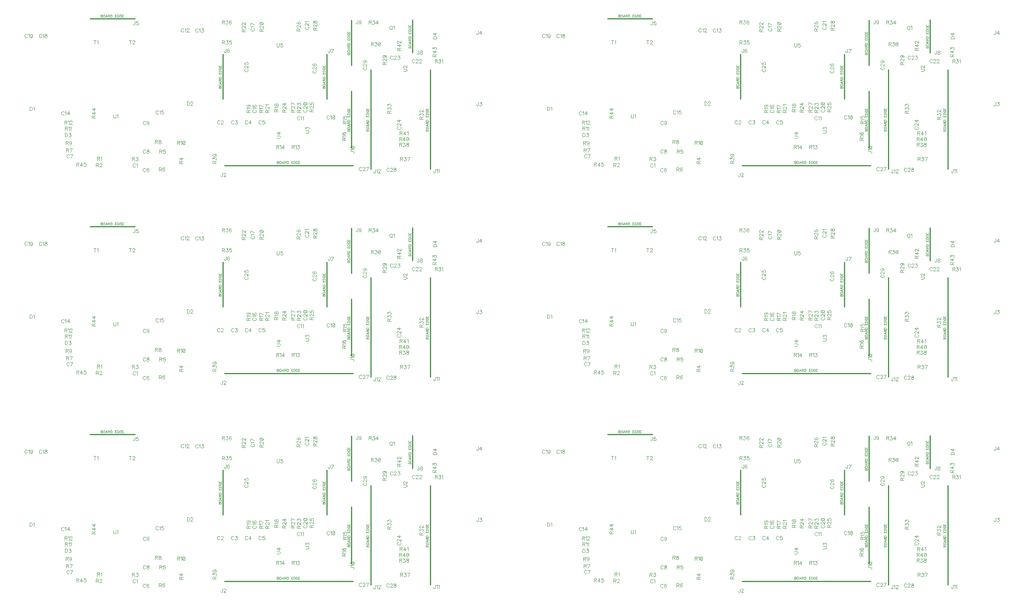
<source format=gbr>
G04 DipTrace 2.4.0.2*
%INTopAssy.gbr*%
%MOIN*%
%ADD10C,0.0098*%
%ADD12C,0.003*%
%ADD80C,0.0046*%
%FSLAX44Y44*%
G04*
G70*
G90*
G75*
G01*
%LNTopAssy*%
%LPD*%
X18114Y2598D2*
D10*
X28886D1*
X6787Y14972D2*
X10575D1*
X17950Y8206D2*
Y11994D1*
X26685Y8202D2*
Y11990D1*
X33902Y12106D2*
Y14894D1*
X28768Y11051D2*
Y14839D1*
X28780Y4107D2*
Y8894D1*
X35402Y2311D2*
Y10689D1*
X30402Y2311D2*
Y10689D1*
X10608Y2708D2*
D80*
X10594Y2736D1*
X10565Y2765D1*
X10537Y2779D1*
X10479D1*
X10451Y2765D1*
X10422Y2736D1*
X10407Y2708D1*
X10393Y2665D1*
Y2593D1*
X10407Y2550D1*
X10422Y2521D1*
X10451Y2493D1*
X10479Y2478D1*
X10537D1*
X10565Y2493D1*
X10594Y2521D1*
X10608Y2550D1*
X10701Y2722D2*
X10730Y2736D1*
X10773Y2779D1*
Y2478D1*
X17711Y6336D2*
X17697Y6365D1*
X17668Y6394D1*
X17639Y6408D1*
X17582D1*
X17553Y6394D1*
X17524Y6365D1*
X17510Y6336D1*
X17496Y6293D1*
Y6221D1*
X17510Y6178D1*
X17524Y6150D1*
X17553Y6121D1*
X17582Y6106D1*
X17639D1*
X17668Y6121D1*
X17697Y6150D1*
X17711Y6178D1*
X17818Y6336D2*
Y6350D1*
X17832Y6379D1*
X17847Y6393D1*
X17875Y6408D1*
X17933D1*
X17961Y6393D1*
X17976Y6379D1*
X17990Y6350D1*
Y6322D1*
X17976Y6293D1*
X17947Y6250D1*
X17803Y6106D1*
X18004D1*
X18882Y6336D2*
X18868Y6365D1*
X18839Y6394D1*
X18810Y6408D1*
X18753D1*
X18724Y6394D1*
X18696Y6365D1*
X18681Y6336D1*
X18667Y6293D1*
Y6221D1*
X18681Y6178D1*
X18696Y6150D1*
X18724Y6121D1*
X18753Y6106D1*
X18810D1*
X18839Y6121D1*
X18868Y6150D1*
X18882Y6178D1*
X19004Y6408D2*
X19161D1*
X19075Y6293D1*
X19118D1*
X19147Y6279D1*
X19161Y6264D1*
X19176Y6221D1*
Y6193D1*
X19161Y6150D1*
X19133Y6121D1*
X19089Y6106D1*
X19046D1*
X19004Y6121D1*
X18989Y6135D1*
X18975Y6164D1*
X20032Y6342D2*
X20018Y6371D1*
X19989Y6399D1*
X19961Y6414D1*
X19903D1*
X19875Y6399D1*
X19846Y6371D1*
X19831Y6342D1*
X19817Y6299D1*
Y6227D1*
X19831Y6184D1*
X19846Y6155D1*
X19875Y6127D1*
X19903Y6112D1*
X19961D1*
X19989Y6127D1*
X20018Y6155D1*
X20032Y6184D1*
X20269Y6112D2*
Y6413D1*
X20125Y6213D1*
X20340D1*
X21191Y6342D2*
X21177Y6371D1*
X21148Y6399D1*
X21119Y6414D1*
X21062D1*
X21033Y6399D1*
X21005Y6371D1*
X20990Y6342D1*
X20976Y6299D1*
Y6227D1*
X20990Y6184D1*
X21005Y6155D1*
X21033Y6127D1*
X21062Y6112D1*
X21119D1*
X21148Y6127D1*
X21177Y6155D1*
X21191Y6184D1*
X21456Y6413D2*
X21313D1*
X21298Y6284D1*
X21313Y6299D1*
X21356Y6313D1*
X21399D1*
X21442Y6299D1*
X21470Y6270D1*
X21485Y6227D1*
Y6199D1*
X21470Y6155D1*
X21442Y6127D1*
X21399Y6112D1*
X21356D1*
X21313Y6127D1*
X21298Y6141D1*
X21284Y6170D1*
X11459Y2325D2*
X11445Y2353D1*
X11416Y2382D1*
X11388Y2396D1*
X11330D1*
X11302Y2382D1*
X11273Y2353D1*
X11258Y2325D1*
X11244Y2282D1*
Y2210D1*
X11258Y2167D1*
X11273Y2138D1*
X11302Y2110D1*
X11330Y2095D1*
X11388D1*
X11416Y2110D1*
X11445Y2138D1*
X11459Y2167D1*
X11724Y2353D2*
X11710Y2382D1*
X11667Y2396D1*
X11638D1*
X11595Y2382D1*
X11566Y2339D1*
X11552Y2267D1*
Y2195D1*
X11566Y2138D1*
X11595Y2109D1*
X11638Y2095D1*
X11653D1*
X11695Y2109D1*
X11724Y2138D1*
X11738Y2181D1*
Y2195D1*
X11724Y2239D1*
X11695Y2267D1*
X11653Y2281D1*
X11638D1*
X11595Y2267D1*
X11566Y2239D1*
X11552Y2195D1*
X5053Y3489D2*
X5039Y3517D1*
X5010Y3546D1*
X4982Y3560D1*
X4924D1*
X4895Y3546D1*
X4867Y3517D1*
X4852Y3489D1*
X4838Y3445D1*
Y3373D1*
X4852Y3331D1*
X4867Y3302D1*
X4895Y3273D1*
X4924Y3259D1*
X4982D1*
X5010Y3273D1*
X5039Y3302D1*
X5053Y3331D1*
X5203Y3259D2*
X5347Y3560D1*
X5146D1*
X11470Y3887D2*
X11455Y3916D1*
X11426Y3945D1*
X11398Y3959D1*
X11341D1*
X11312Y3945D1*
X11283Y3916D1*
X11269Y3887D1*
X11254Y3844D1*
Y3772D1*
X11269Y3730D1*
X11283Y3701D1*
X11312Y3672D1*
X11341Y3658D1*
X11398D1*
X11426Y3672D1*
X11455Y3701D1*
X11470Y3730D1*
X11634Y3959D2*
X11591Y3944D1*
X11576Y3916D1*
Y3887D1*
X11591Y3859D1*
X11620Y3844D1*
X11677Y3830D1*
X11720Y3815D1*
X11749Y3787D1*
X11763Y3758D1*
Y3715D1*
X11749Y3686D1*
X11734Y3672D1*
X11691Y3658D1*
X11634D1*
X11591Y3672D1*
X11576Y3686D1*
X11562Y3715D1*
Y3758D1*
X11576Y3787D1*
X11605Y3815D1*
X11648Y3830D1*
X11705Y3844D1*
X11734Y3859D1*
X11749Y3887D1*
Y3916D1*
X11734Y3944D1*
X11691Y3959D1*
X11634D1*
X11470Y6289D2*
X11456Y6317D1*
X11427Y6346D1*
X11398Y6361D1*
X11341D1*
X11312Y6346D1*
X11283Y6317D1*
X11269Y6289D1*
X11255Y6246D1*
Y6174D1*
X11269Y6131D1*
X11283Y6102D1*
X11312Y6074D1*
X11341Y6059D1*
X11398D1*
X11427Y6074D1*
X11456Y6102D1*
X11470Y6131D1*
X11749Y6260D2*
X11735Y6217D1*
X11706Y6188D1*
X11663Y6174D1*
X11649D1*
X11606Y6188D1*
X11577Y6217D1*
X11562Y6260D1*
Y6274D1*
X11577Y6317D1*
X11606Y6346D1*
X11649Y6360D1*
X11663D1*
X11706Y6346D1*
X11735Y6317D1*
X11749Y6260D1*
Y6188D1*
X11735Y6117D1*
X11706Y6073D1*
X11663Y6059D1*
X11634D1*
X11591Y6073D1*
X11577Y6102D1*
X26904Y6760D2*
X26889Y6789D1*
X26861Y6817D1*
X26832Y6832D1*
X26775D1*
X26746Y6817D1*
X26717Y6789D1*
X26703Y6760D1*
X26688Y6717D1*
Y6645D1*
X26703Y6602D1*
X26717Y6573D1*
X26746Y6545D1*
X26775Y6530D1*
X26832D1*
X26861Y6545D1*
X26889Y6573D1*
X26904Y6602D1*
X26996Y6774D2*
X27025Y6789D1*
X27068Y6831D1*
Y6530D1*
X27247Y6831D2*
X27204Y6817D1*
X27175Y6774D1*
X27161Y6702D1*
Y6659D1*
X27175Y6588D1*
X27204Y6545D1*
X27247Y6530D1*
X27276D1*
X27319Y6545D1*
X27347Y6588D1*
X27362Y6659D1*
Y6702D1*
X27347Y6774D1*
X27319Y6817D1*
X27276Y6831D1*
X27247D1*
X27347Y6774D2*
X27175Y6588D1*
X24414Y6690D2*
X24399Y6718D1*
X24370Y6747D1*
X24342Y6761D1*
X24285D1*
X24256Y6747D1*
X24227Y6718D1*
X24213Y6690D1*
X24198Y6646D1*
Y6574D1*
X24213Y6532D1*
X24227Y6503D1*
X24256Y6474D1*
X24285Y6460D1*
X24342D1*
X24370Y6474D1*
X24399Y6503D1*
X24414Y6532D1*
X24506Y6703D2*
X24535Y6718D1*
X24578Y6761D1*
Y6460D1*
X24671Y6703D2*
X24700Y6718D1*
X24743Y6761D1*
Y6460D1*
X14664Y14085D2*
X14649Y14113D1*
X14621Y14142D1*
X14592Y14156D1*
X14535D1*
X14506Y14142D1*
X14477Y14113D1*
X14463Y14085D1*
X14449Y14041D1*
Y13970D1*
X14463Y13927D1*
X14477Y13898D1*
X14506Y13869D1*
X14535Y13855D1*
X14592D1*
X14621Y13869D1*
X14649Y13898D1*
X14664Y13927D1*
X14756Y14099D2*
X14785Y14113D1*
X14828Y14156D1*
Y13855D1*
X14936Y14084D2*
Y14099D1*
X14950Y14127D1*
X14964Y14142D1*
X14993Y14156D1*
X15050D1*
X15079Y14142D1*
X15093Y14127D1*
X15108Y14099D1*
Y14070D1*
X15093Y14041D1*
X15065Y13998D1*
X14921Y13855D1*
X15122D1*
X15882Y14067D2*
X15867Y14095D1*
X15839Y14124D1*
X15810Y14138D1*
X15753D1*
X15724Y14124D1*
X15695Y14095D1*
X15681Y14067D1*
X15666Y14024D1*
Y13952D1*
X15681Y13909D1*
X15695Y13880D1*
X15724Y13851D1*
X15753Y13837D1*
X15810D1*
X15839Y13851D1*
X15867Y13880D1*
X15882Y13909D1*
X15974Y14081D2*
X16003Y14095D1*
X16046Y14138D1*
Y13837D1*
X16168Y14138D2*
X16325D1*
X16239Y14023D1*
X16282D1*
X16311Y14009D1*
X16325Y13995D1*
X16340Y13952D1*
Y13923D1*
X16325Y13880D1*
X16297Y13851D1*
X16254Y13837D1*
X16211D1*
X16168Y13851D1*
X16153Y13866D1*
X16139Y13894D1*
X4616Y7100D2*
X4602Y7128D1*
X4573Y7157D1*
X4545Y7171D1*
X4487D1*
X4459Y7157D1*
X4430Y7128D1*
X4415Y7100D1*
X4401Y7057D1*
Y6985D1*
X4415Y6942D1*
X4430Y6913D1*
X4459Y6884D1*
X4487Y6870D1*
X4545D1*
X4573Y6884D1*
X4602Y6913D1*
X4616Y6942D1*
X4709Y7114D2*
X4738Y7128D1*
X4781Y7171D1*
Y6870D1*
X5017D2*
Y7171D1*
X4874Y6970D1*
X5089D1*
X12533Y7169D2*
X12519Y7198D1*
X12490Y7227D1*
X12462Y7241D1*
X12404D1*
X12376Y7227D1*
X12347Y7198D1*
X12332Y7169D1*
X12318Y7126D1*
Y7054D1*
X12332Y7011D1*
X12347Y6983D1*
X12376Y6954D1*
X12404Y6939D1*
X12462D1*
X12490Y6954D1*
X12519Y6983D1*
X12533Y7011D1*
X12626Y7183D2*
X12655Y7198D1*
X12698Y7241D1*
Y6939D1*
X12963Y7241D2*
X12819D1*
X12805Y7112D1*
X12819Y7126D1*
X12863Y7140D1*
X12905D1*
X12948Y7126D1*
X12977Y7097D1*
X12992Y7054D1*
Y7026D1*
X12977Y6983D1*
X12948Y6954D1*
X12905Y6939D1*
X12863D1*
X12819Y6954D1*
X12805Y6968D1*
X12791Y6997D1*
X20534Y7284D2*
X20505Y7270D1*
X20476Y7241D1*
X20462Y7212D1*
Y7155D1*
X20476Y7126D1*
X20505Y7097D1*
X20534Y7083D1*
X20577Y7069D1*
X20649D1*
X20692Y7083D1*
X20720Y7097D1*
X20749Y7126D1*
X20763Y7155D1*
Y7212D1*
X20749Y7241D1*
X20720Y7270D1*
X20692Y7284D1*
X20520Y7377D2*
X20505Y7405D1*
X20462Y7448D1*
X20763D1*
X20505Y7713D2*
X20477Y7699D1*
X20462Y7656D1*
Y7627D1*
X20477Y7584D1*
X20520Y7555D1*
X20591Y7541D1*
X20663D1*
X20720Y7555D1*
X20749Y7584D1*
X20763Y7627D1*
Y7642D1*
X20749Y7684D1*
X20720Y7713D1*
X20677Y7727D1*
X20663D1*
X20620Y7713D1*
X20591Y7684D1*
X20577Y7642D1*
Y7627D1*
X20591Y7584D1*
X20620Y7555D1*
X20663Y7541D1*
X20375Y14152D2*
X20347Y14138D1*
X20318Y14109D1*
X20304Y14080D1*
Y14023D1*
X20318Y13994D1*
X20347Y13966D1*
X20375Y13951D1*
X20418Y13937D1*
X20490D1*
X20533Y13951D1*
X20562Y13966D1*
X20590Y13994D1*
X20605Y14023D1*
Y14080D1*
X20590Y14109D1*
X20562Y14138D1*
X20533Y14152D1*
X20361Y14245D2*
X20347Y14274D1*
X20304Y14317D1*
X20605D1*
Y14467D2*
X20304Y14610D1*
Y14409D1*
X2733Y13616D2*
X2719Y13644D1*
X2690Y13673D1*
X2661Y13687D1*
X2604D1*
X2575Y13673D1*
X2547Y13644D1*
X2532Y13616D1*
X2518Y13573D1*
Y13501D1*
X2532Y13458D1*
X2547Y13429D1*
X2575Y13401D1*
X2604Y13386D1*
X2661D1*
X2690Y13401D1*
X2719Y13429D1*
X2733Y13458D1*
X2826Y13630D2*
X2854Y13644D1*
X2898Y13687D1*
Y13386D1*
X3062Y13687D2*
X3019Y13673D1*
X3005Y13644D1*
Y13615D1*
X3019Y13587D1*
X3048Y13572D1*
X3105Y13558D1*
X3148Y13544D1*
X3177Y13515D1*
X3191Y13486D1*
Y13443D1*
X3177Y13415D1*
X3162Y13400D1*
X3119Y13386D1*
X3062D1*
X3019Y13400D1*
X3005Y13415D1*
X2990Y13443D1*
Y13486D1*
X3005Y13515D1*
X3033Y13544D1*
X3076Y13558D1*
X3134Y13572D1*
X3162Y13587D1*
X3177Y13615D1*
Y13644D1*
X3162Y13673D1*
X3119Y13687D1*
X3062D1*
X1520Y13620D2*
X1506Y13648D1*
X1477Y13677D1*
X1449Y13692D1*
X1391D1*
X1362Y13677D1*
X1334Y13648D1*
X1319Y13620D1*
X1305Y13577D1*
Y13505D1*
X1319Y13462D1*
X1334Y13433D1*
X1362Y13405D1*
X1391Y13390D1*
X1449D1*
X1477Y13405D1*
X1506Y13433D1*
X1520Y13462D1*
X1613Y13634D2*
X1642Y13648D1*
X1685Y13691D1*
Y13390D1*
X1964Y13591D2*
X1950Y13548D1*
X1921Y13519D1*
X1878Y13505D1*
X1864D1*
X1821Y13519D1*
X1792Y13548D1*
X1778Y13591D1*
Y13605D1*
X1792Y13648D1*
X1821Y13677D1*
X1864Y13691D1*
X1878D1*
X1921Y13677D1*
X1950Y13648D1*
X1964Y13591D1*
Y13519D1*
X1950Y13447D1*
X1921Y13404D1*
X1878Y13390D1*
X1850D1*
X1806Y13404D1*
X1792Y13433D1*
X24804Y7337D2*
X24776Y7323D1*
X24747Y7294D1*
X24733Y7265D1*
Y7208D1*
X24747Y7179D1*
X24776Y7151D1*
X24804Y7136D1*
X24847Y7122D1*
X24919D1*
X24962Y7136D1*
X24991Y7151D1*
X25020Y7179D1*
X25034Y7208D1*
Y7265D1*
X25020Y7294D1*
X24991Y7323D1*
X24962Y7337D1*
X24805Y7444D2*
X24790D1*
X24762Y7459D1*
X24747Y7473D1*
X24733Y7502D1*
Y7559D1*
X24747Y7588D1*
X24762Y7602D1*
X24790Y7616D1*
X24819D1*
X24848Y7602D1*
X24891Y7573D1*
X25034Y7430D1*
Y7631D1*
X24733Y7810D2*
X24747Y7766D1*
X24790Y7738D1*
X24862Y7723D1*
X24905D1*
X24977Y7738D1*
X25020Y7766D1*
X25034Y7810D1*
Y7838D1*
X25020Y7881D1*
X24977Y7910D1*
X24905Y7924D1*
X24862D1*
X24790Y7910D1*
X24747Y7881D1*
X24733Y7838D1*
Y7810D1*
X24790Y7910D2*
X24977Y7738D1*
X24938Y14295D2*
X24910Y14281D1*
X24881Y14252D1*
X24866Y14224D1*
Y14166D1*
X24881Y14138D1*
X24910Y14109D1*
X24938Y14094D1*
X24981Y14080D1*
X25053D1*
X25096Y14094D1*
X25125Y14109D1*
X25153Y14138D1*
X25168Y14166D1*
Y14224D1*
X25153Y14252D1*
X25125Y14281D1*
X25096Y14295D1*
X24938Y14403D2*
X24924D1*
X24895Y14417D1*
X24881Y14431D1*
X24867Y14460D1*
Y14517D1*
X24881Y14546D1*
X24895Y14560D1*
X24924Y14575D1*
X24953D1*
X24982Y14560D1*
X25024Y14532D1*
X25168Y14388D1*
Y14589D1*
X24924Y14682D2*
X24910Y14710D1*
X24867Y14754D1*
X25168D1*
X34086Y11490D2*
X34072Y11518D1*
X34043Y11547D1*
X34014Y11561D1*
X33957D1*
X33928Y11547D1*
X33899Y11518D1*
X33885Y11490D1*
X33871Y11447D1*
Y11375D1*
X33885Y11332D1*
X33899Y11303D1*
X33928Y11275D1*
X33957Y11260D1*
X34014D1*
X34043Y11275D1*
X34072Y11303D1*
X34086Y11332D1*
X34193Y11489D2*
Y11504D1*
X34207Y11533D1*
X34222Y11547D1*
X34250Y11561D1*
X34308D1*
X34336Y11547D1*
X34351Y11533D1*
X34365Y11504D1*
Y11475D1*
X34351Y11446D1*
X34322Y11404D1*
X34178Y11260D1*
X34379D1*
X34487Y11489D2*
Y11504D1*
X34501Y11533D1*
X34515Y11547D1*
X34544Y11561D1*
X34601D1*
X34630Y11547D1*
X34644Y11533D1*
X34659Y11504D1*
Y11475D1*
X34644Y11446D1*
X34616Y11404D1*
X34472Y11260D1*
X34673D1*
X32252Y11787D2*
X32237Y11815D1*
X32209Y11844D1*
X32180Y11859D1*
X32123D1*
X32094Y11844D1*
X32065Y11815D1*
X32051Y11787D1*
X32036Y11744D1*
Y11672D1*
X32051Y11629D1*
X32065Y11600D1*
X32094Y11572D1*
X32123Y11557D1*
X32180D1*
X32209Y11572D1*
X32237Y11600D1*
X32252Y11629D1*
X32359Y11787D2*
Y11801D1*
X32373Y11830D1*
X32387Y11844D1*
X32416Y11858D1*
X32474D1*
X32502Y11844D1*
X32516Y11830D1*
X32531Y11801D1*
Y11772D1*
X32516Y11744D1*
X32488Y11701D1*
X32344Y11557D1*
X32545D1*
X32667Y11858D2*
X32824D1*
X32738Y11744D1*
X32781D1*
X32810Y11729D1*
X32824Y11715D1*
X32839Y11672D1*
Y11643D1*
X32824Y11600D1*
X32796Y11571D1*
X32753Y11557D1*
X32709D1*
X32667Y11571D1*
X32652Y11586D1*
X32638Y11615D1*
X32686Y5883D2*
X32657Y5868D1*
X32629Y5839D1*
X32614Y5811D1*
Y5754D1*
X32629Y5725D1*
X32657Y5696D1*
X32686Y5682D1*
X32729Y5667D1*
X32801D1*
X32844Y5682D1*
X32873Y5696D1*
X32901Y5725D1*
X32916Y5754D1*
Y5811D1*
X32901Y5839D1*
X32873Y5868D1*
X32844Y5883D1*
X32686Y5990D2*
X32672D1*
X32643Y6004D1*
X32629Y6018D1*
X32615Y6047D1*
Y6105D1*
X32629Y6133D1*
X32643Y6147D1*
X32672Y6162D1*
X32701D1*
X32729Y6147D1*
X32772Y6119D1*
X32916Y5975D1*
Y6176D1*
Y6412D2*
X32615D1*
X32815Y6269D1*
Y6484D1*
X19844Y10735D2*
X19816Y10721D1*
X19787Y10692D1*
X19772Y10664D1*
Y10606D1*
X19787Y10577D1*
X19816Y10549D1*
X19844Y10534D1*
X19887Y10520D1*
X19959D1*
X20002Y10534D1*
X20031Y10549D1*
X20059Y10577D1*
X20074Y10606D1*
Y10664D1*
X20059Y10692D1*
X20031Y10721D1*
X20002Y10735D1*
X19844Y10843D2*
X19830D1*
X19801Y10857D1*
X19787Y10871D1*
X19773Y10900D1*
Y10957D1*
X19787Y10986D1*
X19801Y11000D1*
X19830Y11015D1*
X19859D1*
X19888Y11000D1*
X19930Y10972D1*
X20074Y10828D1*
Y11029D1*
X19773Y11294D2*
Y11150D1*
X19902Y11136D1*
X19888Y11150D1*
X19873Y11193D1*
Y11236D1*
X19888Y11279D1*
X19916Y11308D1*
X19959Y11322D1*
X19988D1*
X20031Y11308D1*
X20060Y11279D1*
X20074Y11236D1*
Y11193D1*
X20060Y11150D1*
X20045Y11136D1*
X20017Y11122D1*
X25582Y10624D2*
X25554Y10610D1*
X25525Y10581D1*
X25511Y10553D1*
Y10495D1*
X25525Y10467D1*
X25554Y10438D1*
X25582Y10423D1*
X25625Y10409D1*
X25697D1*
X25740Y10423D1*
X25769Y10438D1*
X25798Y10467D1*
X25812Y10495D1*
Y10553D1*
X25798Y10581D1*
X25769Y10610D1*
X25740Y10624D1*
X25583Y10732D2*
X25568D1*
X25540Y10746D1*
X25525Y10760D1*
X25511Y10789D1*
Y10846D1*
X25525Y10875D1*
X25540Y10889D1*
X25568Y10904D1*
X25597D1*
X25626Y10889D1*
X25669Y10861D1*
X25812Y10717D1*
Y10918D1*
X25554Y11183D2*
X25525Y11169D1*
X25511Y11125D1*
Y11097D1*
X25525Y11054D1*
X25568Y11025D1*
X25640Y11011D1*
X25712D1*
X25769Y11025D1*
X25798Y11054D1*
X25812Y11097D1*
Y11111D1*
X25798Y11154D1*
X25769Y11183D1*
X25726Y11197D1*
X25712D1*
X25669Y11183D1*
X25640Y11154D1*
X25626Y11111D1*
Y11097D1*
X25640Y11054D1*
X25669Y11025D1*
X25712Y11011D1*
X29627Y2410D2*
X29612Y2438D1*
X29583Y2467D1*
X29555Y2481D1*
X29498D1*
X29469Y2467D1*
X29440Y2438D1*
X29426Y2410D1*
X29411Y2367D1*
Y2295D1*
X29426Y2252D1*
X29440Y2223D1*
X29469Y2195D1*
X29498Y2180D1*
X29555D1*
X29583Y2195D1*
X29612Y2223D1*
X29627Y2252D1*
X29734Y2409D2*
Y2424D1*
X29748Y2453D1*
X29762Y2467D1*
X29791Y2481D1*
X29848D1*
X29877Y2467D1*
X29891Y2453D1*
X29906Y2424D1*
Y2395D1*
X29891Y2366D1*
X29863Y2324D1*
X29719Y2180D1*
X29920D1*
X30070D2*
X30214Y2481D1*
X30013D1*
X31939Y2347D2*
X31925Y2376D1*
X31896Y2405D1*
X31868Y2419D1*
X31810D1*
X31781Y2405D1*
X31753Y2376D1*
X31738Y2347D1*
X31724Y2304D1*
Y2232D1*
X31738Y2189D1*
X31753Y2161D1*
X31781Y2132D1*
X31810Y2117D1*
X31868D1*
X31896Y2132D1*
X31925Y2161D1*
X31939Y2189D1*
X32046Y2347D2*
Y2361D1*
X32061Y2390D1*
X32075Y2404D1*
X32104Y2419D1*
X32161D1*
X32190Y2404D1*
X32204Y2390D1*
X32219Y2361D1*
Y2333D1*
X32204Y2304D1*
X32175Y2261D1*
X32032Y2117D1*
X32233D1*
X32397Y2419D2*
X32354Y2404D1*
X32340Y2376D1*
Y2347D1*
X32354Y2318D1*
X32383Y2304D1*
X32440Y2290D1*
X32483Y2275D1*
X32512Y2246D1*
X32526Y2218D1*
Y2175D1*
X32512Y2146D1*
X32498Y2132D1*
X32454Y2117D1*
X32397D1*
X32354Y2132D1*
X32340Y2146D1*
X32325Y2175D1*
Y2218D1*
X32340Y2246D1*
X32369Y2275D1*
X32411Y2290D1*
X32469Y2304D1*
X32498Y2318D1*
X32512Y2347D1*
Y2376D1*
X32498Y2404D1*
X32454Y2419D1*
X32397D1*
X29819Y10890D2*
X29790Y10875D1*
X29762Y10847D1*
X29747Y10818D1*
Y10761D1*
X29762Y10732D1*
X29790Y10703D1*
X29819Y10689D1*
X29862Y10674D1*
X29934D1*
X29977Y10689D1*
X30006Y10703D1*
X30034Y10732D1*
X30049Y10761D1*
Y10818D1*
X30034Y10847D1*
X30006Y10875D1*
X29977Y10890D1*
X29819Y10997D2*
X29805D1*
X29776Y11011D1*
X29762Y11025D1*
X29748Y11054D1*
Y11112D1*
X29762Y11140D1*
X29776Y11154D1*
X29805Y11169D1*
X29834D1*
X29862Y11154D1*
X29905Y11126D1*
X30049Y10982D1*
Y11183D1*
X29848Y11463D2*
X29891Y11448D1*
X29920Y11419D1*
X29934Y11376D1*
Y11362D1*
X29920Y11319D1*
X29891Y11290D1*
X29848Y11276D1*
X29834D1*
X29790Y11290D1*
X29762Y11319D1*
X29748Y11362D1*
Y11376D1*
X29762Y11419D1*
X29790Y11448D1*
X29848Y11463D1*
X29920D1*
X29991Y11448D1*
X30035Y11419D1*
X30049Y11376D1*
Y11348D1*
X30035Y11305D1*
X30006Y11290D1*
X1729Y7558D2*
Y7256D1*
X1830D1*
X1873Y7271D1*
X1902Y7299D1*
X1916Y7328D1*
X1930Y7371D1*
Y7443D1*
X1916Y7486D1*
X1902Y7515D1*
X1873Y7543D1*
X1830Y7558D1*
X1729D1*
X2023Y7500D2*
X2052Y7515D1*
X2095Y7557D1*
Y7256D1*
X14950Y7998D2*
Y7697D1*
X15050D1*
X15093Y7712D1*
X15122Y7740D1*
X15136Y7769D1*
X15151Y7812D1*
Y7884D1*
X15136Y7927D1*
X15122Y7955D1*
X15093Y7984D1*
X15050Y7998D1*
X14950D1*
X15258Y7926D2*
Y7941D1*
X15272Y7970D1*
X15286Y7984D1*
X15315Y7998D1*
X15373D1*
X15401Y7984D1*
X15415Y7970D1*
X15430Y7941D1*
Y7912D1*
X15415Y7883D1*
X15387Y7841D1*
X15243Y7697D1*
X15444D1*
X4701Y5341D2*
Y5040D1*
X4801D1*
X4844Y5054D1*
X4873Y5083D1*
X4887Y5112D1*
X4902Y5154D1*
Y5226D1*
X4887Y5270D1*
X4873Y5298D1*
X4844Y5327D1*
X4801Y5341D1*
X4701D1*
X5023D2*
X5181D1*
X5095Y5226D1*
X5138D1*
X5166Y5212D1*
X5181Y5198D1*
X5195Y5154D1*
Y5126D1*
X5181Y5083D1*
X5152Y5054D1*
X5109Y5040D1*
X5066D1*
X5023Y5054D1*
X5009Y5069D1*
X4994Y5097D1*
X35643Y13285D2*
X35945D1*
Y13385D1*
X35930Y13429D1*
X35902Y13457D1*
X35873Y13472D1*
X35830Y13486D1*
X35758D1*
X35715Y13472D1*
X35686Y13457D1*
X35658Y13429D1*
X35643Y13385D1*
Y13285D1*
X35945Y13722D2*
X35644D1*
X35844Y13579D1*
Y13794D1*
X17925Y1989D2*
Y1759D1*
X17911Y1716D1*
X17896Y1702D1*
X17868Y1687D1*
X17839D1*
X17810Y1702D1*
X17796Y1716D1*
X17781Y1759D1*
Y1788D1*
X18032Y1917D2*
Y1931D1*
X18046Y1960D1*
X18061Y1974D1*
X18090Y1988D1*
X18147D1*
X18175Y1974D1*
X18190Y1960D1*
X18204Y1931D1*
Y1902D1*
X18190Y1873D1*
X18161Y1831D1*
X18018Y1687D1*
X18219D1*
X39425Y7939D2*
Y7710D1*
X39411Y7667D1*
X39396Y7652D1*
X39368Y7638D1*
X39339D1*
X39310Y7652D1*
X39296Y7667D1*
X39281Y7710D1*
Y7738D1*
X39546Y7939D2*
X39704D1*
X39618Y7824D1*
X39661D1*
X39690Y7810D1*
X39704Y7796D1*
X39719Y7753D1*
Y7724D1*
X39704Y7681D1*
X39675Y7652D1*
X39632Y7638D1*
X39589D1*
X39546Y7652D1*
X39532Y7667D1*
X39518Y7695D1*
X39418Y13939D2*
Y13710D1*
X39404Y13667D1*
X39389Y13652D1*
X39360Y13638D1*
X39332D1*
X39303Y13652D1*
X39289Y13667D1*
X39274Y13710D1*
Y13738D1*
X39654Y13638D2*
Y13939D1*
X39511Y13738D1*
X39726D1*
X10562Y14752D2*
Y14523D1*
X10548Y14480D1*
X10533Y14465D1*
X10504Y14451D1*
X10476D1*
X10447Y14465D1*
X10433Y14480D1*
X10418Y14523D1*
Y14551D1*
X10827Y14752D2*
X10683D1*
X10669Y14623D1*
X10683Y14637D1*
X10726Y14652D1*
X10769D1*
X10812Y14637D1*
X10841Y14609D1*
X10855Y14566D1*
Y14537D1*
X10841Y14494D1*
X10812Y14465D1*
X10769Y14451D1*
X10726D1*
X10683Y14465D1*
X10669Y14480D1*
X10654Y14508D1*
X18231Y12433D2*
Y12203D1*
X18217Y12160D1*
X18202Y12146D1*
X18174Y12131D1*
X18145D1*
X18116Y12146D1*
X18102Y12160D1*
X18087Y12203D1*
Y12232D1*
X18496Y12390D2*
X18481Y12418D1*
X18438Y12433D1*
X18410D1*
X18367Y12418D1*
X18338Y12375D1*
X18324Y12304D1*
Y12232D1*
X18338Y12175D1*
X18367Y12146D1*
X18410Y12131D1*
X18424D1*
X18467Y12146D1*
X18496Y12175D1*
X18510Y12218D1*
Y12232D1*
X18496Y12275D1*
X18467Y12304D1*
X18424Y12318D1*
X18410D1*
X18367Y12304D1*
X18338Y12275D1*
X18324Y12232D1*
X26959Y12429D2*
Y12200D1*
X26944Y12156D1*
X26930Y12142D1*
X26901Y12128D1*
X26873D1*
X26844Y12142D1*
X26830Y12156D1*
X26815Y12200D1*
Y12228D1*
X27109Y12128D2*
X27252Y12429D1*
X27051D1*
X34443Y12277D2*
Y12048D1*
X34429Y12005D1*
X34415Y11991D1*
X34386Y11976D1*
X34357D1*
X34329Y11991D1*
X34314Y12005D1*
X34300Y12048D1*
Y12076D1*
X34608Y12277D2*
X34565Y12263D1*
X34550Y12234D1*
Y12205D1*
X34565Y12177D1*
X34593Y12162D1*
X34651Y12148D1*
X34694Y12134D1*
X34722Y12105D1*
X34737Y12076D1*
Y12033D1*
X34722Y12005D1*
X34708Y11990D1*
X34665Y11976D1*
X34608D1*
X34565Y11990D1*
X34550Y12005D1*
X34536Y12033D1*
Y12076D1*
X34550Y12105D1*
X34579Y12134D1*
X34622Y12148D1*
X34679Y12162D1*
X34708Y12177D1*
X34722Y12205D1*
Y12234D1*
X34708Y12263D1*
X34665Y12277D1*
X34608D1*
X29298Y14840D2*
Y14611D1*
X29284Y14568D1*
X29269Y14554D1*
X29241Y14539D1*
X29212D1*
X29184Y14554D1*
X29169Y14568D1*
X29155Y14611D1*
Y14639D1*
X29578Y14740D2*
X29563Y14697D1*
X29535Y14668D1*
X29491Y14654D1*
X29477D1*
X29434Y14668D1*
X29406Y14697D1*
X29391Y14740D1*
Y14754D1*
X29406Y14797D1*
X29434Y14826D1*
X29477Y14840D1*
X29491D1*
X29535Y14826D1*
X29563Y14797D1*
X29578Y14740D1*
Y14668D1*
X29563Y14596D1*
X29535Y14553D1*
X29491Y14539D1*
X29463D1*
X29420Y14553D1*
X29406Y14582D1*
X28696Y3801D2*
X28925D1*
X28968Y3787D1*
X28982Y3772D1*
X28997Y3744D1*
Y3715D1*
X28982Y3686D1*
X28968Y3672D1*
X28925Y3657D1*
X28897D1*
X28753Y3894D2*
X28739Y3923D1*
X28696Y3966D1*
X28997D1*
X28696Y4145D2*
X28710Y4101D1*
X28753Y4073D1*
X28825Y4058D1*
X28868D1*
X28940Y4073D1*
X28983Y4101D1*
X28997Y4145D1*
Y4173D1*
X28983Y4216D1*
X28940Y4245D1*
X28868Y4259D1*
X28825D1*
X28753Y4245D1*
X28710Y4216D1*
X28696Y4173D1*
Y4145D1*
X28753Y4245D2*
X28940Y4073D1*
X35820Y2316D2*
Y2086D1*
X35806Y2043D1*
X35791Y2029D1*
X35763Y2014D1*
X35734D1*
X35705Y2029D1*
X35691Y2043D1*
X35676Y2086D1*
Y2115D1*
X35913Y2258D2*
X35942Y2273D1*
X35985Y2315D1*
Y2014D1*
X36077Y2258D2*
X36106Y2273D1*
X36149Y2315D1*
Y2014D1*
X30777Y2295D2*
Y2065D1*
X30763Y2022D1*
X30748Y2008D1*
X30719Y1993D1*
X30691D1*
X30662Y2008D1*
X30648Y2022D1*
X30633Y2065D1*
Y2094D1*
X30869Y2237D2*
X30898Y2252D1*
X30941Y2295D1*
Y1993D1*
X31049Y2223D2*
Y2237D1*
X31063Y2266D1*
X31077Y2280D1*
X31106Y2295D1*
X31163D1*
X31192Y2280D1*
X31206Y2266D1*
X31221Y2237D1*
Y2209D1*
X31206Y2180D1*
X31178Y2137D1*
X31034Y1993D1*
X31235D1*
X32055Y14370D2*
X32027Y14356D1*
X31998Y14327D1*
X31983Y14298D1*
X31969Y14255D1*
Y14183D1*
X31983Y14140D1*
X31998Y14112D1*
X32027Y14083D1*
X32055Y14068D1*
X32112D1*
X32141Y14083D1*
X32170Y14112D1*
X32184Y14140D1*
X32199Y14183D1*
Y14255D1*
X32184Y14298D1*
X32170Y14327D1*
X32141Y14356D1*
X32112Y14370D1*
X32055D1*
X32098Y14126D2*
X32184Y14040D1*
X32291Y14312D2*
X32320Y14326D1*
X32363Y14369D1*
Y14068D1*
X7394Y3211D2*
X7523D1*
X7567Y3226D1*
X7581Y3240D1*
X7595Y3269D1*
Y3298D1*
X7581Y3326D1*
X7567Y3341D1*
X7523Y3355D1*
X7394D1*
Y3054D1*
X7495Y3211D2*
X7595Y3054D1*
X7688Y3297D2*
X7717Y3312D1*
X7760Y3355D1*
Y3054D1*
X7302Y2660D2*
X7431D1*
X7474Y2674D1*
X7489Y2689D1*
X7503Y2717D1*
Y2746D1*
X7489Y2774D1*
X7474Y2789D1*
X7431Y2803D1*
X7302D1*
Y2502D1*
X7402Y2660D2*
X7503Y2502D1*
X7610Y2731D2*
Y2746D1*
X7624Y2774D1*
X7639Y2789D1*
X7667Y2803D1*
X7725D1*
X7753Y2789D1*
X7768Y2774D1*
X7782Y2746D1*
Y2717D1*
X7768Y2688D1*
X7739Y2645D1*
X7595Y2502D1*
X7796D1*
X10336Y3182D2*
X10465D1*
X10508Y3196D1*
X10523Y3211D1*
X10537Y3239D1*
Y3268D1*
X10523Y3296D1*
X10508Y3311D1*
X10465Y3325D1*
X10336D1*
Y3024D1*
X10437Y3182D2*
X10537Y3024D1*
X10659Y3325D2*
X10816D1*
X10730Y3210D1*
X10773D1*
X10802Y3196D1*
X10816Y3182D1*
X10831Y3139D1*
Y3110D1*
X10816Y3067D1*
X10788Y3038D1*
X10744Y3024D1*
X10701D1*
X10659Y3038D1*
X10644Y3053D1*
X10630Y3081D1*
X14432Y2768D2*
Y2897D1*
X14417Y2940D1*
X14403Y2954D1*
X14374Y2969D1*
X14345D1*
X14317Y2954D1*
X14302Y2940D1*
X14288Y2897D1*
Y2768D1*
X14589D1*
X14432Y2868D2*
X14589Y2969D1*
Y3205D2*
X14288D1*
X14489Y3061D1*
Y3276D1*
X12630Y3799D2*
X12759D1*
X12802Y3814D1*
X12816Y3828D1*
X12831Y3856D1*
Y3885D1*
X12816Y3914D1*
X12802Y3928D1*
X12759Y3943D1*
X12630D1*
Y3641D1*
X12730Y3799D2*
X12831Y3641D1*
X13095Y3942D2*
X12952D1*
X12938Y3813D1*
X12952Y3827D1*
X12995Y3842D1*
X13038D1*
X13081Y3827D1*
X13110Y3799D1*
X13124Y3756D1*
Y3727D1*
X13110Y3684D1*
X13081Y3655D1*
X13038Y3641D1*
X12995D1*
X12952Y3655D1*
X12938Y3670D1*
X12923Y3698D1*
X12600Y2297D2*
X12729D1*
X12772Y2311D1*
X12786Y2326D1*
X12801Y2354D1*
Y2383D1*
X12786Y2412D1*
X12772Y2426D1*
X12729Y2440D1*
X12600D1*
Y2139D1*
X12700Y2297D2*
X12801Y2139D1*
X13065Y2397D2*
X13051Y2426D1*
X13008Y2440D1*
X12979D1*
X12936Y2426D1*
X12907Y2383D1*
X12893Y2311D1*
Y2239D1*
X12907Y2182D1*
X12936Y2153D1*
X12979Y2139D1*
X12994D1*
X13036Y2153D1*
X13065Y2182D1*
X13080Y2225D1*
Y2239D1*
X13065Y2283D1*
X13036Y2311D1*
X12994Y2325D1*
X12979D1*
X12936Y2311D1*
X12907Y2283D1*
X12893Y2239D1*
X4801Y3900D2*
X4930D1*
X4973Y3914D1*
X4987Y3928D1*
X5002Y3957D1*
Y3986D1*
X4987Y4014D1*
X4973Y4029D1*
X4930Y4043D1*
X4801D1*
Y3742D1*
X4901Y3900D2*
X5002Y3742D1*
X5152D2*
X5295Y4043D1*
X5094D1*
X12270Y4617D2*
X12399D1*
X12442Y4631D1*
X12457Y4646D1*
X12471Y4674D1*
Y4703D1*
X12457Y4731D1*
X12442Y4746D1*
X12399Y4760D1*
X12270D1*
Y4459D1*
X12371Y4617D2*
X12471Y4459D1*
X12636Y4760D2*
X12593Y4746D1*
X12578Y4717D1*
Y4688D1*
X12593Y4660D1*
X12621Y4645D1*
X12679Y4631D1*
X12722Y4617D1*
X12750Y4588D1*
X12765Y4559D1*
Y4516D1*
X12750Y4488D1*
X12736Y4473D1*
X12693Y4459D1*
X12636D1*
X12593Y4473D1*
X12578Y4488D1*
X12564Y4516D1*
Y4559D1*
X12578Y4588D1*
X12607Y4617D1*
X12650Y4631D1*
X12707Y4645D1*
X12736Y4660D1*
X12750Y4688D1*
Y4717D1*
X12736Y4746D1*
X12693Y4760D1*
X12636D1*
X4768Y4519D2*
X4897D1*
X4940Y4534D1*
X4955Y4548D1*
X4969Y4577D1*
Y4606D1*
X4955Y4634D1*
X4940Y4649D1*
X4897Y4663D1*
X4768D1*
Y4362D1*
X4868Y4519D2*
X4969Y4362D1*
X5248Y4563D2*
X5234Y4519D1*
X5205Y4491D1*
X5162Y4476D1*
X5148D1*
X5105Y4491D1*
X5076Y4519D1*
X5061Y4563D1*
Y4577D1*
X5076Y4620D1*
X5105Y4648D1*
X5148Y4663D1*
X5162D1*
X5205Y4648D1*
X5234Y4620D1*
X5248Y4563D1*
Y4491D1*
X5234Y4419D1*
X5205Y4376D1*
X5162Y4362D1*
X5133D1*
X5090Y4376D1*
X5076Y4405D1*
X14120Y4535D2*
X14249D1*
X14292Y4549D1*
X14306Y4564D1*
X14321Y4592D1*
Y4621D1*
X14306Y4649D1*
X14292Y4664D1*
X14249Y4678D1*
X14120D1*
Y4377D1*
X14220Y4535D2*
X14321Y4377D1*
X14413Y4621D2*
X14442Y4635D1*
X14485Y4678D1*
Y4377D1*
X14664Y4678D2*
X14621Y4664D1*
X14592Y4621D1*
X14578Y4549D1*
Y4506D1*
X14592Y4434D1*
X14621Y4391D1*
X14664Y4377D1*
X14693D1*
X14736Y4391D1*
X14764Y4434D1*
X14779Y4506D1*
Y4549D1*
X14764Y4621D1*
X14736Y4664D1*
X14693Y4678D1*
X14664D1*
X14764Y4621D2*
X14592Y4434D1*
X4685Y5735D2*
X4814D1*
X4857Y5749D1*
X4872Y5763D1*
X4886Y5792D1*
Y5821D1*
X4872Y5849D1*
X4857Y5864D1*
X4814Y5878D1*
X4685D1*
Y5577D1*
X4785Y5735D2*
X4886Y5577D1*
X4979Y5820D2*
X5007Y5835D1*
X5051Y5878D1*
Y5577D1*
X5143Y5820D2*
X5172Y5835D1*
X5215Y5878D1*
Y5577D1*
X4652Y6252D2*
X4781D1*
X4824Y6267D1*
X4839Y6281D1*
X4853Y6309D1*
Y6338D1*
X4839Y6367D1*
X4824Y6381D1*
X4781Y6396D1*
X4652D1*
Y6094D1*
X4752Y6252D2*
X4853Y6094D1*
X4945Y6338D2*
X4974Y6352D1*
X5017Y6395D1*
Y6094D1*
X5125Y6324D2*
Y6338D1*
X5139Y6367D1*
X5153Y6381D1*
X5182Y6395D1*
X5239D1*
X5268Y6381D1*
X5282Y6367D1*
X5297Y6338D1*
Y6309D1*
X5282Y6280D1*
X5254Y6238D1*
X5110Y6094D1*
X5311D1*
X23755Y4180D2*
X23884D1*
X23927Y4195D1*
X23942Y4209D1*
X23956Y4237D1*
Y4266D1*
X23942Y4295D1*
X23927Y4309D1*
X23884Y4324D1*
X23755D1*
Y4022D1*
X23855Y4180D2*
X23956Y4022D1*
X24049Y4266D2*
X24077Y4281D1*
X24121Y4323D1*
Y4022D1*
X24242Y4323D2*
X24400D1*
X24314Y4209D1*
X24357D1*
X24385Y4194D1*
X24400Y4180D1*
X24414Y4137D1*
Y4108D1*
X24400Y4065D1*
X24371Y4036D1*
X24328Y4022D1*
X24285D1*
X24242Y4036D1*
X24228Y4051D1*
X24213Y4080D1*
X22454Y4180D2*
X22583D1*
X22626Y4195D1*
X22640Y4209D1*
X22655Y4237D1*
Y4266D1*
X22640Y4295D1*
X22626Y4309D1*
X22583Y4324D1*
X22454D1*
Y4022D1*
X22554Y4180D2*
X22655Y4022D1*
X22747Y4266D2*
X22776Y4281D1*
X22819Y4323D1*
Y4022D1*
X23055D2*
Y4323D1*
X22912Y4123D1*
X23127D1*
X28198Y6131D2*
Y6260D1*
X28183Y6303D1*
X28169Y6317D1*
X28141Y6332D1*
X28112D1*
X28083Y6317D1*
X28069Y6303D1*
X28054Y6260D1*
Y6131D1*
X28356D1*
X28198Y6231D2*
X28356Y6332D1*
X28112Y6424D2*
X28097Y6453D1*
X28055Y6496D1*
X28356D1*
X28055Y6761D2*
Y6618D1*
X28184Y6603D1*
X28169Y6618D1*
X28155Y6661D1*
Y6704D1*
X28169Y6747D1*
X28198Y6776D1*
X28241Y6790D1*
X28270D1*
X28313Y6776D1*
X28342Y6747D1*
X28356Y6704D1*
Y6661D1*
X28342Y6618D1*
X28327Y6603D1*
X28298Y6589D1*
X28135Y4763D2*
Y4892D1*
X28121Y4935D1*
X28107Y4950D1*
X28078Y4964D1*
X28049D1*
X28021Y4950D1*
X28006Y4935D1*
X27992Y4892D1*
Y4763D1*
X28293D1*
X28135Y4863D2*
X28293Y4964D1*
X28050Y5056D2*
X28035Y5085D1*
X27992Y5128D1*
X28293D1*
X28035Y5393D2*
X28006Y5379D1*
X27992Y5336D1*
Y5307D1*
X28006Y5264D1*
X28050Y5235D1*
X28121Y5221D1*
X28193D1*
X28250Y5235D1*
X28279Y5264D1*
X28293Y5307D1*
Y5322D1*
X28279Y5364D1*
X28250Y5393D1*
X28207Y5407D1*
X28193D1*
X28150Y5393D1*
X28121Y5364D1*
X28107Y5322D1*
Y5307D1*
X28121Y5264D1*
X28150Y5235D1*
X28193Y5221D1*
X21168Y7068D2*
Y7197D1*
X21154Y7241D1*
X21139Y7255D1*
X21111Y7269D1*
X21082D1*
X21053Y7255D1*
X21039Y7241D1*
X21025Y7197D1*
Y7068D1*
X21326D1*
X21168Y7169D2*
X21326Y7269D1*
X21082Y7362D2*
X21068Y7391D1*
X21025Y7434D1*
X21326D1*
Y7584D2*
X21025Y7728D1*
Y7527D1*
X22450Y7159D2*
Y7288D1*
X22435Y7331D1*
X22421Y7345D1*
X22393Y7360D1*
X22364D1*
X22335Y7345D1*
X22321Y7331D1*
X22306Y7288D1*
Y7159D1*
X22608D1*
X22450Y7259D2*
X22608Y7360D1*
X22364Y7452D2*
X22349Y7481D1*
X22307Y7524D1*
X22608D1*
X22307Y7688D2*
X22321Y7646D1*
X22349Y7631D1*
X22378D1*
X22407Y7646D1*
X22421Y7674D1*
X22436Y7732D1*
X22450Y7775D1*
X22479Y7803D1*
X22507Y7817D1*
X22550D1*
X22579Y7803D1*
X22593Y7789D1*
X22608Y7746D1*
Y7688D1*
X22593Y7646D1*
X22579Y7631D1*
X22550Y7617D1*
X22507D1*
X22479Y7631D1*
X22450Y7660D1*
X22436Y7703D1*
X22421Y7760D1*
X22407Y7789D1*
X22378Y7803D1*
X22349D1*
X22321Y7789D1*
X22307Y7746D1*
Y7688D1*
X20106Y7082D2*
Y7211D1*
X20091Y7254D1*
X20077Y7269D1*
X20049Y7283D1*
X20020D1*
X19991Y7269D1*
X19977Y7254D1*
X19962Y7211D1*
Y7082D1*
X20264D1*
X20106Y7182D2*
X20264Y7283D1*
X20020Y7376D2*
X20006Y7404D1*
X19963Y7447D1*
X20264D1*
X20063Y7727D2*
X20106Y7712D1*
X20135Y7684D1*
X20149Y7641D1*
Y7626D1*
X20135Y7583D1*
X20106Y7555D1*
X20063Y7540D1*
X20049D1*
X20006Y7555D1*
X19977Y7583D1*
X19963Y7626D1*
Y7641D1*
X19977Y7684D1*
X20006Y7712D1*
X20063Y7727D1*
X20135D1*
X20206Y7712D1*
X20250Y7684D1*
X20264Y7641D1*
Y7612D1*
X20250Y7569D1*
X20221Y7555D1*
X21197Y13898D2*
Y14027D1*
X21183Y14070D1*
X21168Y14085D1*
X21140Y14099D1*
X21111D1*
X21082Y14085D1*
X21068Y14070D1*
X21054Y14027D1*
Y13898D1*
X21355D1*
X21197Y13998D2*
X21355Y14099D1*
X21126Y14206D2*
X21111D1*
X21082Y14220D1*
X21068Y14235D1*
X21054Y14263D1*
Y14321D1*
X21068Y14349D1*
X21082Y14364D1*
X21111Y14378D1*
X21140D1*
X21169Y14364D1*
X21211Y14335D1*
X21355Y14191D1*
Y14392D1*
X21054Y14571D2*
X21068Y14528D1*
X21111Y14499D1*
X21183Y14485D1*
X21226D1*
X21298Y14499D1*
X21341Y14528D1*
X21355Y14571D1*
Y14600D1*
X21341Y14643D1*
X21298Y14671D1*
X21226Y14686D1*
X21183D1*
X21111Y14671D1*
X21068Y14643D1*
X21054Y14600D1*
Y14571D1*
X21111Y14671D2*
X21298Y14499D1*
X21691Y7084D2*
Y7213D1*
X21677Y7256D1*
X21662Y7270D1*
X21634Y7285D1*
X21605D1*
X21577Y7270D1*
X21562Y7256D1*
X21548Y7213D1*
Y7084D1*
X21849D1*
X21691Y7184D2*
X21849Y7285D1*
X21620Y7392D2*
X21605D1*
X21577Y7406D1*
X21562Y7420D1*
X21548Y7449D1*
Y7507D1*
X21562Y7535D1*
X21577Y7549D1*
X21605Y7564D1*
X21634D1*
X21663Y7549D1*
X21706Y7521D1*
X21849Y7377D1*
Y7578D1*
X21605Y7671D2*
X21591Y7700D1*
X21548Y7743D1*
X21849D1*
X19697Y13880D2*
Y14009D1*
X19682Y14052D1*
X19668Y14066D1*
X19640Y14080D1*
X19611D1*
X19582Y14066D1*
X19568Y14052D1*
X19553Y14009D1*
Y13880D1*
X19855D1*
X19697Y13980D2*
X19855Y14080D1*
X19625Y14188D2*
X19611D1*
X19582Y14202D1*
X19568Y14216D1*
X19554Y14245D1*
Y14302D1*
X19568Y14331D1*
X19582Y14345D1*
X19611Y14360D1*
X19640D1*
X19669Y14345D1*
X19711Y14317D1*
X19855Y14173D1*
Y14374D1*
X19625Y14481D2*
X19611D1*
X19582Y14496D1*
X19568Y14510D1*
X19554Y14539D1*
Y14596D1*
X19568Y14625D1*
X19582Y14639D1*
X19611Y14653D1*
X19640D1*
X19669Y14639D1*
X19711Y14610D1*
X19855Y14467D1*
Y14668D1*
X24342Y7094D2*
Y7223D1*
X24327Y7266D1*
X24313Y7280D1*
X24284Y7295D1*
X24256D1*
X24227Y7280D1*
X24213Y7266D1*
X24198Y7223D1*
Y7094D1*
X24500D1*
X24342Y7194D2*
X24500Y7295D1*
X24270Y7402D2*
X24256D1*
X24227Y7416D1*
X24213Y7430D1*
X24199Y7459D1*
Y7516D1*
X24213Y7545D1*
X24227Y7559D1*
X24256Y7574D1*
X24284D1*
X24313Y7559D1*
X24356Y7531D1*
X24500Y7387D1*
Y7588D1*
X24199Y7710D2*
Y7867D1*
X24313Y7781D1*
Y7824D1*
X24328Y7853D1*
X24342Y7867D1*
X24385Y7882D1*
X24413D1*
X24457Y7867D1*
X24485Y7839D1*
X24500Y7795D1*
Y7752D1*
X24485Y7710D1*
X24471Y7695D1*
X24442Y7681D1*
X23109Y7099D2*
Y7228D1*
X23094Y7271D1*
X23080Y7285D1*
X23051Y7300D1*
X23023D1*
X22994Y7285D1*
X22979Y7271D1*
X22965Y7228D1*
Y7099D1*
X23267D1*
X23109Y7199D2*
X23267Y7300D1*
X23037Y7407D2*
X23023D1*
X22994Y7421D1*
X22980Y7435D1*
X22966Y7464D1*
Y7522D1*
X22980Y7550D1*
X22994Y7564D1*
X23023Y7579D1*
X23051D1*
X23080Y7564D1*
X23123Y7536D1*
X23267Y7392D1*
Y7593D1*
Y7829D2*
X22966D1*
X23166Y7686D1*
Y7901D1*
X25415Y7139D2*
Y7268D1*
X25401Y7311D1*
X25386Y7326D1*
X25358Y7340D1*
X25329D1*
X25300Y7326D1*
X25286Y7311D1*
X25272Y7268D1*
Y7139D1*
X25573D1*
X25415Y7240D2*
X25573Y7340D1*
X25344Y7448D2*
X25329D1*
X25300Y7462D1*
X25286Y7476D1*
X25272Y7505D1*
Y7562D1*
X25286Y7591D1*
X25300Y7605D1*
X25329Y7620D1*
X25358D1*
X25387Y7605D1*
X25429Y7577D1*
X25573Y7433D1*
Y7634D1*
X25272Y7899D2*
Y7755D1*
X25401Y7741D1*
X25387Y7755D1*
X25372Y7799D1*
Y7841D1*
X25387Y7884D1*
X25415Y7913D1*
X25458Y7928D1*
X25487D1*
X25530Y7913D1*
X25559Y7884D1*
X25573Y7841D1*
Y7799D1*
X25559Y7755D1*
X25544Y7741D1*
X25516Y7727D1*
X24323Y13949D2*
Y14078D1*
X24308Y14121D1*
X24294Y14136D1*
X24265Y14150D1*
X24236D1*
X24208Y14136D1*
X24193Y14121D1*
X24179Y14078D1*
Y13949D1*
X24480D1*
X24323Y14050D2*
X24480Y14150D1*
X24251Y14258D2*
X24237D1*
X24208Y14272D1*
X24194Y14286D1*
X24179Y14315D1*
Y14372D1*
X24194Y14401D1*
X24208Y14415D1*
X24237Y14430D1*
X24265D1*
X24294Y14415D1*
X24337Y14387D1*
X24480Y14243D1*
Y14444D1*
X24222Y14709D2*
X24194Y14694D1*
X24179Y14651D1*
Y14623D1*
X24194Y14580D1*
X24237Y14551D1*
X24308Y14537D1*
X24380D1*
X24437Y14551D1*
X24466Y14580D1*
X24480Y14623D1*
Y14637D1*
X24466Y14680D1*
X24437Y14709D1*
X24394Y14723D1*
X24380D1*
X24337Y14709D1*
X24308Y14680D1*
X24294Y14637D1*
Y14623D1*
X24308Y14580D1*
X24337Y14551D1*
X24380Y14537D1*
X23827Y7129D2*
Y7258D1*
X23812Y7301D1*
X23798Y7316D1*
X23769Y7330D1*
X23740D1*
X23712Y7316D1*
X23697Y7301D1*
X23683Y7258D1*
Y7129D1*
X23984D1*
X23827Y7229D2*
X23984Y7330D1*
X23755Y7437D2*
X23741D1*
X23712Y7451D1*
X23698Y7466D1*
X23683Y7495D1*
Y7552D1*
X23698Y7580D1*
X23712Y7595D1*
X23741Y7609D1*
X23769D1*
X23798Y7595D1*
X23841Y7566D1*
X23984Y7423D1*
Y7624D1*
Y7774D2*
X23683Y7917D1*
Y7716D1*
X25698Y14005D2*
Y14134D1*
X25683Y14177D1*
X25669Y14191D1*
X25640Y14206D1*
X25611D1*
X25583Y14191D1*
X25568Y14177D1*
X25554Y14134D1*
Y14005D1*
X25856D1*
X25698Y14105D2*
X25856Y14206D1*
X25626Y14313D2*
X25612D1*
X25583Y14327D1*
X25569Y14341D1*
X25554Y14370D1*
Y14428D1*
X25569Y14456D1*
X25583Y14470D1*
X25612Y14485D1*
X25640D1*
X25669Y14470D1*
X25712Y14442D1*
X25856Y14298D1*
Y14499D1*
X25554Y14664D2*
X25569Y14621D1*
X25597Y14606D1*
X25626D1*
X25655Y14621D1*
X25669Y14649D1*
X25683Y14707D1*
X25698Y14750D1*
X25727Y14778D1*
X25755Y14793D1*
X25798D1*
X25827Y14778D1*
X25841Y14764D1*
X25856Y14721D1*
Y14664D1*
X25841Y14621D1*
X25827Y14606D1*
X25798Y14592D1*
X25755D1*
X25727Y14606D1*
X25698Y14635D1*
X25683Y14678D1*
X25669Y14735D1*
X25655Y14764D1*
X25626Y14778D1*
X25597D1*
X25569Y14764D1*
X25554Y14721D1*
Y14664D1*
X31543Y11104D2*
Y11233D1*
X31529Y11276D1*
X31514Y11291D1*
X31486Y11305D1*
X31457D1*
X31429Y11291D1*
X31414Y11276D1*
X31400Y11233D1*
Y11104D1*
X31701D1*
X31543Y11204D2*
X31701Y11305D1*
X31472Y11412D2*
X31457D1*
X31429Y11426D1*
X31414Y11441D1*
X31400Y11470D1*
Y11527D1*
X31414Y11555D1*
X31429Y11570D1*
X31457Y11584D1*
X31486D1*
X31515Y11570D1*
X31558Y11541D1*
X31701Y11398D1*
Y11599D1*
X31500Y11878D2*
X31543Y11863D1*
X31572Y11835D1*
X31586Y11792D1*
Y11777D1*
X31572Y11734D1*
X31543Y11706D1*
X31500Y11691D1*
X31486D1*
X31443Y11706D1*
X31414Y11734D1*
X31400Y11777D1*
Y11792D1*
X31414Y11835D1*
X31443Y11863D1*
X31500Y11878D1*
X31572D1*
X31644Y11863D1*
X31687Y11835D1*
X31701Y11792D1*
Y11763D1*
X31687Y11720D1*
X31658Y11706D1*
X30421Y12852D2*
X30550D1*
X30593Y12866D1*
X30608Y12880D1*
X30622Y12909D1*
Y12938D1*
X30608Y12966D1*
X30593Y12981D1*
X30550Y12995D1*
X30421D1*
Y12694D1*
X30522Y12852D2*
X30622Y12694D1*
X30744Y12995D2*
X30901D1*
X30815Y12880D1*
X30858D1*
X30887Y12866D1*
X30901Y12852D1*
X30916Y12808D1*
Y12780D1*
X30901Y12737D1*
X30873Y12708D1*
X30830Y12694D1*
X30787D1*
X30744Y12708D1*
X30729Y12723D1*
X30715Y12751D1*
X31095Y12995D2*
X31052Y12981D1*
X31023Y12937D1*
X31008Y12866D1*
Y12823D1*
X31023Y12751D1*
X31052Y12708D1*
X31095Y12694D1*
X31123D1*
X31166Y12708D1*
X31195Y12751D1*
X31209Y12823D1*
Y12866D1*
X31195Y12937D1*
X31166Y12981D1*
X31123Y12995D1*
X31095D1*
X31195Y12937D2*
X31023Y12751D1*
X35783Y11398D2*
X35912D1*
X35955Y11413D1*
X35970Y11427D1*
X35984Y11455D1*
Y11484D1*
X35970Y11513D1*
X35955Y11527D1*
X35912Y11542D1*
X35783D1*
Y11240D1*
X35884Y11398D2*
X35984Y11240D1*
X36106Y11541D2*
X36263D1*
X36177Y11427D1*
X36220D1*
X36249Y11412D1*
X36263Y11398D1*
X36278Y11355D1*
Y11326D1*
X36263Y11283D1*
X36235Y11255D1*
X36191Y11240D1*
X36148D1*
X36106Y11255D1*
X36091Y11269D1*
X36077Y11298D1*
X36370Y11484D2*
X36399Y11499D1*
X36442Y11541D1*
Y11240D1*
X34633Y6516D2*
Y6645D1*
X34618Y6688D1*
X34604Y6703D1*
X34575Y6717D1*
X34546D1*
X34518Y6703D1*
X34503Y6688D1*
X34489Y6645D1*
Y6516D1*
X34790D1*
X34633Y6617D2*
X34790Y6717D1*
X34489Y6839D2*
Y6996D1*
X34604Y6910D1*
Y6954D1*
X34618Y6982D1*
X34633Y6996D1*
X34676Y7011D1*
X34704D1*
X34747Y6996D1*
X34776Y6968D1*
X34790Y6925D1*
Y6882D1*
X34776Y6839D1*
X34762Y6825D1*
X34733Y6810D1*
X34561Y7118D2*
X34547D1*
X34518Y7132D1*
X34504Y7147D1*
X34489Y7176D1*
Y7233D1*
X34504Y7261D1*
X34518Y7276D1*
X34547Y7290D1*
X34575D1*
X34604Y7276D1*
X34647Y7247D1*
X34790Y7104D1*
Y7305D1*
X31929Y7014D2*
Y7143D1*
X31915Y7186D1*
X31900Y7200D1*
X31872Y7215D1*
X31843D1*
X31814Y7200D1*
X31800Y7186D1*
X31786Y7143D1*
Y7014D1*
X32087D1*
X31929Y7114D2*
X32087Y7215D1*
X31786Y7336D2*
Y7494D1*
X31901Y7408D1*
Y7451D1*
X31915Y7479D1*
X31929Y7494D1*
X31972Y7508D1*
X32001D1*
X32044Y7494D1*
X32073Y7465D1*
X32087Y7422D1*
Y7379D1*
X32073Y7336D1*
X32058Y7322D1*
X32030Y7307D1*
X31786Y7630D2*
Y7787D1*
X31901Y7701D1*
Y7745D1*
X31915Y7773D1*
X31929Y7787D1*
X31972Y7802D1*
X32001D1*
X32044Y7787D1*
X32073Y7759D1*
X32087Y7716D1*
Y7673D1*
X32073Y7630D1*
X32058Y7616D1*
X32030Y7601D1*
X30227Y14670D2*
X30356D1*
X30399Y14685D1*
X30413Y14699D1*
X30428Y14728D1*
Y14756D1*
X30413Y14785D1*
X30399Y14800D1*
X30356Y14814D1*
X30227D1*
Y14512D1*
X30327Y14670D2*
X30428Y14512D1*
X30549Y14814D2*
X30707D1*
X30621Y14699D1*
X30664D1*
X30692Y14685D1*
X30707Y14670D1*
X30721Y14627D1*
Y14599D1*
X30707Y14556D1*
X30678Y14527D1*
X30635Y14512D1*
X30592D1*
X30549Y14527D1*
X30535Y14541D1*
X30520Y14570D1*
X30958Y14512D2*
Y14814D1*
X30814Y14613D1*
X31029D1*
X17905Y12996D2*
X18034D1*
X18077Y13011D1*
X18092Y13025D1*
X18106Y13054D1*
Y13083D1*
X18092Y13111D1*
X18077Y13126D1*
X18034Y13140D1*
X17905D1*
Y12839D1*
X18006Y12996D2*
X18106Y12839D1*
X18228Y13140D2*
X18385D1*
X18299Y13025D1*
X18342D1*
X18371Y13011D1*
X18385Y12996D1*
X18400Y12953D1*
Y12925D1*
X18385Y12882D1*
X18357Y12853D1*
X18314Y12839D1*
X18271D1*
X18228Y12853D1*
X18213Y12867D1*
X18199Y12896D1*
X18665Y13140D2*
X18521D1*
X18507Y13011D1*
X18521Y13025D1*
X18564Y13040D1*
X18607D1*
X18650Y13025D1*
X18679Y12996D1*
X18693Y12953D1*
Y12925D1*
X18679Y12882D1*
X18650Y12853D1*
X18607Y12839D1*
X18564D1*
X18521Y12853D1*
X18507Y12867D1*
X18492Y12896D1*
X17895Y14682D2*
X18024D1*
X18068Y14696D1*
X18082Y14711D1*
X18096Y14739D1*
Y14768D1*
X18082Y14797D1*
X18068Y14811D1*
X18024Y14825D1*
X17895D1*
Y14524D1*
X17996Y14682D2*
X18096Y14524D1*
X18218Y14825D2*
X18375D1*
X18290Y14710D1*
X18333D1*
X18361Y14696D1*
X18375Y14682D1*
X18390Y14639D1*
Y14610D1*
X18375Y14567D1*
X18347Y14538D1*
X18304Y14524D1*
X18261D1*
X18218Y14538D1*
X18204Y14553D1*
X18189Y14581D1*
X18655Y14782D2*
X18641Y14811D1*
X18597Y14825D1*
X18569D1*
X18526Y14811D1*
X18497Y14768D1*
X18483Y14696D1*
Y14624D1*
X18497Y14567D1*
X18526Y14538D1*
X18569Y14524D1*
X18583D1*
X18626Y14538D1*
X18655Y14567D1*
X18669Y14610D1*
Y14624D1*
X18655Y14668D1*
X18626Y14696D1*
X18583Y14710D1*
X18569D1*
X18526Y14696D1*
X18497Y14668D1*
X18483Y14624D1*
X32881Y3171D2*
X33010D1*
X33053Y3186D1*
X33067Y3200D1*
X33081Y3229D1*
Y3257D1*
X33067Y3286D1*
X33053Y3301D1*
X33010Y3315D1*
X32881D1*
Y3013D1*
X32981Y3171D2*
X33081Y3013D1*
X33203Y3315D2*
X33360D1*
X33275Y3200D1*
X33318D1*
X33346Y3186D1*
X33360Y3171D1*
X33375Y3128D1*
Y3100D1*
X33360Y3057D1*
X33332Y3028D1*
X33289Y3013D1*
X33246D1*
X33203Y3028D1*
X33189Y3042D1*
X33174Y3071D1*
X33525Y3013D2*
X33669Y3315D1*
X33468D1*
X32791Y4378D2*
X32920D1*
X32963Y4393D1*
X32977Y4407D1*
X32992Y4435D1*
Y4464D1*
X32977Y4493D1*
X32963Y4507D1*
X32920Y4522D1*
X32791D1*
Y4220D1*
X32891Y4378D2*
X32992Y4220D1*
X33113Y4521D2*
X33271D1*
X33185Y4406D1*
X33228D1*
X33256Y4392D1*
X33271Y4378D1*
X33285Y4335D1*
Y4306D1*
X33271Y4263D1*
X33242Y4234D1*
X33199Y4220D1*
X33156D1*
X33113Y4234D1*
X33099Y4249D1*
X33084Y4277D1*
X33449Y4521D2*
X33407Y4507D1*
X33392Y4478D1*
Y4450D1*
X33407Y4421D1*
X33435Y4406D1*
X33493Y4392D1*
X33536Y4378D1*
X33564Y4349D1*
X33578Y4321D1*
Y4277D1*
X33564Y4249D1*
X33550Y4234D1*
X33507Y4220D1*
X33449D1*
X33407Y4234D1*
X33392Y4249D1*
X33378Y4277D1*
Y4321D1*
X33392Y4349D1*
X33421Y4378D1*
X33464Y4392D1*
X33521Y4406D1*
X33550Y4421D1*
X33564Y4450D1*
Y4478D1*
X33550Y4507D1*
X33507Y4521D1*
X33449D1*
X17256Y2809D2*
Y2938D1*
X17242Y2981D1*
X17228Y2996D1*
X17199Y3010D1*
X17170D1*
X17142Y2996D1*
X17127Y2981D1*
X17113Y2938D1*
Y2809D1*
X17414D1*
X17256Y2910D2*
X17414Y3010D1*
X17113Y3132D2*
Y3289D1*
X17228Y3203D1*
Y3246D1*
X17242Y3275D1*
X17256Y3289D1*
X17299Y3304D1*
X17328D1*
X17371Y3289D1*
X17400Y3261D1*
X17414Y3218D1*
Y3174D1*
X17400Y3132D1*
X17385Y3117D1*
X17357Y3103D1*
X17213Y3583D2*
X17256Y3569D1*
X17285Y3540D1*
X17299Y3497D1*
Y3483D1*
X17285Y3440D1*
X17256Y3411D1*
X17213Y3396D1*
X17199D1*
X17156Y3411D1*
X17127Y3440D1*
X17113Y3483D1*
Y3497D1*
X17127Y3540D1*
X17156Y3569D1*
X17213Y3583D1*
X17285D1*
X17357Y3569D1*
X17400Y3540D1*
X17414Y3497D1*
Y3468D1*
X17400Y3425D1*
X17371Y3411D1*
X32788Y4843D2*
X32917D1*
X32960Y4858D1*
X32974Y4872D1*
X32989Y4900D1*
Y4929D1*
X32974Y4958D1*
X32960Y4972D1*
X32917Y4987D1*
X32788D1*
Y4685D1*
X32888Y4843D2*
X32989Y4685D1*
X33225D2*
Y4986D1*
X33081Y4786D1*
X33297D1*
X33475Y4986D2*
X33432Y4972D1*
X33403Y4929D1*
X33389Y4857D1*
Y4814D1*
X33403Y4743D1*
X33432Y4699D1*
X33475Y4685D1*
X33504D1*
X33547Y4699D1*
X33576Y4743D1*
X33590Y4814D1*
Y4857D1*
X33576Y4929D1*
X33547Y4972D1*
X33504Y4986D1*
X33475D1*
X33576Y4929D2*
X33403Y4743D1*
X32842Y5339D2*
X32971D1*
X33015Y5353D1*
X33029Y5367D1*
X33043Y5396D1*
Y5425D1*
X33029Y5453D1*
X33015Y5468D1*
X32971Y5482D1*
X32842D1*
Y5181D1*
X32943Y5339D2*
X33043Y5181D1*
X33280D2*
Y5482D1*
X33136Y5281D1*
X33351D1*
X33444Y5424D2*
X33473Y5439D1*
X33516Y5482D1*
Y5181D1*
X32765Y12305D2*
Y12434D1*
X32751Y12478D1*
X32736Y12492D1*
X32708Y12506D1*
X32679D1*
X32651Y12492D1*
X32636Y12478D1*
X32622Y12434D1*
Y12305D1*
X32923D1*
X32765Y12406D2*
X32923Y12506D1*
Y12743D2*
X32622D1*
X32823Y12599D1*
Y12814D1*
X32694Y12922D2*
X32679D1*
X32651Y12936D1*
X32636Y12950D1*
X32622Y12979D1*
Y13036D1*
X32636Y13065D1*
X32651Y13079D1*
X32679Y13094D1*
X32708D1*
X32737Y13079D1*
X32780Y13051D1*
X32923Y12907D1*
Y13108D1*
X35757Y11774D2*
Y11903D1*
X35743Y11946D1*
X35729Y11961D1*
X35700Y11975D1*
X35671D1*
X35643Y11961D1*
X35628Y11946D1*
X35614Y11903D1*
Y11774D1*
X35915D1*
X35757Y11874D2*
X35915Y11975D1*
Y12211D2*
X35614D1*
X35815Y12068D1*
Y12283D1*
X35614Y12404D2*
Y12562D1*
X35729Y12476D1*
Y12519D1*
X35743Y12548D1*
X35757Y12562D1*
X35801Y12576D1*
X35829D1*
X35872Y12562D1*
X35901Y12533D1*
X35915Y12490D1*
Y12447D1*
X35901Y12404D1*
X35886Y12390D1*
X35858Y12375D1*
X7106Y6619D2*
Y6748D1*
X7091Y6791D1*
X7077Y6806D1*
X7048Y6820D1*
X7020D1*
X6991Y6806D1*
X6976Y6791D1*
X6962Y6748D1*
Y6619D1*
X7264D1*
X7106Y6720D2*
X7264Y6820D1*
Y7056D2*
X6963D1*
X7163Y6913D1*
Y7128D1*
X7264Y7364D2*
X6963D1*
X7163Y7221D1*
Y7436D1*
X5662Y2717D2*
X5791D1*
X5834Y2732D1*
X5848Y2746D1*
X5863Y2774D1*
Y2803D1*
X5848Y2832D1*
X5834Y2846D1*
X5791Y2861D1*
X5662D1*
Y2559D1*
X5762Y2717D2*
X5863Y2559D1*
X6099D2*
Y2860D1*
X5955Y2660D1*
X6171D1*
X6435Y2860D2*
X6292D1*
X6278Y2731D1*
X6292Y2746D1*
X6335Y2760D1*
X6378D1*
X6421Y2746D1*
X6450Y2717D1*
X6464Y2674D1*
Y2645D1*
X6450Y2602D1*
X6421Y2573D1*
X6378Y2559D1*
X6335D1*
X6292Y2573D1*
X6278Y2588D1*
X6263Y2617D1*
X7196Y13141D2*
Y12840D1*
X7096Y13141D2*
X7297D1*
X7389Y13083D2*
X7418Y13098D1*
X7461Y13141D1*
Y12840D1*
X10170Y13147D2*
Y12846D1*
X10070Y13147D2*
X10271D1*
X10378Y13075D2*
Y13089D1*
X10392Y13118D1*
X10406Y13132D1*
X10435Y13147D1*
X10493D1*
X10521Y13132D1*
X10535Y13118D1*
X10550Y13089D1*
Y13061D1*
X10535Y13032D1*
X10507Y12989D1*
X10363Y12846D1*
X10564D1*
X8781Y6922D2*
Y6706D1*
X8795Y6663D1*
X8824Y6635D1*
X8867Y6620D1*
X8896D1*
X8939Y6635D1*
X8968Y6663D1*
X8982Y6706D1*
Y6922D1*
X9075Y6864D2*
X9103Y6878D1*
X9146Y6921D1*
Y6620D1*
X33123Y10544D2*
X33338D1*
X33381Y10559D1*
X33410Y10588D1*
X33425Y10631D1*
Y10659D1*
X33410Y10702D1*
X33381Y10731D1*
X33338Y10745D1*
X33123D1*
X33195Y10853D2*
X33181D1*
X33152Y10867D1*
X33138Y10881D1*
X33123Y10910D1*
Y10967D1*
X33138Y10996D1*
X33152Y11010D1*
X33181Y11025D1*
X33209D1*
X33238Y11010D1*
X33281Y10982D1*
X33425Y10838D1*
Y11039D1*
X24892Y5359D2*
X25108D1*
X25151Y5373D1*
X25179Y5402D1*
X25194Y5445D1*
Y5474D1*
X25179Y5517D1*
X25151Y5546D1*
X25108Y5560D1*
X24892D1*
X24893Y5681D2*
Y5839D1*
X25007Y5753D1*
Y5796D1*
X25022Y5825D1*
X25036Y5839D1*
X25079Y5853D1*
X25108D1*
X25151Y5839D1*
X25179Y5810D1*
X25194Y5767D1*
Y5724D1*
X25179Y5681D1*
X25165Y5667D1*
X25136Y5652D1*
X22483Y4926D2*
X22699D1*
X22742Y4941D1*
X22770Y4970D1*
X22785Y5013D1*
Y5041D1*
X22770Y5084D1*
X22742Y5113D1*
X22699Y5127D1*
X22483D1*
X22785Y5364D2*
X22484D1*
X22684Y5220D1*
Y5435D1*
X22505Y12898D2*
Y12682D1*
X22519Y12639D1*
X22548Y12611D1*
X22591Y12596D1*
X22620D1*
X22663Y12611D1*
X22692Y12639D1*
X22706Y12682D1*
Y12898D1*
X22971Y12897D2*
X22827D1*
X22813Y12768D1*
X22827Y12782D1*
X22871Y12797D1*
X22913D1*
X22956Y12782D1*
X22985Y12754D1*
X23000Y12711D1*
Y12682D1*
X22985Y12639D1*
X22956Y12610D1*
X22913Y12596D1*
X22871D1*
X22827Y12610D1*
X22813Y12625D1*
X22799Y12653D1*
X22505Y2981D2*
D12*
Y2780D1*
X22591D1*
X22620Y2790D1*
X22630Y2800D1*
X22639Y2819D1*
Y2847D1*
X22630Y2867D1*
X22620Y2876D1*
X22591Y2886D1*
X22620Y2895D1*
X22630Y2905D1*
X22639Y2924D1*
Y2943D1*
X22630Y2962D1*
X22620Y2972D1*
X22591Y2981D1*
X22505D1*
Y2886D2*
X22591D1*
X22758Y2981D2*
X22739Y2972D1*
X22720Y2953D1*
X22710Y2934D1*
X22701Y2905D1*
Y2857D1*
X22710Y2828D1*
X22720Y2809D1*
X22739Y2790D1*
X22758Y2780D1*
X22797D1*
X22816Y2790D1*
X22835Y2809D1*
X22844Y2828D1*
X22854Y2857D1*
Y2905D1*
X22844Y2934D1*
X22835Y2953D1*
X22816Y2972D1*
X22797Y2981D1*
X22758D1*
X23069Y2780D2*
X22992Y2981D1*
X22916Y2780D1*
X22944Y2847D2*
X23040D1*
X23130Y2886D2*
X23216D1*
X23245Y2895D1*
X23255Y2905D1*
X23264Y2924D1*
Y2943D1*
X23255Y2962D1*
X23245Y2972D1*
X23216Y2981D1*
X23130D1*
Y2780D1*
X23197Y2886D2*
X23264Y2780D1*
X23326Y2981D2*
Y2780D1*
X23393D1*
X23422Y2790D1*
X23441Y2809D1*
X23451Y2828D1*
X23460Y2857D1*
Y2905D1*
X23451Y2934D1*
X23441Y2953D1*
X23422Y2972D1*
X23393Y2981D1*
X23326D1*
X23841D2*
X23716D1*
Y2780D1*
X23841D1*
X23716Y2886D2*
X23793D1*
X23902Y2981D2*
Y2780D1*
X23969D1*
X23998Y2790D1*
X24017Y2809D1*
X24027Y2828D1*
X24036Y2857D1*
Y2905D1*
X24027Y2934D1*
X24017Y2953D1*
X23998Y2972D1*
X23969Y2981D1*
X23902D1*
X24242Y2934D2*
X24232Y2953D1*
X24213Y2972D1*
X24194Y2981D1*
X24156D1*
X24136Y2972D1*
X24117Y2953D1*
X24108Y2934D1*
X24098Y2905D1*
Y2857D1*
X24108Y2828D1*
X24117Y2809D1*
X24136Y2790D1*
X24156Y2780D1*
X24194D1*
X24213Y2790D1*
X24232Y2809D1*
X24242Y2828D1*
Y2857D1*
X24194D1*
X24428Y2981D2*
X24303D1*
Y2780D1*
X24428D1*
X24303Y2886D2*
X24380D1*
X7697Y15306D2*
Y15105D1*
X7783D1*
X7812Y15115D1*
X7821Y15124D1*
X7831Y15143D1*
Y15172D1*
X7821Y15191D1*
X7812Y15201D1*
X7783Y15210D1*
X7812Y15220D1*
X7821Y15230D1*
X7831Y15249D1*
Y15268D1*
X7821Y15287D1*
X7812Y15297D1*
X7783Y15306D1*
X7697D1*
Y15210D2*
X7783D1*
X7950Y15306D2*
X7931Y15297D1*
X7912Y15277D1*
X7902Y15258D1*
X7892Y15230D1*
Y15182D1*
X7902Y15153D1*
X7912Y15134D1*
X7931Y15115D1*
X7950Y15105D1*
X7988D1*
X8007Y15115D1*
X8026Y15134D1*
X8036Y15153D1*
X8045Y15182D1*
Y15230D1*
X8036Y15258D1*
X8026Y15277D1*
X8007Y15297D1*
X7988Y15306D1*
X7950D1*
X8260Y15105D2*
X8184Y15306D1*
X8107Y15105D1*
X8136Y15172D2*
X8232D1*
X8322Y15210D2*
X8408D1*
X8437Y15220D1*
X8447Y15230D1*
X8456Y15249D1*
Y15268D1*
X8447Y15287D1*
X8437Y15297D1*
X8408Y15306D1*
X8322D1*
Y15105D1*
X8389Y15210D2*
X8456Y15105D1*
X8518Y15306D2*
Y15105D1*
X8585D1*
X8614Y15115D1*
X8633Y15134D1*
X8642Y15153D1*
X8652Y15182D1*
Y15230D1*
X8642Y15258D1*
X8633Y15277D1*
X8614Y15297D1*
X8585Y15306D1*
X8518D1*
X9032D2*
X8908D1*
Y15105D1*
X9032D1*
X8908Y15210D2*
X8984D1*
X9094Y15306D2*
Y15105D1*
X9161D1*
X9190Y15115D1*
X9209Y15134D1*
X9218Y15153D1*
X9228Y15182D1*
Y15230D1*
X9218Y15258D1*
X9209Y15277D1*
X9190Y15297D1*
X9161Y15306D1*
X9094D1*
X9433Y15258D2*
X9424Y15277D1*
X9404Y15297D1*
X9385Y15306D1*
X9347D1*
X9328Y15297D1*
X9309Y15277D1*
X9299Y15258D1*
X9290Y15230D1*
Y15182D1*
X9299Y15153D1*
X9309Y15134D1*
X9328Y15115D1*
X9347Y15105D1*
X9385D1*
X9404Y15115D1*
X9424Y15134D1*
X9433Y15153D1*
Y15182D1*
X9385D1*
X9619Y15306D2*
X9495D1*
Y15105D1*
X9619D1*
X9495Y15210D2*
X9571D1*
X17617Y9115D2*
X17817D1*
Y9202D1*
X17808Y9230D1*
X17798Y9240D1*
X17779Y9249D1*
X17751D1*
X17731Y9240D1*
X17722Y9230D1*
X17712Y9202D1*
X17703Y9230D1*
X17693Y9240D1*
X17674Y9249D1*
X17655D1*
X17636Y9240D1*
X17626Y9230D1*
X17617Y9202D1*
Y9115D1*
X17712D2*
Y9202D1*
X17617Y9369D2*
X17626Y9349D1*
X17645Y9330D1*
X17664Y9321D1*
X17693Y9311D1*
X17741D1*
X17770Y9321D1*
X17789Y9330D1*
X17808Y9349D1*
X17817Y9369D1*
Y9407D1*
X17808Y9426D1*
X17789Y9445D1*
X17770Y9455D1*
X17741Y9464D1*
X17693D1*
X17664Y9455D1*
X17645Y9445D1*
X17626Y9426D1*
X17617Y9407D1*
Y9369D1*
X17817Y9679D2*
X17617Y9602D1*
X17817Y9526D1*
X17751Y9555D2*
Y9650D1*
X17712Y9741D2*
Y9827D1*
X17703Y9856D1*
X17693Y9865D1*
X17674Y9875D1*
X17655D1*
X17636Y9865D1*
X17626Y9856D1*
X17617Y9827D1*
Y9741D1*
X17817D1*
X17712Y9808D2*
X17817Y9875D1*
X17617Y9937D2*
X17817D1*
Y10004D1*
X17808Y10032D1*
X17789Y10052D1*
X17770Y10061D1*
X17741Y10071D1*
X17693D1*
X17664Y10061D1*
X17645Y10052D1*
X17626Y10032D1*
X17617Y10004D1*
Y9937D1*
Y10451D2*
Y10327D1*
X17817D1*
Y10451D1*
X17712Y10327D2*
Y10403D1*
X17617Y10513D2*
X17817D1*
Y10580D1*
X17808Y10608D1*
X17789Y10628D1*
X17770Y10637D1*
X17741Y10647D1*
X17693D1*
X17664Y10637D1*
X17645Y10628D1*
X17626Y10608D1*
X17617Y10580D1*
Y10513D1*
X17664Y10852D2*
X17645Y10842D1*
X17626Y10823D1*
X17617Y10804D1*
Y10766D1*
X17626Y10747D1*
X17645Y10728D1*
X17664Y10718D1*
X17693Y10708D1*
X17741D1*
X17770Y10718D1*
X17789Y10728D1*
X17808Y10747D1*
X17817Y10766D1*
Y10804D1*
X17808Y10823D1*
X17789Y10842D1*
X17770Y10852D1*
X17741D1*
Y10804D1*
X17617Y11038D2*
Y10914D1*
X17817D1*
Y11038D1*
X17712Y10914D2*
Y10990D1*
X26352Y9112D2*
X26553D1*
Y9198D1*
X26543Y9227D1*
X26533Y9236D1*
X26514Y9246D1*
X26486D1*
X26466Y9236D1*
X26457Y9227D1*
X26447Y9198D1*
X26438Y9227D1*
X26428Y9236D1*
X26409Y9246D1*
X26390D1*
X26371Y9236D1*
X26361Y9227D1*
X26352Y9198D1*
Y9112D1*
X26447D2*
Y9198D1*
X26352Y9365D2*
X26361Y9346D1*
X26380Y9327D1*
X26399Y9317D1*
X26428Y9307D1*
X26476D1*
X26505Y9317D1*
X26524Y9327D1*
X26543Y9346D1*
X26553Y9365D1*
Y9403D1*
X26543Y9422D1*
X26524Y9441D1*
X26505Y9451D1*
X26476Y9460D1*
X26428D1*
X26399Y9451D1*
X26380Y9441D1*
X26361Y9422D1*
X26352Y9403D1*
Y9365D1*
X26553Y9675D2*
X26352Y9599D1*
X26553Y9522D1*
X26486Y9551D2*
Y9647D1*
X26447Y9737D2*
Y9823D1*
X26438Y9852D1*
X26428Y9861D1*
X26409Y9871D1*
X26390D1*
X26371Y9861D1*
X26361Y9852D1*
X26352Y9823D1*
Y9737D1*
X26553D1*
X26447Y9804D2*
X26553Y9871D1*
X26352Y9933D2*
X26553D1*
Y10000D1*
X26543Y10028D1*
X26524Y10048D1*
X26505Y10057D1*
X26476Y10067D1*
X26428D1*
X26399Y10057D1*
X26380Y10048D1*
X26361Y10028D1*
X26352Y10000D1*
Y9933D1*
Y10447D2*
Y10323D1*
X26553D1*
Y10447D1*
X26447Y10323D2*
Y10399D1*
X26352Y10509D2*
X26553D1*
Y10576D1*
X26543Y10605D1*
X26524Y10624D1*
X26505Y10633D1*
X26476Y10643D1*
X26428D1*
X26399Y10633D1*
X26380Y10624D1*
X26361Y10605D1*
X26352Y10576D1*
Y10509D1*
X26399Y10848D2*
X26380Y10839D1*
X26361Y10819D1*
X26352Y10800D1*
Y10762D1*
X26361Y10743D1*
X26380Y10724D1*
X26399Y10714D1*
X26428Y10705D1*
X26476D1*
X26505Y10714D1*
X26524Y10724D1*
X26543Y10743D1*
X26553Y10762D1*
Y10800D1*
X26543Y10819D1*
X26524Y10839D1*
X26505Y10848D1*
X26476D1*
Y10800D1*
X26352Y11034D2*
Y10910D1*
X26553D1*
Y11034D1*
X26447Y10910D2*
Y10986D1*
X33568Y12515D2*
X33769D1*
Y12602D1*
X33759Y12630D1*
X33750Y12640D1*
X33731Y12649D1*
X33702D1*
X33683Y12640D1*
X33673Y12630D1*
X33664Y12602D1*
X33654Y12630D1*
X33644Y12640D1*
X33625Y12649D1*
X33606D1*
X33587Y12640D1*
X33577Y12630D1*
X33568Y12602D1*
Y12515D1*
X33664D2*
Y12602D1*
X33568Y12769D2*
X33577Y12749D1*
X33597Y12730D1*
X33616Y12721D1*
X33644Y12711D1*
X33692D1*
X33721Y12721D1*
X33740Y12730D1*
X33759Y12749D1*
X33769Y12769D1*
Y12807D1*
X33759Y12826D1*
X33740Y12845D1*
X33721Y12855D1*
X33692Y12864D1*
X33644D1*
X33616Y12855D1*
X33597Y12845D1*
X33577Y12826D1*
X33568Y12807D1*
Y12769D1*
X33769Y13079D2*
X33568Y13002D1*
X33769Y12926D1*
X33702Y12955D2*
Y13050D1*
X33664Y13141D2*
Y13227D1*
X33654Y13255D1*
X33644Y13265D1*
X33625Y13275D1*
X33606D1*
X33587Y13265D1*
X33577Y13255D1*
X33568Y13227D1*
Y13141D1*
X33769D1*
X33664Y13208D2*
X33769Y13275D1*
X33568Y13336D2*
X33769D1*
Y13403D1*
X33759Y13432D1*
X33740Y13451D1*
X33721Y13461D1*
X33692Y13470D1*
X33644D1*
X33616Y13461D1*
X33597Y13451D1*
X33577Y13432D1*
X33568Y13403D1*
Y13336D1*
Y13851D2*
Y13727D1*
X33769D1*
Y13851D1*
X33664Y13727D2*
Y13803D1*
X33568Y13913D2*
X33769D1*
Y13980D1*
X33759Y14008D1*
X33740Y14028D1*
X33721Y14037D1*
X33692Y14047D1*
X33644D1*
X33616Y14037D1*
X33597Y14028D1*
X33577Y14008D1*
X33568Y13980D1*
Y13913D1*
X33616Y14252D2*
X33597Y14242D1*
X33577Y14223D1*
X33568Y14204D1*
Y14166D1*
X33577Y14147D1*
X33597Y14128D1*
X33616Y14118D1*
X33644Y14108D1*
X33692D1*
X33721Y14118D1*
X33740Y14128D1*
X33759Y14147D1*
X33769Y14166D1*
Y14204D1*
X33759Y14223D1*
X33740Y14242D1*
X33721Y14252D1*
X33692D1*
Y14204D1*
X33568Y14438D2*
Y14314D1*
X33769D1*
Y14438D1*
X33664Y14314D2*
Y14390D1*
X28434Y11960D2*
X28635D1*
Y12047D1*
X28625Y12075D1*
X28616Y12085D1*
X28597Y12094D1*
X28568D1*
X28549Y12085D1*
X28539Y12075D1*
X28530Y12047D1*
X28520Y12075D1*
X28510Y12085D1*
X28491Y12094D1*
X28472D1*
X28453Y12085D1*
X28443Y12075D1*
X28434Y12047D1*
Y11960D1*
X28530D2*
Y12047D1*
X28434Y12214D2*
X28443Y12194D1*
X28463Y12175D1*
X28482Y12166D1*
X28510Y12156D1*
X28558D1*
X28587Y12166D1*
X28606Y12175D1*
X28625Y12194D1*
X28635Y12214D1*
Y12252D1*
X28625Y12271D1*
X28606Y12290D1*
X28587Y12300D1*
X28558Y12309D1*
X28510D1*
X28482Y12300D1*
X28463Y12290D1*
X28443Y12271D1*
X28434Y12252D1*
Y12214D1*
X28635Y12524D2*
X28434Y12447D1*
X28635Y12371D1*
X28568Y12400D2*
Y12495D1*
X28530Y12586D2*
Y12672D1*
X28520Y12701D1*
X28510Y12710D1*
X28491Y12720D1*
X28472D1*
X28453Y12710D1*
X28443Y12701D1*
X28434Y12672D1*
Y12586D1*
X28635D1*
X28530Y12653D2*
X28635Y12720D1*
X28434Y12782D2*
X28635D1*
Y12849D1*
X28625Y12877D1*
X28606Y12897D1*
X28587Y12906D1*
X28558Y12916D1*
X28510D1*
X28482Y12906D1*
X28463Y12897D1*
X28443Y12877D1*
X28434Y12849D1*
Y12782D1*
Y13296D2*
Y13172D1*
X28635D1*
Y13296D1*
X28530Y13172D2*
Y13248D1*
X28434Y13358D2*
X28635D1*
Y13425D1*
X28625Y13453D1*
X28606Y13473D1*
X28587Y13482D1*
X28558Y13492D1*
X28510D1*
X28482Y13482D1*
X28463Y13473D1*
X28443Y13453D1*
X28434Y13425D1*
Y13358D1*
X28482Y13697D2*
X28463Y13687D1*
X28443Y13668D1*
X28434Y13649D1*
Y13611D1*
X28443Y13592D1*
X28463Y13573D1*
X28482Y13563D1*
X28510Y13553D1*
X28558D1*
X28587Y13563D1*
X28606Y13573D1*
X28625Y13592D1*
X28635Y13611D1*
Y13649D1*
X28625Y13668D1*
X28606Y13687D1*
X28587Y13697D1*
X28558D1*
Y13649D1*
X28434Y13883D2*
Y13759D1*
X28635D1*
Y13883D1*
X28530Y13759D2*
Y13835D1*
X28446Y5506D2*
X28647D1*
Y5593D1*
X28637Y5621D1*
X28628Y5631D1*
X28609Y5640D1*
X28580D1*
X28561Y5631D1*
X28551Y5621D1*
X28542Y5593D1*
X28532Y5621D1*
X28522Y5631D1*
X28503Y5640D1*
X28484D1*
X28465Y5631D1*
X28455Y5621D1*
X28446Y5593D1*
Y5506D1*
X28542D2*
Y5593D1*
X28446Y5760D2*
X28455Y5740D1*
X28475Y5721D1*
X28494Y5712D1*
X28522Y5702D1*
X28570D1*
X28599Y5712D1*
X28618Y5721D1*
X28637Y5740D1*
X28647Y5760D1*
Y5798D1*
X28637Y5817D1*
X28618Y5836D1*
X28599Y5846D1*
X28570Y5855D1*
X28522D1*
X28494Y5846D1*
X28475Y5836D1*
X28455Y5817D1*
X28446Y5798D1*
Y5760D1*
X28647Y6070D2*
X28446Y5993D1*
X28647Y5917D1*
X28580Y5946D2*
Y6041D1*
X28542Y6132D2*
Y6218D1*
X28532Y6246D1*
X28522Y6256D1*
X28503Y6266D1*
X28484D1*
X28465Y6256D1*
X28455Y6246D1*
X28446Y6218D1*
Y6132D1*
X28647D1*
X28542Y6199D2*
X28647Y6266D1*
X28446Y6327D2*
X28647D1*
Y6394D1*
X28637Y6423D1*
X28618Y6442D1*
X28599Y6452D1*
X28570Y6461D1*
X28522D1*
X28494Y6452D1*
X28475Y6442D1*
X28455Y6423D1*
X28446Y6394D1*
Y6327D1*
Y6842D2*
Y6718D1*
X28647D1*
Y6842D1*
X28542Y6718D2*
Y6794D1*
X28446Y6904D2*
X28647D1*
Y6971D1*
X28637Y6999D1*
X28618Y7019D1*
X28599Y7028D1*
X28570Y7038D1*
X28522D1*
X28494Y7028D1*
X28475Y7019D1*
X28455Y6999D1*
X28446Y6971D1*
Y6904D1*
X28494Y7243D2*
X28475Y7233D1*
X28455Y7214D1*
X28446Y7195D1*
Y7157D1*
X28455Y7138D1*
X28475Y7119D1*
X28494Y7109D1*
X28522Y7099D1*
X28570D1*
X28599Y7109D1*
X28618Y7119D1*
X28637Y7138D1*
X28647Y7157D1*
Y7195D1*
X28637Y7214D1*
X28618Y7233D1*
X28599Y7243D1*
X28570D1*
Y7195D1*
X28446Y7429D2*
Y7305D1*
X28647D1*
Y7429D1*
X28542Y7305D2*
Y7381D1*
X35019Y5506D2*
X35220D1*
Y5592D1*
X35210Y5621D1*
X35200Y5630D1*
X35181Y5640D1*
X35153D1*
X35133Y5630D1*
X35124Y5621D1*
X35114Y5592D1*
X35105Y5621D1*
X35095Y5630D1*
X35076Y5640D1*
X35057D1*
X35038Y5630D1*
X35028Y5621D1*
X35019Y5592D1*
Y5506D1*
X35114D2*
Y5592D1*
X35019Y5759D2*
X35028Y5740D1*
X35047Y5721D1*
X35066Y5711D1*
X35095Y5702D1*
X35143D1*
X35172Y5711D1*
X35191Y5721D1*
X35210Y5740D1*
X35220Y5759D1*
Y5797D1*
X35210Y5816D1*
X35191Y5836D1*
X35172Y5845D1*
X35143Y5855D1*
X35095D1*
X35066Y5845D1*
X35047Y5836D1*
X35028Y5816D1*
X35019Y5797D1*
Y5759D1*
X35220Y6070D2*
X35019Y5993D1*
X35220Y5916D1*
X35153Y5945D2*
Y6041D1*
X35114Y6131D2*
Y6217D1*
X35105Y6246D1*
X35095Y6256D1*
X35076Y6265D1*
X35057D1*
X35038Y6256D1*
X35028Y6246D1*
X35019Y6217D1*
Y6131D1*
X35220D1*
X35114Y6198D2*
X35220Y6265D1*
X35019Y6327D2*
X35220D1*
Y6394D1*
X35210Y6423D1*
X35191Y6442D1*
X35172Y6452D1*
X35143Y6461D1*
X35095D1*
X35066Y6452D1*
X35047Y6442D1*
X35028Y6423D1*
X35019Y6394D1*
Y6327D1*
Y6841D2*
Y6717D1*
X35220D1*
Y6841D1*
X35114Y6717D2*
Y6794D1*
X35019Y6903D2*
X35220D1*
Y6970D1*
X35210Y6999D1*
X35191Y7018D1*
X35172Y7028D1*
X35143Y7037D1*
X35095D1*
X35066Y7028D1*
X35047Y7018D1*
X35028Y6999D1*
X35019Y6970D1*
Y6903D1*
X35066Y7242D2*
X35047Y7233D1*
X35028Y7214D1*
X35019Y7195D1*
Y7156D1*
X35028Y7137D1*
X35047Y7118D1*
X35066Y7108D1*
X35095Y7099D1*
X35143D1*
X35172Y7108D1*
X35191Y7118D1*
X35210Y7137D1*
X35220Y7156D1*
Y7195D1*
X35210Y7214D1*
X35191Y7233D1*
X35172Y7242D1*
X35143D1*
Y7195D1*
X35019Y7428D2*
Y7304D1*
X35220D1*
Y7428D1*
X35114Y7304D2*
Y7381D1*
X30019Y5506D2*
X30220D1*
Y5592D1*
X30210Y5621D1*
X30200Y5630D1*
X30181Y5640D1*
X30153D1*
X30133Y5630D1*
X30124Y5621D1*
X30114Y5592D1*
X30105Y5621D1*
X30095Y5630D1*
X30076Y5640D1*
X30057D1*
X30038Y5630D1*
X30028Y5621D1*
X30019Y5592D1*
Y5506D1*
X30114D2*
Y5592D1*
X30019Y5759D2*
X30028Y5740D1*
X30047Y5721D1*
X30066Y5711D1*
X30095Y5702D1*
X30143D1*
X30172Y5711D1*
X30191Y5721D1*
X30210Y5740D1*
X30220Y5759D1*
Y5797D1*
X30210Y5816D1*
X30191Y5836D1*
X30172Y5845D1*
X30143Y5855D1*
X30095D1*
X30066Y5845D1*
X30047Y5836D1*
X30028Y5816D1*
X30019Y5797D1*
Y5759D1*
X30220Y6070D2*
X30019Y5993D1*
X30220Y5916D1*
X30153Y5945D2*
Y6041D1*
X30114Y6131D2*
Y6217D1*
X30105Y6246D1*
X30095Y6256D1*
X30076Y6265D1*
X30057D1*
X30038Y6256D1*
X30028Y6246D1*
X30019Y6217D1*
Y6131D1*
X30220D1*
X30114Y6198D2*
X30220Y6265D1*
X30019Y6327D2*
X30220D1*
Y6394D1*
X30210Y6423D1*
X30191Y6442D1*
X30172Y6452D1*
X30143Y6461D1*
X30095D1*
X30066Y6452D1*
X30047Y6442D1*
X30028Y6423D1*
X30019Y6394D1*
Y6327D1*
Y6841D2*
Y6717D1*
X30220D1*
Y6841D1*
X30114Y6717D2*
Y6794D1*
X30019Y6903D2*
X30220D1*
Y6970D1*
X30210Y6999D1*
X30191Y7018D1*
X30172Y7028D1*
X30143Y7037D1*
X30095D1*
X30066Y7028D1*
X30047Y7018D1*
X30028Y6999D1*
X30019Y6970D1*
Y6903D1*
X30066Y7242D2*
X30047Y7233D1*
X30028Y7214D1*
X30019Y7195D1*
Y7156D1*
X30028Y7137D1*
X30047Y7118D1*
X30066Y7108D1*
X30095Y7099D1*
X30143D1*
X30172Y7108D1*
X30191Y7118D1*
X30210Y7137D1*
X30220Y7156D1*
Y7195D1*
X30210Y7214D1*
X30191Y7233D1*
X30172Y7242D1*
X30143D1*
Y7195D1*
X30019Y7428D2*
Y7304D1*
X30220D1*
Y7428D1*
X30114Y7304D2*
Y7381D1*
X61614Y2598D2*
D10*
X72386D1*
X50287Y14972D2*
X54075D1*
X61450Y8206D2*
Y11994D1*
X70185Y8202D2*
Y11990D1*
X77402Y12106D2*
Y14894D1*
X72268Y11051D2*
Y14839D1*
X72280Y4107D2*
Y8894D1*
X78902Y2311D2*
Y10689D1*
X73902Y2311D2*
Y10689D1*
X54108Y2708D2*
D80*
X54094Y2736D1*
X54065Y2765D1*
X54037Y2779D1*
X53979D1*
X53951Y2765D1*
X53922Y2736D1*
X53907Y2708D1*
X53893Y2665D1*
Y2593D1*
X53907Y2550D1*
X53922Y2521D1*
X53951Y2493D1*
X53979Y2478D1*
X54037D1*
X54065Y2493D1*
X54094Y2521D1*
X54108Y2550D1*
X54201Y2722D2*
X54230Y2736D1*
X54273Y2779D1*
Y2478D1*
X61211Y6336D2*
X61197Y6365D1*
X61168Y6394D1*
X61139Y6408D1*
X61082D1*
X61053Y6394D1*
X61024Y6365D1*
X61010Y6336D1*
X60996Y6293D1*
Y6221D1*
X61010Y6178D1*
X61024Y6150D1*
X61053Y6121D1*
X61082Y6106D1*
X61139D1*
X61168Y6121D1*
X61197Y6150D1*
X61211Y6178D1*
X61318Y6336D2*
Y6350D1*
X61332Y6379D1*
X61347Y6393D1*
X61375Y6408D1*
X61433D1*
X61461Y6393D1*
X61476Y6379D1*
X61490Y6350D1*
Y6322D1*
X61476Y6293D1*
X61447Y6250D1*
X61303Y6106D1*
X61504D1*
X62382Y6336D2*
X62368Y6365D1*
X62339Y6394D1*
X62310Y6408D1*
X62253D1*
X62224Y6394D1*
X62196Y6365D1*
X62181Y6336D1*
X62167Y6293D1*
Y6221D1*
X62181Y6178D1*
X62196Y6150D1*
X62224Y6121D1*
X62253Y6106D1*
X62310D1*
X62339Y6121D1*
X62368Y6150D1*
X62382Y6178D1*
X62504Y6408D2*
X62661D1*
X62575Y6293D1*
X62618D1*
X62647Y6279D1*
X62661Y6264D1*
X62676Y6221D1*
Y6193D1*
X62661Y6150D1*
X62633Y6121D1*
X62589Y6106D1*
X62546D1*
X62504Y6121D1*
X62489Y6135D1*
X62475Y6164D1*
X63532Y6342D2*
X63518Y6371D1*
X63489Y6399D1*
X63461Y6414D1*
X63403D1*
X63375Y6399D1*
X63346Y6371D1*
X63331Y6342D1*
X63317Y6299D1*
Y6227D1*
X63331Y6184D1*
X63346Y6155D1*
X63375Y6127D1*
X63403Y6112D1*
X63461D1*
X63489Y6127D1*
X63518Y6155D1*
X63532Y6184D1*
X63769Y6112D2*
Y6413D1*
X63625Y6213D1*
X63840D1*
X64691Y6342D2*
X64677Y6371D1*
X64648Y6399D1*
X64619Y6414D1*
X64562D1*
X64533Y6399D1*
X64505Y6371D1*
X64490Y6342D1*
X64476Y6299D1*
Y6227D1*
X64490Y6184D1*
X64505Y6155D1*
X64533Y6127D1*
X64562Y6112D1*
X64619D1*
X64648Y6127D1*
X64677Y6155D1*
X64691Y6184D1*
X64956Y6413D2*
X64813D1*
X64798Y6284D1*
X64813Y6299D1*
X64856Y6313D1*
X64899D1*
X64942Y6299D1*
X64970Y6270D1*
X64985Y6227D1*
Y6199D1*
X64970Y6155D1*
X64942Y6127D1*
X64899Y6112D1*
X64856D1*
X64813Y6127D1*
X64798Y6141D1*
X64784Y6170D1*
X54959Y2325D2*
X54945Y2353D1*
X54916Y2382D1*
X54888Y2396D1*
X54830D1*
X54802Y2382D1*
X54773Y2353D1*
X54758Y2325D1*
X54744Y2282D1*
Y2210D1*
X54758Y2167D1*
X54773Y2138D1*
X54802Y2110D1*
X54830Y2095D1*
X54888D1*
X54916Y2110D1*
X54945Y2138D1*
X54959Y2167D1*
X55224Y2353D2*
X55210Y2382D1*
X55167Y2396D1*
X55138D1*
X55095Y2382D1*
X55066Y2339D1*
X55052Y2267D1*
Y2195D1*
X55066Y2138D1*
X55095Y2109D1*
X55138Y2095D1*
X55153D1*
X55195Y2109D1*
X55224Y2138D1*
X55238Y2181D1*
Y2195D1*
X55224Y2239D1*
X55195Y2267D1*
X55153Y2281D1*
X55138D1*
X55095Y2267D1*
X55066Y2239D1*
X55052Y2195D1*
X48553Y3489D2*
X48539Y3517D1*
X48510Y3546D1*
X48482Y3560D1*
X48424D1*
X48395Y3546D1*
X48367Y3517D1*
X48352Y3489D1*
X48338Y3445D1*
Y3373D1*
X48352Y3331D1*
X48367Y3302D1*
X48395Y3273D1*
X48424Y3259D1*
X48482D1*
X48510Y3273D1*
X48539Y3302D1*
X48553Y3331D1*
X48703Y3259D2*
X48847Y3560D1*
X48646D1*
X54970Y3887D2*
X54955Y3916D1*
X54926Y3945D1*
X54898Y3959D1*
X54841D1*
X54812Y3945D1*
X54783Y3916D1*
X54769Y3887D1*
X54754Y3844D1*
Y3772D1*
X54769Y3730D1*
X54783Y3701D1*
X54812Y3672D1*
X54841Y3658D1*
X54898D1*
X54926Y3672D1*
X54955Y3701D1*
X54970Y3730D1*
X55134Y3959D2*
X55091Y3944D1*
X55076Y3916D1*
Y3887D1*
X55091Y3859D1*
X55120Y3844D1*
X55177Y3830D1*
X55220Y3815D1*
X55249Y3787D1*
X55263Y3758D1*
Y3715D1*
X55249Y3686D1*
X55234Y3672D1*
X55191Y3658D1*
X55134D1*
X55091Y3672D1*
X55076Y3686D1*
X55062Y3715D1*
Y3758D1*
X55076Y3787D1*
X55105Y3815D1*
X55148Y3830D1*
X55205Y3844D1*
X55234Y3859D1*
X55249Y3887D1*
Y3916D1*
X55234Y3944D1*
X55191Y3959D1*
X55134D1*
X54970Y6289D2*
X54956Y6317D1*
X54927Y6346D1*
X54898Y6361D1*
X54841D1*
X54812Y6346D1*
X54783Y6317D1*
X54769Y6289D1*
X54755Y6246D1*
Y6174D1*
X54769Y6131D1*
X54783Y6102D1*
X54812Y6074D1*
X54841Y6059D1*
X54898D1*
X54927Y6074D1*
X54956Y6102D1*
X54970Y6131D1*
X55249Y6260D2*
X55235Y6217D1*
X55206Y6188D1*
X55163Y6174D1*
X55149D1*
X55106Y6188D1*
X55077Y6217D1*
X55062Y6260D1*
Y6274D1*
X55077Y6317D1*
X55106Y6346D1*
X55149Y6360D1*
X55163D1*
X55206Y6346D1*
X55235Y6317D1*
X55249Y6260D1*
Y6188D1*
X55235Y6117D1*
X55206Y6073D1*
X55163Y6059D1*
X55134D1*
X55091Y6073D1*
X55077Y6102D1*
X70404Y6760D2*
X70389Y6789D1*
X70361Y6817D1*
X70332Y6832D1*
X70275D1*
X70246Y6817D1*
X70217Y6789D1*
X70203Y6760D1*
X70188Y6717D1*
Y6645D1*
X70203Y6602D1*
X70217Y6573D1*
X70246Y6545D1*
X70275Y6530D1*
X70332D1*
X70361Y6545D1*
X70389Y6573D1*
X70404Y6602D1*
X70496Y6774D2*
X70525Y6789D1*
X70568Y6831D1*
Y6530D1*
X70747Y6831D2*
X70704Y6817D1*
X70675Y6774D1*
X70661Y6702D1*
Y6659D1*
X70675Y6588D1*
X70704Y6545D1*
X70747Y6530D1*
X70776D1*
X70819Y6545D1*
X70847Y6588D1*
X70862Y6659D1*
Y6702D1*
X70847Y6774D1*
X70819Y6817D1*
X70776Y6831D1*
X70747D1*
X70847Y6774D2*
X70675Y6588D1*
X67914Y6690D2*
X67899Y6718D1*
X67870Y6747D1*
X67842Y6761D1*
X67785D1*
X67756Y6747D1*
X67727Y6718D1*
X67713Y6690D1*
X67698Y6646D1*
Y6574D1*
X67713Y6532D1*
X67727Y6503D1*
X67756Y6474D1*
X67785Y6460D1*
X67842D1*
X67870Y6474D1*
X67899Y6503D1*
X67914Y6532D1*
X68006Y6703D2*
X68035Y6718D1*
X68078Y6761D1*
Y6460D1*
X68171Y6703D2*
X68200Y6718D1*
X68243Y6761D1*
Y6460D1*
X58164Y14085D2*
X58149Y14113D1*
X58121Y14142D1*
X58092Y14156D1*
X58035D1*
X58006Y14142D1*
X57977Y14113D1*
X57963Y14085D1*
X57949Y14041D1*
Y13970D1*
X57963Y13927D1*
X57977Y13898D1*
X58006Y13869D1*
X58035Y13855D1*
X58092D1*
X58121Y13869D1*
X58149Y13898D1*
X58164Y13927D1*
X58256Y14099D2*
X58285Y14113D1*
X58328Y14156D1*
Y13855D1*
X58436Y14084D2*
Y14099D1*
X58450Y14127D1*
X58464Y14142D1*
X58493Y14156D1*
X58550D1*
X58579Y14142D1*
X58593Y14127D1*
X58608Y14099D1*
Y14070D1*
X58593Y14041D1*
X58565Y13998D1*
X58421Y13855D1*
X58622D1*
X59382Y14067D2*
X59367Y14095D1*
X59339Y14124D1*
X59310Y14138D1*
X59253D1*
X59224Y14124D1*
X59195Y14095D1*
X59181Y14067D1*
X59166Y14024D1*
Y13952D1*
X59181Y13909D1*
X59195Y13880D1*
X59224Y13851D1*
X59253Y13837D1*
X59310D1*
X59339Y13851D1*
X59367Y13880D1*
X59382Y13909D1*
X59474Y14081D2*
X59503Y14095D1*
X59546Y14138D1*
Y13837D1*
X59668Y14138D2*
X59825D1*
X59739Y14023D1*
X59782D1*
X59811Y14009D1*
X59825Y13995D1*
X59840Y13952D1*
Y13923D1*
X59825Y13880D1*
X59797Y13851D1*
X59754Y13837D1*
X59711D1*
X59668Y13851D1*
X59653Y13866D1*
X59639Y13894D1*
X48116Y7100D2*
X48102Y7128D1*
X48073Y7157D1*
X48045Y7171D1*
X47987D1*
X47959Y7157D1*
X47930Y7128D1*
X47915Y7100D1*
X47901Y7057D1*
Y6985D1*
X47915Y6942D1*
X47930Y6913D1*
X47959Y6884D1*
X47987Y6870D1*
X48045D1*
X48073Y6884D1*
X48102Y6913D1*
X48116Y6942D1*
X48209Y7114D2*
X48238Y7128D1*
X48281Y7171D1*
Y6870D1*
X48517D2*
Y7171D1*
X48374Y6970D1*
X48589D1*
X56033Y7169D2*
X56019Y7198D1*
X55990Y7227D1*
X55962Y7241D1*
X55904D1*
X55876Y7227D1*
X55847Y7198D1*
X55832Y7169D1*
X55818Y7126D1*
Y7054D1*
X55832Y7011D1*
X55847Y6983D1*
X55876Y6954D1*
X55904Y6939D1*
X55962D1*
X55990Y6954D1*
X56019Y6983D1*
X56033Y7011D1*
X56126Y7183D2*
X56155Y7198D1*
X56198Y7241D1*
Y6939D1*
X56463Y7241D2*
X56319D1*
X56305Y7112D1*
X56319Y7126D1*
X56363Y7140D1*
X56405D1*
X56448Y7126D1*
X56477Y7097D1*
X56492Y7054D1*
Y7026D1*
X56477Y6983D1*
X56448Y6954D1*
X56405Y6939D1*
X56363D1*
X56319Y6954D1*
X56305Y6968D1*
X56291Y6997D1*
X64034Y7284D2*
X64005Y7270D1*
X63976Y7241D1*
X63962Y7212D1*
Y7155D1*
X63976Y7126D1*
X64005Y7097D1*
X64034Y7083D1*
X64077Y7069D1*
X64149D1*
X64192Y7083D1*
X64220Y7097D1*
X64249Y7126D1*
X64263Y7155D1*
Y7212D1*
X64249Y7241D1*
X64220Y7270D1*
X64192Y7284D1*
X64020Y7377D2*
X64005Y7405D1*
X63962Y7448D1*
X64263D1*
X64005Y7713D2*
X63977Y7699D1*
X63962Y7656D1*
Y7627D1*
X63977Y7584D1*
X64020Y7555D1*
X64091Y7541D1*
X64163D1*
X64220Y7555D1*
X64249Y7584D1*
X64263Y7627D1*
Y7642D1*
X64249Y7684D1*
X64220Y7713D1*
X64177Y7727D1*
X64163D1*
X64120Y7713D1*
X64091Y7684D1*
X64077Y7642D1*
Y7627D1*
X64091Y7584D1*
X64120Y7555D1*
X64163Y7541D1*
X63875Y14152D2*
X63847Y14138D1*
X63818Y14109D1*
X63804Y14080D1*
Y14023D1*
X63818Y13994D1*
X63847Y13966D1*
X63875Y13951D1*
X63918Y13937D1*
X63990D1*
X64033Y13951D1*
X64062Y13966D1*
X64090Y13994D1*
X64105Y14023D1*
Y14080D1*
X64090Y14109D1*
X64062Y14138D1*
X64033Y14152D1*
X63861Y14245D2*
X63847Y14274D1*
X63804Y14317D1*
X64105D1*
Y14467D2*
X63804Y14610D1*
Y14409D1*
X46233Y13616D2*
X46219Y13644D1*
X46190Y13673D1*
X46161Y13687D1*
X46104D1*
X46075Y13673D1*
X46047Y13644D1*
X46032Y13616D1*
X46018Y13573D1*
Y13501D1*
X46032Y13458D1*
X46047Y13429D1*
X46075Y13401D1*
X46104Y13386D1*
X46161D1*
X46190Y13401D1*
X46219Y13429D1*
X46233Y13458D1*
X46326Y13630D2*
X46354Y13644D1*
X46398Y13687D1*
Y13386D1*
X46562Y13687D2*
X46519Y13673D1*
X46505Y13644D1*
Y13615D1*
X46519Y13587D1*
X46548Y13572D1*
X46605Y13558D1*
X46648Y13544D1*
X46677Y13515D1*
X46691Y13486D1*
Y13443D1*
X46677Y13415D1*
X46662Y13400D1*
X46619Y13386D1*
X46562D1*
X46519Y13400D1*
X46505Y13415D1*
X46490Y13443D1*
Y13486D1*
X46505Y13515D1*
X46533Y13544D1*
X46576Y13558D1*
X46634Y13572D1*
X46662Y13587D1*
X46677Y13615D1*
Y13644D1*
X46662Y13673D1*
X46619Y13687D1*
X46562D1*
X45020Y13620D2*
X45006Y13648D1*
X44977Y13677D1*
X44949Y13692D1*
X44891D1*
X44862Y13677D1*
X44834Y13648D1*
X44819Y13620D1*
X44805Y13577D1*
Y13505D1*
X44819Y13462D1*
X44834Y13433D1*
X44862Y13405D1*
X44891Y13390D1*
X44949D1*
X44977Y13405D1*
X45006Y13433D1*
X45020Y13462D1*
X45113Y13634D2*
X45142Y13648D1*
X45185Y13691D1*
Y13390D1*
X45464Y13591D2*
X45450Y13548D1*
X45421Y13519D1*
X45378Y13505D1*
X45364D1*
X45321Y13519D1*
X45292Y13548D1*
X45278Y13591D1*
Y13605D1*
X45292Y13648D1*
X45321Y13677D1*
X45364Y13691D1*
X45378D1*
X45421Y13677D1*
X45450Y13648D1*
X45464Y13591D1*
Y13519D1*
X45450Y13447D1*
X45421Y13404D1*
X45378Y13390D1*
X45350D1*
X45306Y13404D1*
X45292Y13433D1*
X68304Y7337D2*
X68276Y7323D1*
X68247Y7294D1*
X68233Y7265D1*
Y7208D1*
X68247Y7179D1*
X68276Y7151D1*
X68304Y7136D1*
X68347Y7122D1*
X68419D1*
X68462Y7136D1*
X68491Y7151D1*
X68520Y7179D1*
X68534Y7208D1*
Y7265D1*
X68520Y7294D1*
X68491Y7323D1*
X68462Y7337D1*
X68305Y7444D2*
X68290D1*
X68262Y7459D1*
X68247Y7473D1*
X68233Y7502D1*
Y7559D1*
X68247Y7588D1*
X68262Y7602D1*
X68290Y7616D1*
X68319D1*
X68348Y7602D1*
X68391Y7573D1*
X68534Y7430D1*
Y7631D1*
X68233Y7810D2*
X68247Y7766D1*
X68290Y7738D1*
X68362Y7723D1*
X68405D1*
X68477Y7738D1*
X68520Y7766D1*
X68534Y7810D1*
Y7838D1*
X68520Y7881D1*
X68477Y7910D1*
X68405Y7924D1*
X68362D1*
X68290Y7910D1*
X68247Y7881D1*
X68233Y7838D1*
Y7810D1*
X68290Y7910D2*
X68477Y7738D1*
X68438Y14295D2*
X68410Y14281D1*
X68381Y14252D1*
X68366Y14224D1*
Y14166D1*
X68381Y14138D1*
X68410Y14109D1*
X68438Y14094D1*
X68481Y14080D1*
X68553D1*
X68596Y14094D1*
X68625Y14109D1*
X68653Y14138D1*
X68668Y14166D1*
Y14224D1*
X68653Y14252D1*
X68625Y14281D1*
X68596Y14295D1*
X68438Y14403D2*
X68424D1*
X68395Y14417D1*
X68381Y14431D1*
X68367Y14460D1*
Y14517D1*
X68381Y14546D1*
X68395Y14560D1*
X68424Y14575D1*
X68453D1*
X68482Y14560D1*
X68524Y14532D1*
X68668Y14388D1*
Y14589D1*
X68424Y14682D2*
X68410Y14710D1*
X68367Y14754D1*
X68668D1*
X77586Y11490D2*
X77572Y11518D1*
X77543Y11547D1*
X77514Y11561D1*
X77457D1*
X77428Y11547D1*
X77399Y11518D1*
X77385Y11490D1*
X77371Y11447D1*
Y11375D1*
X77385Y11332D1*
X77399Y11303D1*
X77428Y11275D1*
X77457Y11260D1*
X77514D1*
X77543Y11275D1*
X77572Y11303D1*
X77586Y11332D1*
X77693Y11489D2*
Y11504D1*
X77707Y11533D1*
X77722Y11547D1*
X77750Y11561D1*
X77808D1*
X77836Y11547D1*
X77851Y11533D1*
X77865Y11504D1*
Y11475D1*
X77851Y11446D1*
X77822Y11404D1*
X77678Y11260D1*
X77879D1*
X77987Y11489D2*
Y11504D1*
X78001Y11533D1*
X78015Y11547D1*
X78044Y11561D1*
X78101D1*
X78130Y11547D1*
X78144Y11533D1*
X78159Y11504D1*
Y11475D1*
X78144Y11446D1*
X78116Y11404D1*
X77972Y11260D1*
X78173D1*
X75752Y11787D2*
X75737Y11815D1*
X75709Y11844D1*
X75680Y11859D1*
X75623D1*
X75594Y11844D1*
X75565Y11815D1*
X75551Y11787D1*
X75536Y11744D1*
Y11672D1*
X75551Y11629D1*
X75565Y11600D1*
X75594Y11572D1*
X75623Y11557D1*
X75680D1*
X75709Y11572D1*
X75737Y11600D1*
X75752Y11629D1*
X75859Y11787D2*
Y11801D1*
X75873Y11830D1*
X75887Y11844D1*
X75916Y11858D1*
X75974D1*
X76002Y11844D1*
X76016Y11830D1*
X76031Y11801D1*
Y11772D1*
X76016Y11744D1*
X75988Y11701D1*
X75844Y11557D1*
X76045D1*
X76167Y11858D2*
X76324D1*
X76238Y11744D1*
X76281D1*
X76310Y11729D1*
X76324Y11715D1*
X76339Y11672D1*
Y11643D1*
X76324Y11600D1*
X76296Y11571D1*
X76253Y11557D1*
X76209D1*
X76167Y11571D1*
X76152Y11586D1*
X76138Y11615D1*
X76186Y5883D2*
X76157Y5868D1*
X76129Y5839D1*
X76114Y5811D1*
Y5754D1*
X76129Y5725D1*
X76157Y5696D1*
X76186Y5682D1*
X76229Y5667D1*
X76301D1*
X76344Y5682D1*
X76373Y5696D1*
X76401Y5725D1*
X76416Y5754D1*
Y5811D1*
X76401Y5839D1*
X76373Y5868D1*
X76344Y5883D1*
X76186Y5990D2*
X76172D1*
X76143Y6004D1*
X76129Y6018D1*
X76115Y6047D1*
Y6105D1*
X76129Y6133D1*
X76143Y6147D1*
X76172Y6162D1*
X76201D1*
X76229Y6147D1*
X76272Y6119D1*
X76416Y5975D1*
Y6176D1*
Y6412D2*
X76115D1*
X76315Y6269D1*
Y6484D1*
X63344Y10735D2*
X63316Y10721D1*
X63287Y10692D1*
X63272Y10664D1*
Y10606D1*
X63287Y10577D1*
X63316Y10549D1*
X63344Y10534D1*
X63387Y10520D1*
X63459D1*
X63502Y10534D1*
X63531Y10549D1*
X63559Y10577D1*
X63574Y10606D1*
Y10664D1*
X63559Y10692D1*
X63531Y10721D1*
X63502Y10735D1*
X63344Y10843D2*
X63330D1*
X63301Y10857D1*
X63287Y10871D1*
X63273Y10900D1*
Y10957D1*
X63287Y10986D1*
X63301Y11000D1*
X63330Y11015D1*
X63359D1*
X63388Y11000D1*
X63430Y10972D1*
X63574Y10828D1*
Y11029D1*
X63273Y11294D2*
Y11150D1*
X63402Y11136D1*
X63388Y11150D1*
X63373Y11193D1*
Y11236D1*
X63388Y11279D1*
X63416Y11308D1*
X63459Y11322D1*
X63488D1*
X63531Y11308D1*
X63560Y11279D1*
X63574Y11236D1*
Y11193D1*
X63560Y11150D1*
X63545Y11136D1*
X63517Y11122D1*
X69082Y10624D2*
X69054Y10610D1*
X69025Y10581D1*
X69011Y10553D1*
Y10495D1*
X69025Y10467D1*
X69054Y10438D1*
X69082Y10423D1*
X69125Y10409D1*
X69197D1*
X69240Y10423D1*
X69269Y10438D1*
X69298Y10467D1*
X69312Y10495D1*
Y10553D1*
X69298Y10581D1*
X69269Y10610D1*
X69240Y10624D1*
X69083Y10732D2*
X69068D1*
X69040Y10746D1*
X69025Y10760D1*
X69011Y10789D1*
Y10846D1*
X69025Y10875D1*
X69040Y10889D1*
X69068Y10904D1*
X69097D1*
X69126Y10889D1*
X69169Y10861D1*
X69312Y10717D1*
Y10918D1*
X69054Y11183D2*
X69025Y11169D1*
X69011Y11125D1*
Y11097D1*
X69025Y11054D1*
X69068Y11025D1*
X69140Y11011D1*
X69212D1*
X69269Y11025D1*
X69298Y11054D1*
X69312Y11097D1*
Y11111D1*
X69298Y11154D1*
X69269Y11183D1*
X69226Y11197D1*
X69212D1*
X69169Y11183D1*
X69140Y11154D1*
X69126Y11111D1*
Y11097D1*
X69140Y11054D1*
X69169Y11025D1*
X69212Y11011D1*
X73127Y2410D2*
X73112Y2438D1*
X73083Y2467D1*
X73055Y2481D1*
X72998D1*
X72969Y2467D1*
X72940Y2438D1*
X72926Y2410D1*
X72911Y2367D1*
Y2295D1*
X72926Y2252D1*
X72940Y2223D1*
X72969Y2195D1*
X72998Y2180D1*
X73055D1*
X73083Y2195D1*
X73112Y2223D1*
X73127Y2252D1*
X73234Y2409D2*
Y2424D1*
X73248Y2453D1*
X73262Y2467D1*
X73291Y2481D1*
X73348D1*
X73377Y2467D1*
X73391Y2453D1*
X73406Y2424D1*
Y2395D1*
X73391Y2366D1*
X73363Y2324D1*
X73219Y2180D1*
X73420D1*
X73570D2*
X73714Y2481D1*
X73513D1*
X75439Y2347D2*
X75425Y2376D1*
X75396Y2405D1*
X75368Y2419D1*
X75310D1*
X75281Y2405D1*
X75253Y2376D1*
X75238Y2347D1*
X75224Y2304D1*
Y2232D1*
X75238Y2189D1*
X75253Y2161D1*
X75281Y2132D1*
X75310Y2117D1*
X75368D1*
X75396Y2132D1*
X75425Y2161D1*
X75439Y2189D1*
X75546Y2347D2*
Y2361D1*
X75561Y2390D1*
X75575Y2404D1*
X75604Y2419D1*
X75661D1*
X75690Y2404D1*
X75704Y2390D1*
X75719Y2361D1*
Y2333D1*
X75704Y2304D1*
X75675Y2261D1*
X75532Y2117D1*
X75733D1*
X75897Y2419D2*
X75854Y2404D1*
X75840Y2376D1*
Y2347D1*
X75854Y2318D1*
X75883Y2304D1*
X75940Y2290D1*
X75983Y2275D1*
X76012Y2246D1*
X76026Y2218D1*
Y2175D1*
X76012Y2146D1*
X75998Y2132D1*
X75954Y2117D1*
X75897D1*
X75854Y2132D1*
X75840Y2146D1*
X75825Y2175D1*
Y2218D1*
X75840Y2246D1*
X75869Y2275D1*
X75911Y2290D1*
X75969Y2304D1*
X75998Y2318D1*
X76012Y2347D1*
Y2376D1*
X75998Y2404D1*
X75954Y2419D1*
X75897D1*
X73319Y10890D2*
X73290Y10875D1*
X73262Y10847D1*
X73247Y10818D1*
Y10761D1*
X73262Y10732D1*
X73290Y10703D1*
X73319Y10689D1*
X73362Y10674D1*
X73434D1*
X73477Y10689D1*
X73506Y10703D1*
X73534Y10732D1*
X73549Y10761D1*
Y10818D1*
X73534Y10847D1*
X73506Y10875D1*
X73477Y10890D1*
X73319Y10997D2*
X73305D1*
X73276Y11011D1*
X73262Y11025D1*
X73248Y11054D1*
Y11112D1*
X73262Y11140D1*
X73276Y11154D1*
X73305Y11169D1*
X73334D1*
X73362Y11154D1*
X73405Y11126D1*
X73549Y10982D1*
Y11183D1*
X73348Y11463D2*
X73391Y11448D1*
X73420Y11419D1*
X73434Y11376D1*
Y11362D1*
X73420Y11319D1*
X73391Y11290D1*
X73348Y11276D1*
X73334D1*
X73290Y11290D1*
X73262Y11319D1*
X73248Y11362D1*
Y11376D1*
X73262Y11419D1*
X73290Y11448D1*
X73348Y11463D1*
X73420D1*
X73491Y11448D1*
X73535Y11419D1*
X73549Y11376D1*
Y11348D1*
X73535Y11305D1*
X73506Y11290D1*
X45229Y7558D2*
Y7256D1*
X45330D1*
X45373Y7271D1*
X45402Y7299D1*
X45416Y7328D1*
X45430Y7371D1*
Y7443D1*
X45416Y7486D1*
X45402Y7515D1*
X45373Y7543D1*
X45330Y7558D1*
X45229D1*
X45523Y7500D2*
X45552Y7515D1*
X45595Y7557D1*
Y7256D1*
X58450Y7998D2*
Y7697D1*
X58550D1*
X58593Y7712D1*
X58622Y7740D1*
X58636Y7769D1*
X58651Y7812D1*
Y7884D1*
X58636Y7927D1*
X58622Y7955D1*
X58593Y7984D1*
X58550Y7998D1*
X58450D1*
X58758Y7926D2*
Y7941D1*
X58772Y7970D1*
X58786Y7984D1*
X58815Y7998D1*
X58873D1*
X58901Y7984D1*
X58915Y7970D1*
X58930Y7941D1*
Y7912D1*
X58915Y7883D1*
X58887Y7841D1*
X58743Y7697D1*
X58944D1*
X48201Y5341D2*
Y5040D1*
X48301D1*
X48344Y5054D1*
X48373Y5083D1*
X48387Y5112D1*
X48402Y5154D1*
Y5226D1*
X48387Y5270D1*
X48373Y5298D1*
X48344Y5327D1*
X48301Y5341D1*
X48201D1*
X48523D2*
X48681D1*
X48595Y5226D1*
X48638D1*
X48666Y5212D1*
X48681Y5198D1*
X48695Y5154D1*
Y5126D1*
X48681Y5083D1*
X48652Y5054D1*
X48609Y5040D1*
X48566D1*
X48523Y5054D1*
X48509Y5069D1*
X48494Y5097D1*
X79143Y13285D2*
X79445D1*
Y13385D1*
X79430Y13429D1*
X79402Y13457D1*
X79373Y13472D1*
X79330Y13486D1*
X79258D1*
X79215Y13472D1*
X79186Y13457D1*
X79158Y13429D1*
X79143Y13385D1*
Y13285D1*
X79445Y13722D2*
X79144D1*
X79344Y13579D1*
Y13794D1*
X61425Y1989D2*
Y1759D1*
X61411Y1716D1*
X61396Y1702D1*
X61368Y1687D1*
X61339D1*
X61310Y1702D1*
X61296Y1716D1*
X61281Y1759D1*
Y1788D1*
X61532Y1917D2*
Y1931D1*
X61546Y1960D1*
X61561Y1974D1*
X61590Y1988D1*
X61647D1*
X61675Y1974D1*
X61690Y1960D1*
X61704Y1931D1*
Y1902D1*
X61690Y1873D1*
X61661Y1831D1*
X61518Y1687D1*
X61719D1*
X82925Y7939D2*
Y7710D1*
X82911Y7667D1*
X82896Y7652D1*
X82868Y7638D1*
X82839D1*
X82810Y7652D1*
X82796Y7667D1*
X82781Y7710D1*
Y7738D1*
X83046Y7939D2*
X83204D1*
X83118Y7824D1*
X83161D1*
X83190Y7810D1*
X83204Y7796D1*
X83219Y7753D1*
Y7724D1*
X83204Y7681D1*
X83175Y7652D1*
X83132Y7638D1*
X83089D1*
X83046Y7652D1*
X83032Y7667D1*
X83018Y7695D1*
X82918Y13939D2*
Y13710D1*
X82904Y13667D1*
X82889Y13652D1*
X82860Y13638D1*
X82832D1*
X82803Y13652D1*
X82789Y13667D1*
X82774Y13710D1*
Y13738D1*
X83154Y13638D2*
Y13939D1*
X83011Y13738D1*
X83226D1*
X54062Y14752D2*
Y14523D1*
X54048Y14480D1*
X54033Y14465D1*
X54004Y14451D1*
X53976D1*
X53947Y14465D1*
X53933Y14480D1*
X53918Y14523D1*
Y14551D1*
X54327Y14752D2*
X54183D1*
X54169Y14623D1*
X54183Y14637D1*
X54226Y14652D1*
X54269D1*
X54312Y14637D1*
X54341Y14609D1*
X54355Y14566D1*
Y14537D1*
X54341Y14494D1*
X54312Y14465D1*
X54269Y14451D1*
X54226D1*
X54183Y14465D1*
X54169Y14480D1*
X54154Y14508D1*
X61731Y12433D2*
Y12203D1*
X61717Y12160D1*
X61702Y12146D1*
X61674Y12131D1*
X61645D1*
X61616Y12146D1*
X61602Y12160D1*
X61587Y12203D1*
Y12232D1*
X61996Y12390D2*
X61981Y12418D1*
X61938Y12433D1*
X61910D1*
X61867Y12418D1*
X61838Y12375D1*
X61824Y12304D1*
Y12232D1*
X61838Y12175D1*
X61867Y12146D1*
X61910Y12131D1*
X61924D1*
X61967Y12146D1*
X61996Y12175D1*
X62010Y12218D1*
Y12232D1*
X61996Y12275D1*
X61967Y12304D1*
X61924Y12318D1*
X61910D1*
X61867Y12304D1*
X61838Y12275D1*
X61824Y12232D1*
X70459Y12429D2*
Y12200D1*
X70444Y12156D1*
X70430Y12142D1*
X70401Y12128D1*
X70373D1*
X70344Y12142D1*
X70330Y12156D1*
X70315Y12200D1*
Y12228D1*
X70609Y12128D2*
X70752Y12429D1*
X70551D1*
X77943Y12277D2*
Y12048D1*
X77929Y12005D1*
X77915Y11991D1*
X77886Y11976D1*
X77857D1*
X77829Y11991D1*
X77814Y12005D1*
X77800Y12048D1*
Y12076D1*
X78108Y12277D2*
X78065Y12263D1*
X78050Y12234D1*
Y12205D1*
X78065Y12177D1*
X78093Y12162D1*
X78151Y12148D1*
X78194Y12134D1*
X78222Y12105D1*
X78237Y12076D1*
Y12033D1*
X78222Y12005D1*
X78208Y11990D1*
X78165Y11976D1*
X78108D1*
X78065Y11990D1*
X78050Y12005D1*
X78036Y12033D1*
Y12076D1*
X78050Y12105D1*
X78079Y12134D1*
X78122Y12148D1*
X78179Y12162D1*
X78208Y12177D1*
X78222Y12205D1*
Y12234D1*
X78208Y12263D1*
X78165Y12277D1*
X78108D1*
X72798Y14840D2*
Y14611D1*
X72784Y14568D1*
X72769Y14554D1*
X72741Y14539D1*
X72712D1*
X72684Y14554D1*
X72669Y14568D1*
X72655Y14611D1*
Y14639D1*
X73078Y14740D2*
X73063Y14697D1*
X73035Y14668D1*
X72991Y14654D1*
X72977D1*
X72934Y14668D1*
X72906Y14697D1*
X72891Y14740D1*
Y14754D1*
X72906Y14797D1*
X72934Y14826D1*
X72977Y14840D1*
X72991D1*
X73035Y14826D1*
X73063Y14797D1*
X73078Y14740D1*
Y14668D1*
X73063Y14596D1*
X73035Y14553D1*
X72991Y14539D1*
X72963D1*
X72920Y14553D1*
X72906Y14582D1*
X72196Y3801D2*
X72425D1*
X72468Y3787D1*
X72482Y3772D1*
X72497Y3744D1*
Y3715D1*
X72482Y3686D1*
X72468Y3672D1*
X72425Y3657D1*
X72397D1*
X72253Y3894D2*
X72239Y3923D1*
X72196Y3966D1*
X72497D1*
X72196Y4145D2*
X72210Y4101D1*
X72253Y4073D1*
X72325Y4058D1*
X72368D1*
X72440Y4073D1*
X72483Y4101D1*
X72497Y4145D1*
Y4173D1*
X72483Y4216D1*
X72440Y4245D1*
X72368Y4259D1*
X72325D1*
X72253Y4245D1*
X72210Y4216D1*
X72196Y4173D1*
Y4145D1*
X72253Y4245D2*
X72440Y4073D1*
X79320Y2316D2*
Y2086D1*
X79306Y2043D1*
X79291Y2029D1*
X79263Y2014D1*
X79234D1*
X79205Y2029D1*
X79191Y2043D1*
X79176Y2086D1*
Y2115D1*
X79413Y2258D2*
X79442Y2273D1*
X79485Y2315D1*
Y2014D1*
X79577Y2258D2*
X79606Y2273D1*
X79649Y2315D1*
Y2014D1*
X74277Y2295D2*
Y2065D1*
X74263Y2022D1*
X74248Y2008D1*
X74219Y1993D1*
X74191D1*
X74162Y2008D1*
X74148Y2022D1*
X74133Y2065D1*
Y2094D1*
X74369Y2237D2*
X74398Y2252D1*
X74441Y2295D1*
Y1993D1*
X74549Y2223D2*
Y2237D1*
X74563Y2266D1*
X74577Y2280D1*
X74606Y2295D1*
X74663D1*
X74692Y2280D1*
X74706Y2266D1*
X74721Y2237D1*
Y2209D1*
X74706Y2180D1*
X74678Y2137D1*
X74534Y1993D1*
X74735D1*
X75555Y14370D2*
X75527Y14356D1*
X75498Y14327D1*
X75483Y14298D1*
X75469Y14255D1*
Y14183D1*
X75483Y14140D1*
X75498Y14112D1*
X75527Y14083D1*
X75555Y14068D1*
X75612D1*
X75641Y14083D1*
X75670Y14112D1*
X75684Y14140D1*
X75699Y14183D1*
Y14255D1*
X75684Y14298D1*
X75670Y14327D1*
X75641Y14356D1*
X75612Y14370D1*
X75555D1*
X75598Y14126D2*
X75684Y14040D1*
X75791Y14312D2*
X75820Y14326D1*
X75863Y14369D1*
Y14068D1*
X50894Y3211D2*
X51023D1*
X51067Y3226D1*
X51081Y3240D1*
X51095Y3269D1*
Y3298D1*
X51081Y3326D1*
X51067Y3341D1*
X51023Y3355D1*
X50894D1*
Y3054D1*
X50995Y3211D2*
X51095Y3054D1*
X51188Y3297D2*
X51217Y3312D1*
X51260Y3355D1*
Y3054D1*
X50802Y2660D2*
X50931D1*
X50974Y2674D1*
X50989Y2689D1*
X51003Y2717D1*
Y2746D1*
X50989Y2774D1*
X50974Y2789D1*
X50931Y2803D1*
X50802D1*
Y2502D1*
X50902Y2660D2*
X51003Y2502D1*
X51110Y2731D2*
Y2746D1*
X51124Y2774D1*
X51139Y2789D1*
X51167Y2803D1*
X51225D1*
X51253Y2789D1*
X51268Y2774D1*
X51282Y2746D1*
Y2717D1*
X51268Y2688D1*
X51239Y2645D1*
X51095Y2502D1*
X51296D1*
X53836Y3182D2*
X53965D1*
X54008Y3196D1*
X54023Y3211D1*
X54037Y3239D1*
Y3268D1*
X54023Y3296D1*
X54008Y3311D1*
X53965Y3325D1*
X53836D1*
Y3024D1*
X53937Y3182D2*
X54037Y3024D1*
X54159Y3325D2*
X54316D1*
X54230Y3210D1*
X54273D1*
X54302Y3196D1*
X54316Y3182D1*
X54331Y3139D1*
Y3110D1*
X54316Y3067D1*
X54288Y3038D1*
X54244Y3024D1*
X54201D1*
X54159Y3038D1*
X54144Y3053D1*
X54130Y3081D1*
X57932Y2768D2*
Y2897D1*
X57917Y2940D1*
X57903Y2954D1*
X57874Y2969D1*
X57845D1*
X57817Y2954D1*
X57802Y2940D1*
X57788Y2897D1*
Y2768D1*
X58089D1*
X57932Y2868D2*
X58089Y2969D1*
Y3205D2*
X57788D1*
X57989Y3061D1*
Y3276D1*
X56130Y3799D2*
X56259D1*
X56302Y3814D1*
X56316Y3828D1*
X56331Y3856D1*
Y3885D1*
X56316Y3914D1*
X56302Y3928D1*
X56259Y3943D1*
X56130D1*
Y3641D1*
X56230Y3799D2*
X56331Y3641D1*
X56595Y3942D2*
X56452D1*
X56438Y3813D1*
X56452Y3827D1*
X56495Y3842D1*
X56538D1*
X56581Y3827D1*
X56610Y3799D1*
X56624Y3756D1*
Y3727D1*
X56610Y3684D1*
X56581Y3655D1*
X56538Y3641D1*
X56495D1*
X56452Y3655D1*
X56438Y3670D1*
X56423Y3698D1*
X56100Y2297D2*
X56229D1*
X56272Y2311D1*
X56286Y2326D1*
X56301Y2354D1*
Y2383D1*
X56286Y2412D1*
X56272Y2426D1*
X56229Y2440D1*
X56100D1*
Y2139D1*
X56200Y2297D2*
X56301Y2139D1*
X56565Y2397D2*
X56551Y2426D1*
X56508Y2440D1*
X56479D1*
X56436Y2426D1*
X56407Y2383D1*
X56393Y2311D1*
Y2239D1*
X56407Y2182D1*
X56436Y2153D1*
X56479Y2139D1*
X56494D1*
X56536Y2153D1*
X56565Y2182D1*
X56580Y2225D1*
Y2239D1*
X56565Y2283D1*
X56536Y2311D1*
X56494Y2325D1*
X56479D1*
X56436Y2311D1*
X56407Y2283D1*
X56393Y2239D1*
X48301Y3900D2*
X48430D1*
X48473Y3914D1*
X48487Y3928D1*
X48502Y3957D1*
Y3986D1*
X48487Y4014D1*
X48473Y4029D1*
X48430Y4043D1*
X48301D1*
Y3742D1*
X48401Y3900D2*
X48502Y3742D1*
X48652D2*
X48795Y4043D1*
X48594D1*
X55770Y4617D2*
X55899D1*
X55942Y4631D1*
X55957Y4646D1*
X55971Y4674D1*
Y4703D1*
X55957Y4731D1*
X55942Y4746D1*
X55899Y4760D1*
X55770D1*
Y4459D1*
X55871Y4617D2*
X55971Y4459D1*
X56136Y4760D2*
X56093Y4746D1*
X56078Y4717D1*
Y4688D1*
X56093Y4660D1*
X56121Y4645D1*
X56179Y4631D1*
X56222Y4617D1*
X56250Y4588D1*
X56265Y4559D1*
Y4516D1*
X56250Y4488D1*
X56236Y4473D1*
X56193Y4459D1*
X56136D1*
X56093Y4473D1*
X56078Y4488D1*
X56064Y4516D1*
Y4559D1*
X56078Y4588D1*
X56107Y4617D1*
X56150Y4631D1*
X56207Y4645D1*
X56236Y4660D1*
X56250Y4688D1*
Y4717D1*
X56236Y4746D1*
X56193Y4760D1*
X56136D1*
X48268Y4519D2*
X48397D1*
X48440Y4534D1*
X48455Y4548D1*
X48469Y4577D1*
Y4606D1*
X48455Y4634D1*
X48440Y4649D1*
X48397Y4663D1*
X48268D1*
Y4362D1*
X48368Y4519D2*
X48469Y4362D1*
X48748Y4563D2*
X48734Y4519D1*
X48705Y4491D1*
X48662Y4476D1*
X48648D1*
X48605Y4491D1*
X48576Y4519D1*
X48561Y4563D1*
Y4577D1*
X48576Y4620D1*
X48605Y4648D1*
X48648Y4663D1*
X48662D1*
X48705Y4648D1*
X48734Y4620D1*
X48748Y4563D1*
Y4491D1*
X48734Y4419D1*
X48705Y4376D1*
X48662Y4362D1*
X48633D1*
X48590Y4376D1*
X48576Y4405D1*
X57620Y4535D2*
X57749D1*
X57792Y4549D1*
X57806Y4564D1*
X57821Y4592D1*
Y4621D1*
X57806Y4649D1*
X57792Y4664D1*
X57749Y4678D1*
X57620D1*
Y4377D1*
X57720Y4535D2*
X57821Y4377D1*
X57913Y4621D2*
X57942Y4635D1*
X57985Y4678D1*
Y4377D1*
X58164Y4678D2*
X58121Y4664D1*
X58092Y4621D1*
X58078Y4549D1*
Y4506D1*
X58092Y4434D1*
X58121Y4391D1*
X58164Y4377D1*
X58193D1*
X58236Y4391D1*
X58264Y4434D1*
X58279Y4506D1*
Y4549D1*
X58264Y4621D1*
X58236Y4664D1*
X58193Y4678D1*
X58164D1*
X58264Y4621D2*
X58092Y4434D1*
X48185Y5735D2*
X48314D1*
X48357Y5749D1*
X48372Y5763D1*
X48386Y5792D1*
Y5821D1*
X48372Y5849D1*
X48357Y5864D1*
X48314Y5878D1*
X48185D1*
Y5577D1*
X48285Y5735D2*
X48386Y5577D1*
X48479Y5820D2*
X48507Y5835D1*
X48551Y5878D1*
Y5577D1*
X48643Y5820D2*
X48672Y5835D1*
X48715Y5878D1*
Y5577D1*
X48152Y6252D2*
X48281D1*
X48324Y6267D1*
X48339Y6281D1*
X48353Y6309D1*
Y6338D1*
X48339Y6367D1*
X48324Y6381D1*
X48281Y6396D1*
X48152D1*
Y6094D1*
X48252Y6252D2*
X48353Y6094D1*
X48445Y6338D2*
X48474Y6352D1*
X48517Y6395D1*
Y6094D1*
X48625Y6324D2*
Y6338D1*
X48639Y6367D1*
X48653Y6381D1*
X48682Y6395D1*
X48739D1*
X48768Y6381D1*
X48782Y6367D1*
X48797Y6338D1*
Y6309D1*
X48782Y6280D1*
X48754Y6238D1*
X48610Y6094D1*
X48811D1*
X67255Y4180D2*
X67384D1*
X67427Y4195D1*
X67442Y4209D1*
X67456Y4237D1*
Y4266D1*
X67442Y4295D1*
X67427Y4309D1*
X67384Y4324D1*
X67255D1*
Y4022D1*
X67355Y4180D2*
X67456Y4022D1*
X67549Y4266D2*
X67577Y4281D1*
X67621Y4323D1*
Y4022D1*
X67742Y4323D2*
X67900D1*
X67814Y4209D1*
X67857D1*
X67885Y4194D1*
X67900Y4180D1*
X67914Y4137D1*
Y4108D1*
X67900Y4065D1*
X67871Y4036D1*
X67828Y4022D1*
X67785D1*
X67742Y4036D1*
X67728Y4051D1*
X67713Y4080D1*
X65954Y4180D2*
X66083D1*
X66126Y4195D1*
X66140Y4209D1*
X66155Y4237D1*
Y4266D1*
X66140Y4295D1*
X66126Y4309D1*
X66083Y4324D1*
X65954D1*
Y4022D1*
X66054Y4180D2*
X66155Y4022D1*
X66247Y4266D2*
X66276Y4281D1*
X66319Y4323D1*
Y4022D1*
X66555D2*
Y4323D1*
X66412Y4123D1*
X66627D1*
X71698Y6131D2*
Y6260D1*
X71683Y6303D1*
X71669Y6317D1*
X71641Y6332D1*
X71612D1*
X71583Y6317D1*
X71569Y6303D1*
X71554Y6260D1*
Y6131D1*
X71856D1*
X71698Y6231D2*
X71856Y6332D1*
X71612Y6424D2*
X71597Y6453D1*
X71555Y6496D1*
X71856D1*
X71555Y6761D2*
Y6618D1*
X71684Y6603D1*
X71669Y6618D1*
X71655Y6661D1*
Y6704D1*
X71669Y6747D1*
X71698Y6776D1*
X71741Y6790D1*
X71770D1*
X71813Y6776D1*
X71842Y6747D1*
X71856Y6704D1*
Y6661D1*
X71842Y6618D1*
X71827Y6603D1*
X71798Y6589D1*
X71635Y4763D2*
Y4892D1*
X71621Y4935D1*
X71607Y4950D1*
X71578Y4964D1*
X71549D1*
X71521Y4950D1*
X71506Y4935D1*
X71492Y4892D1*
Y4763D1*
X71793D1*
X71635Y4863D2*
X71793Y4964D1*
X71550Y5056D2*
X71535Y5085D1*
X71492Y5128D1*
X71793D1*
X71535Y5393D2*
X71506Y5379D1*
X71492Y5336D1*
Y5307D1*
X71506Y5264D1*
X71550Y5235D1*
X71621Y5221D1*
X71693D1*
X71750Y5235D1*
X71779Y5264D1*
X71793Y5307D1*
Y5322D1*
X71779Y5364D1*
X71750Y5393D1*
X71707Y5407D1*
X71693D1*
X71650Y5393D1*
X71621Y5364D1*
X71607Y5322D1*
Y5307D1*
X71621Y5264D1*
X71650Y5235D1*
X71693Y5221D1*
X64668Y7068D2*
Y7197D1*
X64654Y7241D1*
X64639Y7255D1*
X64611Y7269D1*
X64582D1*
X64553Y7255D1*
X64539Y7241D1*
X64525Y7197D1*
Y7068D1*
X64826D1*
X64668Y7169D2*
X64826Y7269D1*
X64582Y7362D2*
X64568Y7391D1*
X64525Y7434D1*
X64826D1*
Y7584D2*
X64525Y7728D1*
Y7527D1*
X65950Y7159D2*
Y7288D1*
X65935Y7331D1*
X65921Y7345D1*
X65893Y7360D1*
X65864D1*
X65835Y7345D1*
X65821Y7331D1*
X65806Y7288D1*
Y7159D1*
X66108D1*
X65950Y7259D2*
X66108Y7360D1*
X65864Y7452D2*
X65849Y7481D1*
X65807Y7524D1*
X66108D1*
X65807Y7688D2*
X65821Y7646D1*
X65849Y7631D1*
X65878D1*
X65907Y7646D1*
X65921Y7674D1*
X65936Y7732D1*
X65950Y7775D1*
X65979Y7803D1*
X66007Y7817D1*
X66050D1*
X66079Y7803D1*
X66093Y7789D1*
X66108Y7746D1*
Y7688D1*
X66093Y7646D1*
X66079Y7631D1*
X66050Y7617D1*
X66007D1*
X65979Y7631D1*
X65950Y7660D1*
X65936Y7703D1*
X65921Y7760D1*
X65907Y7789D1*
X65878Y7803D1*
X65849D1*
X65821Y7789D1*
X65807Y7746D1*
Y7688D1*
X63606Y7082D2*
Y7211D1*
X63591Y7254D1*
X63577Y7269D1*
X63549Y7283D1*
X63520D1*
X63491Y7269D1*
X63477Y7254D1*
X63462Y7211D1*
Y7082D1*
X63764D1*
X63606Y7182D2*
X63764Y7283D1*
X63520Y7376D2*
X63506Y7404D1*
X63463Y7447D1*
X63764D1*
X63563Y7727D2*
X63606Y7712D1*
X63635Y7684D1*
X63649Y7641D1*
Y7626D1*
X63635Y7583D1*
X63606Y7555D1*
X63563Y7540D1*
X63549D1*
X63506Y7555D1*
X63477Y7583D1*
X63463Y7626D1*
Y7641D1*
X63477Y7684D1*
X63506Y7712D1*
X63563Y7727D1*
X63635D1*
X63706Y7712D1*
X63750Y7684D1*
X63764Y7641D1*
Y7612D1*
X63750Y7569D1*
X63721Y7555D1*
X64697Y13898D2*
Y14027D1*
X64683Y14070D1*
X64668Y14085D1*
X64640Y14099D1*
X64611D1*
X64582Y14085D1*
X64568Y14070D1*
X64554Y14027D1*
Y13898D1*
X64855D1*
X64697Y13998D2*
X64855Y14099D1*
X64626Y14206D2*
X64611D1*
X64582Y14220D1*
X64568Y14235D1*
X64554Y14263D1*
Y14321D1*
X64568Y14349D1*
X64582Y14364D1*
X64611Y14378D1*
X64640D1*
X64669Y14364D1*
X64711Y14335D1*
X64855Y14191D1*
Y14392D1*
X64554Y14571D2*
X64568Y14528D1*
X64611Y14499D1*
X64683Y14485D1*
X64726D1*
X64798Y14499D1*
X64841Y14528D1*
X64855Y14571D1*
Y14600D1*
X64841Y14643D1*
X64798Y14671D1*
X64726Y14686D1*
X64683D1*
X64611Y14671D1*
X64568Y14643D1*
X64554Y14600D1*
Y14571D1*
X64611Y14671D2*
X64798Y14499D1*
X65191Y7084D2*
Y7213D1*
X65177Y7256D1*
X65162Y7270D1*
X65134Y7285D1*
X65105D1*
X65077Y7270D1*
X65062Y7256D1*
X65048Y7213D1*
Y7084D1*
X65349D1*
X65191Y7184D2*
X65349Y7285D1*
X65120Y7392D2*
X65105D1*
X65077Y7406D1*
X65062Y7420D1*
X65048Y7449D1*
Y7507D1*
X65062Y7535D1*
X65077Y7549D1*
X65105Y7564D1*
X65134D1*
X65163Y7549D1*
X65206Y7521D1*
X65349Y7377D1*
Y7578D1*
X65105Y7671D2*
X65091Y7700D1*
X65048Y7743D1*
X65349D1*
X63197Y13880D2*
Y14009D1*
X63182Y14052D1*
X63168Y14066D1*
X63140Y14080D1*
X63111D1*
X63082Y14066D1*
X63068Y14052D1*
X63053Y14009D1*
Y13880D1*
X63355D1*
X63197Y13980D2*
X63355Y14080D1*
X63125Y14188D2*
X63111D1*
X63082Y14202D1*
X63068Y14216D1*
X63054Y14245D1*
Y14302D1*
X63068Y14331D1*
X63082Y14345D1*
X63111Y14360D1*
X63140D1*
X63169Y14345D1*
X63211Y14317D1*
X63355Y14173D1*
Y14374D1*
X63125Y14481D2*
X63111D1*
X63082Y14496D1*
X63068Y14510D1*
X63054Y14539D1*
Y14596D1*
X63068Y14625D1*
X63082Y14639D1*
X63111Y14653D1*
X63140D1*
X63169Y14639D1*
X63211Y14610D1*
X63355Y14467D1*
Y14668D1*
X67842Y7094D2*
Y7223D1*
X67827Y7266D1*
X67813Y7280D1*
X67784Y7295D1*
X67756D1*
X67727Y7280D1*
X67713Y7266D1*
X67698Y7223D1*
Y7094D1*
X68000D1*
X67842Y7194D2*
X68000Y7295D1*
X67770Y7402D2*
X67756D1*
X67727Y7416D1*
X67713Y7430D1*
X67699Y7459D1*
Y7516D1*
X67713Y7545D1*
X67727Y7559D1*
X67756Y7574D1*
X67784D1*
X67813Y7559D1*
X67856Y7531D1*
X68000Y7387D1*
Y7588D1*
X67699Y7710D2*
Y7867D1*
X67813Y7781D1*
Y7824D1*
X67828Y7853D1*
X67842Y7867D1*
X67885Y7882D1*
X67913D1*
X67957Y7867D1*
X67985Y7839D1*
X68000Y7795D1*
Y7752D1*
X67985Y7710D1*
X67971Y7695D1*
X67942Y7681D1*
X66609Y7099D2*
Y7228D1*
X66594Y7271D1*
X66580Y7285D1*
X66551Y7300D1*
X66523D1*
X66494Y7285D1*
X66479Y7271D1*
X66465Y7228D1*
Y7099D1*
X66767D1*
X66609Y7199D2*
X66767Y7300D1*
X66537Y7407D2*
X66523D1*
X66494Y7421D1*
X66480Y7435D1*
X66466Y7464D1*
Y7522D1*
X66480Y7550D1*
X66494Y7564D1*
X66523Y7579D1*
X66551D1*
X66580Y7564D1*
X66623Y7536D1*
X66767Y7392D1*
Y7593D1*
Y7829D2*
X66466D1*
X66666Y7686D1*
Y7901D1*
X68915Y7139D2*
Y7268D1*
X68901Y7311D1*
X68886Y7326D1*
X68858Y7340D1*
X68829D1*
X68800Y7326D1*
X68786Y7311D1*
X68772Y7268D1*
Y7139D1*
X69073D1*
X68915Y7240D2*
X69073Y7340D1*
X68844Y7448D2*
X68829D1*
X68800Y7462D1*
X68786Y7476D1*
X68772Y7505D1*
Y7562D1*
X68786Y7591D1*
X68800Y7605D1*
X68829Y7620D1*
X68858D1*
X68887Y7605D1*
X68929Y7577D1*
X69073Y7433D1*
Y7634D1*
X68772Y7899D2*
Y7755D1*
X68901Y7741D1*
X68887Y7755D1*
X68872Y7799D1*
Y7841D1*
X68887Y7884D1*
X68915Y7913D1*
X68958Y7928D1*
X68987D1*
X69030Y7913D1*
X69059Y7884D1*
X69073Y7841D1*
Y7799D1*
X69059Y7755D1*
X69044Y7741D1*
X69016Y7727D1*
X67823Y13949D2*
Y14078D1*
X67808Y14121D1*
X67794Y14136D1*
X67765Y14150D1*
X67736D1*
X67708Y14136D1*
X67693Y14121D1*
X67679Y14078D1*
Y13949D1*
X67980D1*
X67823Y14050D2*
X67980Y14150D1*
X67751Y14258D2*
X67737D1*
X67708Y14272D1*
X67694Y14286D1*
X67679Y14315D1*
Y14372D1*
X67694Y14401D1*
X67708Y14415D1*
X67737Y14430D1*
X67765D1*
X67794Y14415D1*
X67837Y14387D1*
X67980Y14243D1*
Y14444D1*
X67722Y14709D2*
X67694Y14694D1*
X67679Y14651D1*
Y14623D1*
X67694Y14580D1*
X67737Y14551D1*
X67808Y14537D1*
X67880D1*
X67937Y14551D1*
X67966Y14580D1*
X67980Y14623D1*
Y14637D1*
X67966Y14680D1*
X67937Y14709D1*
X67894Y14723D1*
X67880D1*
X67837Y14709D1*
X67808Y14680D1*
X67794Y14637D1*
Y14623D1*
X67808Y14580D1*
X67837Y14551D1*
X67880Y14537D1*
X67327Y7129D2*
Y7258D1*
X67312Y7301D1*
X67298Y7316D1*
X67269Y7330D1*
X67240D1*
X67212Y7316D1*
X67197Y7301D1*
X67183Y7258D1*
Y7129D1*
X67484D1*
X67327Y7229D2*
X67484Y7330D1*
X67255Y7437D2*
X67241D1*
X67212Y7451D1*
X67198Y7466D1*
X67183Y7495D1*
Y7552D1*
X67198Y7580D1*
X67212Y7595D1*
X67241Y7609D1*
X67269D1*
X67298Y7595D1*
X67341Y7566D1*
X67484Y7423D1*
Y7624D1*
Y7774D2*
X67183Y7917D1*
Y7716D1*
X69198Y14005D2*
Y14134D1*
X69183Y14177D1*
X69169Y14191D1*
X69140Y14206D1*
X69111D1*
X69083Y14191D1*
X69068Y14177D1*
X69054Y14134D1*
Y14005D1*
X69356D1*
X69198Y14105D2*
X69356Y14206D1*
X69126Y14313D2*
X69112D1*
X69083Y14327D1*
X69069Y14341D1*
X69054Y14370D1*
Y14428D1*
X69069Y14456D1*
X69083Y14470D1*
X69112Y14485D1*
X69140D1*
X69169Y14470D1*
X69212Y14442D1*
X69356Y14298D1*
Y14499D1*
X69054Y14664D2*
X69069Y14621D1*
X69097Y14606D1*
X69126D1*
X69155Y14621D1*
X69169Y14649D1*
X69183Y14707D1*
X69198Y14750D1*
X69227Y14778D1*
X69255Y14793D1*
X69298D1*
X69327Y14778D1*
X69341Y14764D1*
X69356Y14721D1*
Y14664D1*
X69341Y14621D1*
X69327Y14606D1*
X69298Y14592D1*
X69255D1*
X69227Y14606D1*
X69198Y14635D1*
X69183Y14678D1*
X69169Y14735D1*
X69155Y14764D1*
X69126Y14778D1*
X69097D1*
X69069Y14764D1*
X69054Y14721D1*
Y14664D1*
X75043Y11104D2*
Y11233D1*
X75029Y11276D1*
X75014Y11291D1*
X74986Y11305D1*
X74957D1*
X74929Y11291D1*
X74914Y11276D1*
X74900Y11233D1*
Y11104D1*
X75201D1*
X75043Y11204D2*
X75201Y11305D1*
X74972Y11412D2*
X74957D1*
X74929Y11426D1*
X74914Y11441D1*
X74900Y11470D1*
Y11527D1*
X74914Y11555D1*
X74929Y11570D1*
X74957Y11584D1*
X74986D1*
X75015Y11570D1*
X75058Y11541D1*
X75201Y11398D1*
Y11599D1*
X75000Y11878D2*
X75043Y11863D1*
X75072Y11835D1*
X75086Y11792D1*
Y11777D1*
X75072Y11734D1*
X75043Y11706D1*
X75000Y11691D1*
X74986D1*
X74943Y11706D1*
X74914Y11734D1*
X74900Y11777D1*
Y11792D1*
X74914Y11835D1*
X74943Y11863D1*
X75000Y11878D1*
X75072D1*
X75144Y11863D1*
X75187Y11835D1*
X75201Y11792D1*
Y11763D1*
X75187Y11720D1*
X75158Y11706D1*
X73921Y12852D2*
X74050D1*
X74093Y12866D1*
X74108Y12880D1*
X74122Y12909D1*
Y12938D1*
X74108Y12966D1*
X74093Y12981D1*
X74050Y12995D1*
X73921D1*
Y12694D1*
X74022Y12852D2*
X74122Y12694D1*
X74244Y12995D2*
X74401D1*
X74315Y12880D1*
X74358D1*
X74387Y12866D1*
X74401Y12852D1*
X74416Y12808D1*
Y12780D1*
X74401Y12737D1*
X74373Y12708D1*
X74330Y12694D1*
X74287D1*
X74244Y12708D1*
X74229Y12723D1*
X74215Y12751D1*
X74595Y12995D2*
X74552Y12981D1*
X74523Y12937D1*
X74508Y12866D1*
Y12823D1*
X74523Y12751D1*
X74552Y12708D1*
X74595Y12694D1*
X74623D1*
X74666Y12708D1*
X74695Y12751D1*
X74709Y12823D1*
Y12866D1*
X74695Y12937D1*
X74666Y12981D1*
X74623Y12995D1*
X74595D1*
X74695Y12937D2*
X74523Y12751D1*
X79283Y11398D2*
X79412D1*
X79455Y11413D1*
X79470Y11427D1*
X79484Y11455D1*
Y11484D1*
X79470Y11513D1*
X79455Y11527D1*
X79412Y11542D1*
X79283D1*
Y11240D1*
X79384Y11398D2*
X79484Y11240D1*
X79606Y11541D2*
X79763D1*
X79677Y11427D1*
X79720D1*
X79749Y11412D1*
X79763Y11398D1*
X79778Y11355D1*
Y11326D1*
X79763Y11283D1*
X79735Y11255D1*
X79691Y11240D1*
X79648D1*
X79606Y11255D1*
X79591Y11269D1*
X79577Y11298D1*
X79870Y11484D2*
X79899Y11499D1*
X79942Y11541D1*
Y11240D1*
X78133Y6516D2*
Y6645D1*
X78118Y6688D1*
X78104Y6703D1*
X78075Y6717D1*
X78046D1*
X78018Y6703D1*
X78003Y6688D1*
X77989Y6645D1*
Y6516D1*
X78290D1*
X78133Y6617D2*
X78290Y6717D1*
X77989Y6839D2*
Y6996D1*
X78104Y6910D1*
Y6954D1*
X78118Y6982D1*
X78133Y6996D1*
X78176Y7011D1*
X78204D1*
X78247Y6996D1*
X78276Y6968D1*
X78290Y6925D1*
Y6882D1*
X78276Y6839D1*
X78262Y6825D1*
X78233Y6810D1*
X78061Y7118D2*
X78047D1*
X78018Y7132D1*
X78004Y7147D1*
X77989Y7176D1*
Y7233D1*
X78004Y7261D1*
X78018Y7276D1*
X78047Y7290D1*
X78075D1*
X78104Y7276D1*
X78147Y7247D1*
X78290Y7104D1*
Y7305D1*
X75429Y7014D2*
Y7143D1*
X75415Y7186D1*
X75400Y7200D1*
X75372Y7215D1*
X75343D1*
X75314Y7200D1*
X75300Y7186D1*
X75286Y7143D1*
Y7014D1*
X75587D1*
X75429Y7114D2*
X75587Y7215D1*
X75286Y7336D2*
Y7494D1*
X75401Y7408D1*
Y7451D1*
X75415Y7479D1*
X75429Y7494D1*
X75472Y7508D1*
X75501D1*
X75544Y7494D1*
X75573Y7465D1*
X75587Y7422D1*
Y7379D1*
X75573Y7336D1*
X75558Y7322D1*
X75530Y7307D1*
X75286Y7630D2*
Y7787D1*
X75401Y7701D1*
Y7745D1*
X75415Y7773D1*
X75429Y7787D1*
X75472Y7802D1*
X75501D1*
X75544Y7787D1*
X75573Y7759D1*
X75587Y7716D1*
Y7673D1*
X75573Y7630D1*
X75558Y7616D1*
X75530Y7601D1*
X73727Y14670D2*
X73856D1*
X73899Y14685D1*
X73913Y14699D1*
X73928Y14728D1*
Y14756D1*
X73913Y14785D1*
X73899Y14800D1*
X73856Y14814D1*
X73727D1*
Y14512D1*
X73827Y14670D2*
X73928Y14512D1*
X74049Y14814D2*
X74207D1*
X74121Y14699D1*
X74164D1*
X74192Y14685D1*
X74207Y14670D1*
X74221Y14627D1*
Y14599D1*
X74207Y14556D1*
X74178Y14527D1*
X74135Y14512D1*
X74092D1*
X74049Y14527D1*
X74035Y14541D1*
X74020Y14570D1*
X74458Y14512D2*
Y14814D1*
X74314Y14613D1*
X74529D1*
X61405Y12996D2*
X61534D1*
X61577Y13011D1*
X61592Y13025D1*
X61606Y13054D1*
Y13083D1*
X61592Y13111D1*
X61577Y13126D1*
X61534Y13140D1*
X61405D1*
Y12839D1*
X61506Y12996D2*
X61606Y12839D1*
X61728Y13140D2*
X61885D1*
X61799Y13025D1*
X61842D1*
X61871Y13011D1*
X61885Y12996D1*
X61900Y12953D1*
Y12925D1*
X61885Y12882D1*
X61857Y12853D1*
X61814Y12839D1*
X61771D1*
X61728Y12853D1*
X61713Y12867D1*
X61699Y12896D1*
X62165Y13140D2*
X62021D1*
X62007Y13011D1*
X62021Y13025D1*
X62064Y13040D1*
X62107D1*
X62150Y13025D1*
X62179Y12996D1*
X62193Y12953D1*
Y12925D1*
X62179Y12882D1*
X62150Y12853D1*
X62107Y12839D1*
X62064D1*
X62021Y12853D1*
X62007Y12867D1*
X61992Y12896D1*
X61395Y14682D2*
X61524D1*
X61568Y14696D1*
X61582Y14711D1*
X61596Y14739D1*
Y14768D1*
X61582Y14797D1*
X61568Y14811D1*
X61524Y14825D1*
X61395D1*
Y14524D1*
X61496Y14682D2*
X61596Y14524D1*
X61718Y14825D2*
X61875D1*
X61790Y14710D1*
X61833D1*
X61861Y14696D1*
X61875Y14682D1*
X61890Y14639D1*
Y14610D1*
X61875Y14567D1*
X61847Y14538D1*
X61804Y14524D1*
X61761D1*
X61718Y14538D1*
X61704Y14553D1*
X61689Y14581D1*
X62155Y14782D2*
X62141Y14811D1*
X62097Y14825D1*
X62069D1*
X62026Y14811D1*
X61997Y14768D1*
X61983Y14696D1*
Y14624D1*
X61997Y14567D1*
X62026Y14538D1*
X62069Y14524D1*
X62083D1*
X62126Y14538D1*
X62155Y14567D1*
X62169Y14610D1*
Y14624D1*
X62155Y14668D1*
X62126Y14696D1*
X62083Y14710D1*
X62069D1*
X62026Y14696D1*
X61997Y14668D1*
X61983Y14624D1*
X76381Y3171D2*
X76510D1*
X76553Y3186D1*
X76567Y3200D1*
X76581Y3229D1*
Y3257D1*
X76567Y3286D1*
X76553Y3301D1*
X76510Y3315D1*
X76381D1*
Y3013D1*
X76481Y3171D2*
X76581Y3013D1*
X76703Y3315D2*
X76860D1*
X76775Y3200D1*
X76818D1*
X76846Y3186D1*
X76860Y3171D1*
X76875Y3128D1*
Y3100D1*
X76860Y3057D1*
X76832Y3028D1*
X76789Y3013D1*
X76746D1*
X76703Y3028D1*
X76689Y3042D1*
X76674Y3071D1*
X77025Y3013D2*
X77169Y3315D1*
X76968D1*
X76291Y4378D2*
X76420D1*
X76463Y4393D1*
X76477Y4407D1*
X76492Y4435D1*
Y4464D1*
X76477Y4493D1*
X76463Y4507D1*
X76420Y4522D1*
X76291D1*
Y4220D1*
X76391Y4378D2*
X76492Y4220D1*
X76613Y4521D2*
X76771D1*
X76685Y4406D1*
X76728D1*
X76756Y4392D1*
X76771Y4378D1*
X76785Y4335D1*
Y4306D1*
X76771Y4263D1*
X76742Y4234D1*
X76699Y4220D1*
X76656D1*
X76613Y4234D1*
X76599Y4249D1*
X76584Y4277D1*
X76949Y4521D2*
X76907Y4507D1*
X76892Y4478D1*
Y4450D1*
X76907Y4421D1*
X76935Y4406D1*
X76993Y4392D1*
X77036Y4378D1*
X77064Y4349D1*
X77078Y4321D1*
Y4277D1*
X77064Y4249D1*
X77050Y4234D1*
X77007Y4220D1*
X76949D1*
X76907Y4234D1*
X76892Y4249D1*
X76878Y4277D1*
Y4321D1*
X76892Y4349D1*
X76921Y4378D1*
X76964Y4392D1*
X77021Y4406D1*
X77050Y4421D1*
X77064Y4450D1*
Y4478D1*
X77050Y4507D1*
X77007Y4521D1*
X76949D1*
X60756Y2809D2*
Y2938D1*
X60742Y2981D1*
X60728Y2996D1*
X60699Y3010D1*
X60670D1*
X60642Y2996D1*
X60627Y2981D1*
X60613Y2938D1*
Y2809D1*
X60914D1*
X60756Y2910D2*
X60914Y3010D1*
X60613Y3132D2*
Y3289D1*
X60728Y3203D1*
Y3246D1*
X60742Y3275D1*
X60756Y3289D1*
X60799Y3304D1*
X60828D1*
X60871Y3289D1*
X60900Y3261D1*
X60914Y3218D1*
Y3174D1*
X60900Y3132D1*
X60885Y3117D1*
X60857Y3103D1*
X60713Y3583D2*
X60756Y3569D1*
X60785Y3540D1*
X60799Y3497D1*
Y3483D1*
X60785Y3440D1*
X60756Y3411D1*
X60713Y3396D1*
X60699D1*
X60656Y3411D1*
X60627Y3440D1*
X60613Y3483D1*
Y3497D1*
X60627Y3540D1*
X60656Y3569D1*
X60713Y3583D1*
X60785D1*
X60857Y3569D1*
X60900Y3540D1*
X60914Y3497D1*
Y3468D1*
X60900Y3425D1*
X60871Y3411D1*
X76288Y4843D2*
X76417D1*
X76460Y4858D1*
X76474Y4872D1*
X76489Y4900D1*
Y4929D1*
X76474Y4958D1*
X76460Y4972D1*
X76417Y4987D1*
X76288D1*
Y4685D1*
X76388Y4843D2*
X76489Y4685D1*
X76725D2*
Y4986D1*
X76581Y4786D1*
X76797D1*
X76975Y4986D2*
X76932Y4972D1*
X76903Y4929D1*
X76889Y4857D1*
Y4814D1*
X76903Y4743D1*
X76932Y4699D1*
X76975Y4685D1*
X77004D1*
X77047Y4699D1*
X77076Y4743D1*
X77090Y4814D1*
Y4857D1*
X77076Y4929D1*
X77047Y4972D1*
X77004Y4986D1*
X76975D1*
X77076Y4929D2*
X76903Y4743D1*
X76342Y5339D2*
X76471D1*
X76515Y5353D1*
X76529Y5367D1*
X76543Y5396D1*
Y5425D1*
X76529Y5453D1*
X76515Y5468D1*
X76471Y5482D1*
X76342D1*
Y5181D1*
X76443Y5339D2*
X76543Y5181D1*
X76780D2*
Y5482D1*
X76636Y5281D1*
X76851D1*
X76944Y5424D2*
X76973Y5439D1*
X77016Y5482D1*
Y5181D1*
X76265Y12305D2*
Y12434D1*
X76251Y12478D1*
X76236Y12492D1*
X76208Y12506D1*
X76179D1*
X76151Y12492D1*
X76136Y12478D1*
X76122Y12434D1*
Y12305D1*
X76423D1*
X76265Y12406D2*
X76423Y12506D1*
Y12743D2*
X76122D1*
X76323Y12599D1*
Y12814D1*
X76194Y12922D2*
X76179D1*
X76151Y12936D1*
X76136Y12950D1*
X76122Y12979D1*
Y13036D1*
X76136Y13065D1*
X76151Y13079D1*
X76179Y13094D1*
X76208D1*
X76237Y13079D1*
X76280Y13051D1*
X76423Y12907D1*
Y13108D1*
X79257Y11774D2*
Y11903D1*
X79243Y11946D1*
X79229Y11961D1*
X79200Y11975D1*
X79171D1*
X79143Y11961D1*
X79128Y11946D1*
X79114Y11903D1*
Y11774D1*
X79415D1*
X79257Y11874D2*
X79415Y11975D1*
Y12211D2*
X79114D1*
X79315Y12068D1*
Y12283D1*
X79114Y12404D2*
Y12562D1*
X79229Y12476D1*
Y12519D1*
X79243Y12548D1*
X79257Y12562D1*
X79301Y12576D1*
X79329D1*
X79372Y12562D1*
X79401Y12533D1*
X79415Y12490D1*
Y12447D1*
X79401Y12404D1*
X79386Y12390D1*
X79358Y12375D1*
X50606Y6619D2*
Y6748D1*
X50591Y6791D1*
X50577Y6806D1*
X50548Y6820D1*
X50520D1*
X50491Y6806D1*
X50476Y6791D1*
X50462Y6748D1*
Y6619D1*
X50764D1*
X50606Y6720D2*
X50764Y6820D1*
Y7056D2*
X50463D1*
X50663Y6913D1*
Y7128D1*
X50764Y7364D2*
X50463D1*
X50663Y7221D1*
Y7436D1*
X49162Y2717D2*
X49291D1*
X49334Y2732D1*
X49348Y2746D1*
X49363Y2774D1*
Y2803D1*
X49348Y2832D1*
X49334Y2846D1*
X49291Y2861D1*
X49162D1*
Y2559D1*
X49262Y2717D2*
X49363Y2559D1*
X49599D2*
Y2860D1*
X49455Y2660D1*
X49671D1*
X49935Y2860D2*
X49792D1*
X49778Y2731D1*
X49792Y2746D1*
X49835Y2760D1*
X49878D1*
X49921Y2746D1*
X49950Y2717D1*
X49964Y2674D1*
Y2645D1*
X49950Y2602D1*
X49921Y2573D1*
X49878Y2559D1*
X49835D1*
X49792Y2573D1*
X49778Y2588D1*
X49763Y2617D1*
X50696Y13141D2*
Y12840D1*
X50596Y13141D2*
X50797D1*
X50889Y13083D2*
X50918Y13098D1*
X50961Y13141D1*
Y12840D1*
X53670Y13147D2*
Y12846D1*
X53570Y13147D2*
X53771D1*
X53878Y13075D2*
Y13089D1*
X53892Y13118D1*
X53906Y13132D1*
X53935Y13147D1*
X53993D1*
X54021Y13132D1*
X54035Y13118D1*
X54050Y13089D1*
Y13061D1*
X54035Y13032D1*
X54007Y12989D1*
X53863Y12846D1*
X54064D1*
X52281Y6922D2*
Y6706D1*
X52295Y6663D1*
X52324Y6635D1*
X52367Y6620D1*
X52396D1*
X52439Y6635D1*
X52468Y6663D1*
X52482Y6706D1*
Y6922D1*
X52575Y6864D2*
X52603Y6878D1*
X52646Y6921D1*
Y6620D1*
X76623Y10544D2*
X76838D1*
X76881Y10559D1*
X76910Y10588D1*
X76925Y10631D1*
Y10659D1*
X76910Y10702D1*
X76881Y10731D1*
X76838Y10745D1*
X76623D1*
X76695Y10853D2*
X76681D1*
X76652Y10867D1*
X76638Y10881D1*
X76623Y10910D1*
Y10967D1*
X76638Y10996D1*
X76652Y11010D1*
X76681Y11025D1*
X76709D1*
X76738Y11010D1*
X76781Y10982D1*
X76925Y10838D1*
Y11039D1*
X68392Y5359D2*
X68608D1*
X68651Y5373D1*
X68679Y5402D1*
X68694Y5445D1*
Y5474D1*
X68679Y5517D1*
X68651Y5546D1*
X68608Y5560D1*
X68392D1*
X68393Y5681D2*
Y5839D1*
X68507Y5753D1*
Y5796D1*
X68522Y5825D1*
X68536Y5839D1*
X68579Y5853D1*
X68608D1*
X68651Y5839D1*
X68679Y5810D1*
X68694Y5767D1*
Y5724D1*
X68679Y5681D1*
X68665Y5667D1*
X68636Y5652D1*
X65983Y4926D2*
X66199D1*
X66242Y4941D1*
X66270Y4970D1*
X66285Y5013D1*
Y5041D1*
X66270Y5084D1*
X66242Y5113D1*
X66199Y5127D1*
X65983D1*
X66285Y5364D2*
X65984D1*
X66184Y5220D1*
Y5435D1*
X66005Y12898D2*
Y12682D1*
X66019Y12639D1*
X66048Y12611D1*
X66091Y12596D1*
X66120D1*
X66163Y12611D1*
X66192Y12639D1*
X66206Y12682D1*
Y12898D1*
X66471Y12897D2*
X66327D1*
X66313Y12768D1*
X66327Y12782D1*
X66371Y12797D1*
X66413D1*
X66456Y12782D1*
X66485Y12754D1*
X66500Y12711D1*
Y12682D1*
X66485Y12639D1*
X66456Y12610D1*
X66413Y12596D1*
X66371D1*
X66327Y12610D1*
X66313Y12625D1*
X66299Y12653D1*
X66005Y2981D2*
D12*
Y2780D1*
X66091D1*
X66120Y2790D1*
X66130Y2800D1*
X66139Y2819D1*
Y2847D1*
X66130Y2867D1*
X66120Y2876D1*
X66091Y2886D1*
X66120Y2895D1*
X66130Y2905D1*
X66139Y2924D1*
Y2943D1*
X66130Y2962D1*
X66120Y2972D1*
X66091Y2981D1*
X66005D1*
Y2886D2*
X66091D1*
X66258Y2981D2*
X66239Y2972D1*
X66220Y2953D1*
X66210Y2934D1*
X66201Y2905D1*
Y2857D1*
X66210Y2828D1*
X66220Y2809D1*
X66239Y2790D1*
X66258Y2780D1*
X66297D1*
X66316Y2790D1*
X66335Y2809D1*
X66344Y2828D1*
X66354Y2857D1*
Y2905D1*
X66344Y2934D1*
X66335Y2953D1*
X66316Y2972D1*
X66297Y2981D1*
X66258D1*
X66569Y2780D2*
X66492Y2981D1*
X66416Y2780D1*
X66444Y2847D2*
X66540D1*
X66630Y2886D2*
X66716D1*
X66745Y2895D1*
X66755Y2905D1*
X66764Y2924D1*
Y2943D1*
X66755Y2962D1*
X66745Y2972D1*
X66716Y2981D1*
X66630D1*
Y2780D1*
X66697Y2886D2*
X66764Y2780D1*
X66826Y2981D2*
Y2780D1*
X66893D1*
X66922Y2790D1*
X66941Y2809D1*
X66951Y2828D1*
X66960Y2857D1*
Y2905D1*
X66951Y2934D1*
X66941Y2953D1*
X66922Y2972D1*
X66893Y2981D1*
X66826D1*
X67341D2*
X67216D1*
Y2780D1*
X67341D1*
X67216Y2886D2*
X67293D1*
X67402Y2981D2*
Y2780D1*
X67469D1*
X67498Y2790D1*
X67517Y2809D1*
X67527Y2828D1*
X67536Y2857D1*
Y2905D1*
X67527Y2934D1*
X67517Y2953D1*
X67498Y2972D1*
X67469Y2981D1*
X67402D1*
X67742Y2934D2*
X67732Y2953D1*
X67713Y2972D1*
X67694Y2981D1*
X67656D1*
X67636Y2972D1*
X67617Y2953D1*
X67608Y2934D1*
X67598Y2905D1*
Y2857D1*
X67608Y2828D1*
X67617Y2809D1*
X67636Y2790D1*
X67656Y2780D1*
X67694D1*
X67713Y2790D1*
X67732Y2809D1*
X67742Y2828D1*
Y2857D1*
X67694D1*
X67928Y2981D2*
X67803D1*
Y2780D1*
X67928D1*
X67803Y2886D2*
X67880D1*
X51197Y15306D2*
Y15105D1*
X51283D1*
X51312Y15115D1*
X51321Y15124D1*
X51331Y15143D1*
Y15172D1*
X51321Y15191D1*
X51312Y15201D1*
X51283Y15210D1*
X51312Y15220D1*
X51321Y15230D1*
X51331Y15249D1*
Y15268D1*
X51321Y15287D1*
X51312Y15297D1*
X51283Y15306D1*
X51197D1*
Y15210D2*
X51283D1*
X51450Y15306D2*
X51431Y15297D1*
X51412Y15277D1*
X51402Y15258D1*
X51392Y15230D1*
Y15182D1*
X51402Y15153D1*
X51412Y15134D1*
X51431Y15115D1*
X51450Y15105D1*
X51488D1*
X51507Y15115D1*
X51526Y15134D1*
X51536Y15153D1*
X51545Y15182D1*
Y15230D1*
X51536Y15258D1*
X51526Y15277D1*
X51507Y15297D1*
X51488Y15306D1*
X51450D1*
X51760Y15105D2*
X51684Y15306D1*
X51607Y15105D1*
X51636Y15172D2*
X51732D1*
X51822Y15210D2*
X51908D1*
X51937Y15220D1*
X51947Y15230D1*
X51956Y15249D1*
Y15268D1*
X51947Y15287D1*
X51937Y15297D1*
X51908Y15306D1*
X51822D1*
Y15105D1*
X51889Y15210D2*
X51956Y15105D1*
X52018Y15306D2*
Y15105D1*
X52085D1*
X52114Y15115D1*
X52133Y15134D1*
X52142Y15153D1*
X52152Y15182D1*
Y15230D1*
X52142Y15258D1*
X52133Y15277D1*
X52114Y15297D1*
X52085Y15306D1*
X52018D1*
X52532D2*
X52408D1*
Y15105D1*
X52532D1*
X52408Y15210D2*
X52484D1*
X52594Y15306D2*
Y15105D1*
X52661D1*
X52690Y15115D1*
X52709Y15134D1*
X52718Y15153D1*
X52728Y15182D1*
Y15230D1*
X52718Y15258D1*
X52709Y15277D1*
X52690Y15297D1*
X52661Y15306D1*
X52594D1*
X52933Y15258D2*
X52924Y15277D1*
X52904Y15297D1*
X52885Y15306D1*
X52847D1*
X52828Y15297D1*
X52809Y15277D1*
X52799Y15258D1*
X52790Y15230D1*
Y15182D1*
X52799Y15153D1*
X52809Y15134D1*
X52828Y15115D1*
X52847Y15105D1*
X52885D1*
X52904Y15115D1*
X52924Y15134D1*
X52933Y15153D1*
Y15182D1*
X52885D1*
X53119Y15306D2*
X52995D1*
Y15105D1*
X53119D1*
X52995Y15210D2*
X53071D1*
X61117Y9115D2*
X61317D1*
Y9202D1*
X61308Y9230D1*
X61298Y9240D1*
X61279Y9249D1*
X61251D1*
X61231Y9240D1*
X61222Y9230D1*
X61212Y9202D1*
X61203Y9230D1*
X61193Y9240D1*
X61174Y9249D1*
X61155D1*
X61136Y9240D1*
X61126Y9230D1*
X61117Y9202D1*
Y9115D1*
X61212D2*
Y9202D1*
X61117Y9369D2*
X61126Y9349D1*
X61145Y9330D1*
X61164Y9321D1*
X61193Y9311D1*
X61241D1*
X61270Y9321D1*
X61289Y9330D1*
X61308Y9349D1*
X61317Y9369D1*
Y9407D1*
X61308Y9426D1*
X61289Y9445D1*
X61270Y9455D1*
X61241Y9464D1*
X61193D1*
X61164Y9455D1*
X61145Y9445D1*
X61126Y9426D1*
X61117Y9407D1*
Y9369D1*
X61317Y9679D2*
X61117Y9602D1*
X61317Y9526D1*
X61251Y9555D2*
Y9650D1*
X61212Y9741D2*
Y9827D1*
X61203Y9856D1*
X61193Y9865D1*
X61174Y9875D1*
X61155D1*
X61136Y9865D1*
X61126Y9856D1*
X61117Y9827D1*
Y9741D1*
X61317D1*
X61212Y9808D2*
X61317Y9875D1*
X61117Y9937D2*
X61317D1*
Y10004D1*
X61308Y10032D1*
X61289Y10052D1*
X61270Y10061D1*
X61241Y10071D1*
X61193D1*
X61164Y10061D1*
X61145Y10052D1*
X61126Y10032D1*
X61117Y10004D1*
Y9937D1*
Y10451D2*
Y10327D1*
X61317D1*
Y10451D1*
X61212Y10327D2*
Y10403D1*
X61117Y10513D2*
X61317D1*
Y10580D1*
X61308Y10608D1*
X61289Y10628D1*
X61270Y10637D1*
X61241Y10647D1*
X61193D1*
X61164Y10637D1*
X61145Y10628D1*
X61126Y10608D1*
X61117Y10580D1*
Y10513D1*
X61164Y10852D2*
X61145Y10842D1*
X61126Y10823D1*
X61117Y10804D1*
Y10766D1*
X61126Y10747D1*
X61145Y10728D1*
X61164Y10718D1*
X61193Y10708D1*
X61241D1*
X61270Y10718D1*
X61289Y10728D1*
X61308Y10747D1*
X61317Y10766D1*
Y10804D1*
X61308Y10823D1*
X61289Y10842D1*
X61270Y10852D1*
X61241D1*
Y10804D1*
X61117Y11038D2*
Y10914D1*
X61317D1*
Y11038D1*
X61212Y10914D2*
Y10990D1*
X69852Y9112D2*
X70053D1*
Y9198D1*
X70043Y9227D1*
X70033Y9236D1*
X70014Y9246D1*
X69986D1*
X69966Y9236D1*
X69957Y9227D1*
X69947Y9198D1*
X69938Y9227D1*
X69928Y9236D1*
X69909Y9246D1*
X69890D1*
X69871Y9236D1*
X69861Y9227D1*
X69852Y9198D1*
Y9112D1*
X69947D2*
Y9198D1*
X69852Y9365D2*
X69861Y9346D1*
X69880Y9327D1*
X69899Y9317D1*
X69928Y9307D1*
X69976D1*
X70005Y9317D1*
X70024Y9327D1*
X70043Y9346D1*
X70053Y9365D1*
Y9403D1*
X70043Y9422D1*
X70024Y9441D1*
X70005Y9451D1*
X69976Y9460D1*
X69928D1*
X69899Y9451D1*
X69880Y9441D1*
X69861Y9422D1*
X69852Y9403D1*
Y9365D1*
X70053Y9675D2*
X69852Y9599D1*
X70053Y9522D1*
X69986Y9551D2*
Y9647D1*
X69947Y9737D2*
Y9823D1*
X69938Y9852D1*
X69928Y9861D1*
X69909Y9871D1*
X69890D1*
X69871Y9861D1*
X69861Y9852D1*
X69852Y9823D1*
Y9737D1*
X70053D1*
X69947Y9804D2*
X70053Y9871D1*
X69852Y9933D2*
X70053D1*
Y10000D1*
X70043Y10028D1*
X70024Y10048D1*
X70005Y10057D1*
X69976Y10067D1*
X69928D1*
X69899Y10057D1*
X69880Y10048D1*
X69861Y10028D1*
X69852Y10000D1*
Y9933D1*
Y10447D2*
Y10323D1*
X70053D1*
Y10447D1*
X69947Y10323D2*
Y10399D1*
X69852Y10509D2*
X70053D1*
Y10576D1*
X70043Y10605D1*
X70024Y10624D1*
X70005Y10633D1*
X69976Y10643D1*
X69928D1*
X69899Y10633D1*
X69880Y10624D1*
X69861Y10605D1*
X69852Y10576D1*
Y10509D1*
X69899Y10848D2*
X69880Y10839D1*
X69861Y10819D1*
X69852Y10800D1*
Y10762D1*
X69861Y10743D1*
X69880Y10724D1*
X69899Y10714D1*
X69928Y10705D1*
X69976D1*
X70005Y10714D1*
X70024Y10724D1*
X70043Y10743D1*
X70053Y10762D1*
Y10800D1*
X70043Y10819D1*
X70024Y10839D1*
X70005Y10848D1*
X69976D1*
Y10800D1*
X69852Y11034D2*
Y10910D1*
X70053D1*
Y11034D1*
X69947Y10910D2*
Y10986D1*
X77068Y12515D2*
X77269D1*
Y12602D1*
X77259Y12630D1*
X77250Y12640D1*
X77231Y12649D1*
X77202D1*
X77183Y12640D1*
X77173Y12630D1*
X77164Y12602D1*
X77154Y12630D1*
X77144Y12640D1*
X77125Y12649D1*
X77106D1*
X77087Y12640D1*
X77077Y12630D1*
X77068Y12602D1*
Y12515D1*
X77164D2*
Y12602D1*
X77068Y12769D2*
X77077Y12749D1*
X77097Y12730D1*
X77116Y12721D1*
X77144Y12711D1*
X77192D1*
X77221Y12721D1*
X77240Y12730D1*
X77259Y12749D1*
X77269Y12769D1*
Y12807D1*
X77259Y12826D1*
X77240Y12845D1*
X77221Y12855D1*
X77192Y12864D1*
X77144D1*
X77116Y12855D1*
X77097Y12845D1*
X77077Y12826D1*
X77068Y12807D1*
Y12769D1*
X77269Y13079D2*
X77068Y13002D1*
X77269Y12926D1*
X77202Y12955D2*
Y13050D1*
X77164Y13141D2*
Y13227D1*
X77154Y13255D1*
X77144Y13265D1*
X77125Y13275D1*
X77106D1*
X77087Y13265D1*
X77077Y13255D1*
X77068Y13227D1*
Y13141D1*
X77269D1*
X77164Y13208D2*
X77269Y13275D1*
X77068Y13336D2*
X77269D1*
Y13403D1*
X77259Y13432D1*
X77240Y13451D1*
X77221Y13461D1*
X77192Y13470D1*
X77144D1*
X77116Y13461D1*
X77097Y13451D1*
X77077Y13432D1*
X77068Y13403D1*
Y13336D1*
Y13851D2*
Y13727D1*
X77269D1*
Y13851D1*
X77164Y13727D2*
Y13803D1*
X77068Y13913D2*
X77269D1*
Y13980D1*
X77259Y14008D1*
X77240Y14028D1*
X77221Y14037D1*
X77192Y14047D1*
X77144D1*
X77116Y14037D1*
X77097Y14028D1*
X77077Y14008D1*
X77068Y13980D1*
Y13913D1*
X77116Y14252D2*
X77097Y14242D1*
X77077Y14223D1*
X77068Y14204D1*
Y14166D1*
X77077Y14147D1*
X77097Y14128D1*
X77116Y14118D1*
X77144Y14108D1*
X77192D1*
X77221Y14118D1*
X77240Y14128D1*
X77259Y14147D1*
X77269Y14166D1*
Y14204D1*
X77259Y14223D1*
X77240Y14242D1*
X77221Y14252D1*
X77192D1*
Y14204D1*
X77068Y14438D2*
Y14314D1*
X77269D1*
Y14438D1*
X77164Y14314D2*
Y14390D1*
X71934Y11960D2*
X72135D1*
Y12047D1*
X72125Y12075D1*
X72116Y12085D1*
X72097Y12094D1*
X72068D1*
X72049Y12085D1*
X72039Y12075D1*
X72030Y12047D1*
X72020Y12075D1*
X72010Y12085D1*
X71991Y12094D1*
X71972D1*
X71953Y12085D1*
X71943Y12075D1*
X71934Y12047D1*
Y11960D1*
X72030D2*
Y12047D1*
X71934Y12214D2*
X71943Y12194D1*
X71963Y12175D1*
X71982Y12166D1*
X72010Y12156D1*
X72058D1*
X72087Y12166D1*
X72106Y12175D1*
X72125Y12194D1*
X72135Y12214D1*
Y12252D1*
X72125Y12271D1*
X72106Y12290D1*
X72087Y12300D1*
X72058Y12309D1*
X72010D1*
X71982Y12300D1*
X71963Y12290D1*
X71943Y12271D1*
X71934Y12252D1*
Y12214D1*
X72135Y12524D2*
X71934Y12447D1*
X72135Y12371D1*
X72068Y12400D2*
Y12495D1*
X72030Y12586D2*
Y12672D1*
X72020Y12701D1*
X72010Y12710D1*
X71991Y12720D1*
X71972D1*
X71953Y12710D1*
X71943Y12701D1*
X71934Y12672D1*
Y12586D1*
X72135D1*
X72030Y12653D2*
X72135Y12720D1*
X71934Y12782D2*
X72135D1*
Y12849D1*
X72125Y12877D1*
X72106Y12897D1*
X72087Y12906D1*
X72058Y12916D1*
X72010D1*
X71982Y12906D1*
X71963Y12897D1*
X71943Y12877D1*
X71934Y12849D1*
Y12782D1*
Y13296D2*
Y13172D1*
X72135D1*
Y13296D1*
X72030Y13172D2*
Y13248D1*
X71934Y13358D2*
X72135D1*
Y13425D1*
X72125Y13453D1*
X72106Y13473D1*
X72087Y13482D1*
X72058Y13492D1*
X72010D1*
X71982Y13482D1*
X71963Y13473D1*
X71943Y13453D1*
X71934Y13425D1*
Y13358D1*
X71982Y13697D2*
X71963Y13687D1*
X71943Y13668D1*
X71934Y13649D1*
Y13611D1*
X71943Y13592D1*
X71963Y13573D1*
X71982Y13563D1*
X72010Y13553D1*
X72058D1*
X72087Y13563D1*
X72106Y13573D1*
X72125Y13592D1*
X72135Y13611D1*
Y13649D1*
X72125Y13668D1*
X72106Y13687D1*
X72087Y13697D1*
X72058D1*
Y13649D1*
X71934Y13883D2*
Y13759D1*
X72135D1*
Y13883D1*
X72030Y13759D2*
Y13835D1*
X71946Y5506D2*
X72147D1*
Y5593D1*
X72137Y5621D1*
X72128Y5631D1*
X72109Y5640D1*
X72080D1*
X72061Y5631D1*
X72051Y5621D1*
X72042Y5593D1*
X72032Y5621D1*
X72022Y5631D1*
X72003Y5640D1*
X71984D1*
X71965Y5631D1*
X71955Y5621D1*
X71946Y5593D1*
Y5506D1*
X72042D2*
Y5593D1*
X71946Y5760D2*
X71955Y5740D1*
X71975Y5721D1*
X71994Y5712D1*
X72022Y5702D1*
X72070D1*
X72099Y5712D1*
X72118Y5721D1*
X72137Y5740D1*
X72147Y5760D1*
Y5798D1*
X72137Y5817D1*
X72118Y5836D1*
X72099Y5846D1*
X72070Y5855D1*
X72022D1*
X71994Y5846D1*
X71975Y5836D1*
X71955Y5817D1*
X71946Y5798D1*
Y5760D1*
X72147Y6070D2*
X71946Y5993D1*
X72147Y5917D1*
X72080Y5946D2*
Y6041D1*
X72042Y6132D2*
Y6218D1*
X72032Y6246D1*
X72022Y6256D1*
X72003Y6266D1*
X71984D1*
X71965Y6256D1*
X71955Y6246D1*
X71946Y6218D1*
Y6132D1*
X72147D1*
X72042Y6199D2*
X72147Y6266D1*
X71946Y6327D2*
X72147D1*
Y6394D1*
X72137Y6423D1*
X72118Y6442D1*
X72099Y6452D1*
X72070Y6461D1*
X72022D1*
X71994Y6452D1*
X71975Y6442D1*
X71955Y6423D1*
X71946Y6394D1*
Y6327D1*
Y6842D2*
Y6718D1*
X72147D1*
Y6842D1*
X72042Y6718D2*
Y6794D1*
X71946Y6904D2*
X72147D1*
Y6971D1*
X72137Y6999D1*
X72118Y7019D1*
X72099Y7028D1*
X72070Y7038D1*
X72022D1*
X71994Y7028D1*
X71975Y7019D1*
X71955Y6999D1*
X71946Y6971D1*
Y6904D1*
X71994Y7243D2*
X71975Y7233D1*
X71955Y7214D1*
X71946Y7195D1*
Y7157D1*
X71955Y7138D1*
X71975Y7119D1*
X71994Y7109D1*
X72022Y7099D1*
X72070D1*
X72099Y7109D1*
X72118Y7119D1*
X72137Y7138D1*
X72147Y7157D1*
Y7195D1*
X72137Y7214D1*
X72118Y7233D1*
X72099Y7243D1*
X72070D1*
Y7195D1*
X71946Y7429D2*
Y7305D1*
X72147D1*
Y7429D1*
X72042Y7305D2*
Y7381D1*
X78519Y5506D2*
X78720D1*
Y5592D1*
X78710Y5621D1*
X78700Y5630D1*
X78681Y5640D1*
X78653D1*
X78633Y5630D1*
X78624Y5621D1*
X78614Y5592D1*
X78605Y5621D1*
X78595Y5630D1*
X78576Y5640D1*
X78557D1*
X78538Y5630D1*
X78528Y5621D1*
X78519Y5592D1*
Y5506D1*
X78614D2*
Y5592D1*
X78519Y5759D2*
X78528Y5740D1*
X78547Y5721D1*
X78566Y5711D1*
X78595Y5702D1*
X78643D1*
X78672Y5711D1*
X78691Y5721D1*
X78710Y5740D1*
X78720Y5759D1*
Y5797D1*
X78710Y5816D1*
X78691Y5836D1*
X78672Y5845D1*
X78643Y5855D1*
X78595D1*
X78566Y5845D1*
X78547Y5836D1*
X78528Y5816D1*
X78519Y5797D1*
Y5759D1*
X78720Y6070D2*
X78519Y5993D1*
X78720Y5916D1*
X78653Y5945D2*
Y6041D1*
X78614Y6131D2*
Y6217D1*
X78605Y6246D1*
X78595Y6256D1*
X78576Y6265D1*
X78557D1*
X78538Y6256D1*
X78528Y6246D1*
X78519Y6217D1*
Y6131D1*
X78720D1*
X78614Y6198D2*
X78720Y6265D1*
X78519Y6327D2*
X78720D1*
Y6394D1*
X78710Y6423D1*
X78691Y6442D1*
X78672Y6452D1*
X78643Y6461D1*
X78595D1*
X78566Y6452D1*
X78547Y6442D1*
X78528Y6423D1*
X78519Y6394D1*
Y6327D1*
Y6841D2*
Y6717D1*
X78720D1*
Y6841D1*
X78614Y6717D2*
Y6794D1*
X78519Y6903D2*
X78720D1*
Y6970D1*
X78710Y6999D1*
X78691Y7018D1*
X78672Y7028D1*
X78643Y7037D1*
X78595D1*
X78566Y7028D1*
X78547Y7018D1*
X78528Y6999D1*
X78519Y6970D1*
Y6903D1*
X78566Y7242D2*
X78547Y7233D1*
X78528Y7214D1*
X78519Y7195D1*
Y7156D1*
X78528Y7137D1*
X78547Y7118D1*
X78566Y7108D1*
X78595Y7099D1*
X78643D1*
X78672Y7108D1*
X78691Y7118D1*
X78710Y7137D1*
X78720Y7156D1*
Y7195D1*
X78710Y7214D1*
X78691Y7233D1*
X78672Y7242D1*
X78643D1*
Y7195D1*
X78519Y7428D2*
Y7304D1*
X78720D1*
Y7428D1*
X78614Y7304D2*
Y7381D1*
X73519Y5506D2*
X73720D1*
Y5592D1*
X73710Y5621D1*
X73700Y5630D1*
X73681Y5640D1*
X73653D1*
X73633Y5630D1*
X73624Y5621D1*
X73614Y5592D1*
X73605Y5621D1*
X73595Y5630D1*
X73576Y5640D1*
X73557D1*
X73538Y5630D1*
X73528Y5621D1*
X73519Y5592D1*
Y5506D1*
X73614D2*
Y5592D1*
X73519Y5759D2*
X73528Y5740D1*
X73547Y5721D1*
X73566Y5711D1*
X73595Y5702D1*
X73643D1*
X73672Y5711D1*
X73691Y5721D1*
X73710Y5740D1*
X73720Y5759D1*
Y5797D1*
X73710Y5816D1*
X73691Y5836D1*
X73672Y5845D1*
X73643Y5855D1*
X73595D1*
X73566Y5845D1*
X73547Y5836D1*
X73528Y5816D1*
X73519Y5797D1*
Y5759D1*
X73720Y6070D2*
X73519Y5993D1*
X73720Y5916D1*
X73653Y5945D2*
Y6041D1*
X73614Y6131D2*
Y6217D1*
X73605Y6246D1*
X73595Y6256D1*
X73576Y6265D1*
X73557D1*
X73538Y6256D1*
X73528Y6246D1*
X73519Y6217D1*
Y6131D1*
X73720D1*
X73614Y6198D2*
X73720Y6265D1*
X73519Y6327D2*
X73720D1*
Y6394D1*
X73710Y6423D1*
X73691Y6442D1*
X73672Y6452D1*
X73643Y6461D1*
X73595D1*
X73566Y6452D1*
X73547Y6442D1*
X73528Y6423D1*
X73519Y6394D1*
Y6327D1*
Y6841D2*
Y6717D1*
X73720D1*
Y6841D1*
X73614Y6717D2*
Y6794D1*
X73519Y6903D2*
X73720D1*
Y6970D1*
X73710Y6999D1*
X73691Y7018D1*
X73672Y7028D1*
X73643Y7037D1*
X73595D1*
X73566Y7028D1*
X73547Y7018D1*
X73528Y6999D1*
X73519Y6970D1*
Y6903D1*
X73566Y7242D2*
X73547Y7233D1*
X73528Y7214D1*
X73519Y7195D1*
Y7156D1*
X73528Y7137D1*
X73547Y7118D1*
X73566Y7108D1*
X73595Y7099D1*
X73643D1*
X73672Y7108D1*
X73691Y7118D1*
X73710Y7137D1*
X73720Y7156D1*
Y7195D1*
X73710Y7214D1*
X73691Y7233D1*
X73672Y7242D1*
X73643D1*
Y7195D1*
X73519Y7428D2*
Y7304D1*
X73720D1*
Y7428D1*
X73614Y7304D2*
Y7381D1*
X18114Y20098D2*
D10*
X28886D1*
X6787Y32472D2*
X10575D1*
X17950Y25706D2*
Y29494D1*
X26685Y25702D2*
Y29490D1*
X33902Y29606D2*
Y32394D1*
X28768Y28551D2*
Y32339D1*
X28780Y21607D2*
Y26394D1*
X35402Y19811D2*
Y28189D1*
X30402Y19811D2*
Y28189D1*
X10608Y20208D2*
D80*
X10594Y20236D1*
X10565Y20265D1*
X10537Y20279D1*
X10479D1*
X10451Y20265D1*
X10422Y20236D1*
X10407Y20208D1*
X10393Y20165D1*
Y20093D1*
X10407Y20050D1*
X10422Y20021D1*
X10451Y19993D1*
X10479Y19978D1*
X10537D1*
X10565Y19993D1*
X10594Y20021D1*
X10608Y20050D1*
X10701Y20222D2*
X10730Y20236D1*
X10773Y20279D1*
Y19978D1*
X17711Y23836D2*
X17697Y23865D1*
X17668Y23894D1*
X17639Y23908D1*
X17582D1*
X17553Y23894D1*
X17524Y23865D1*
X17510Y23836D1*
X17496Y23793D1*
Y23721D1*
X17510Y23678D1*
X17524Y23650D1*
X17553Y23621D1*
X17582Y23606D1*
X17639D1*
X17668Y23621D1*
X17697Y23650D1*
X17711Y23678D1*
X17818Y23836D2*
Y23850D1*
X17832Y23879D1*
X17847Y23893D1*
X17875Y23908D1*
X17933D1*
X17961Y23893D1*
X17976Y23879D1*
X17990Y23850D1*
Y23822D1*
X17976Y23793D1*
X17947Y23750D1*
X17803Y23606D1*
X18004D1*
X18882Y23836D2*
X18868Y23865D1*
X18839Y23894D1*
X18810Y23908D1*
X18753D1*
X18724Y23894D1*
X18696Y23865D1*
X18681Y23836D1*
X18667Y23793D1*
Y23721D1*
X18681Y23678D1*
X18696Y23650D1*
X18724Y23621D1*
X18753Y23606D1*
X18810D1*
X18839Y23621D1*
X18868Y23650D1*
X18882Y23678D1*
X19004Y23908D2*
X19161D1*
X19075Y23793D1*
X19118D1*
X19147Y23779D1*
X19161Y23764D1*
X19176Y23721D1*
Y23693D1*
X19161Y23650D1*
X19133Y23621D1*
X19089Y23606D1*
X19046D1*
X19004Y23621D1*
X18989Y23635D1*
X18975Y23664D1*
X20032Y23842D2*
X20018Y23871D1*
X19989Y23899D1*
X19961Y23914D1*
X19903D1*
X19875Y23899D1*
X19846Y23871D1*
X19831Y23842D1*
X19817Y23799D1*
Y23727D1*
X19831Y23684D1*
X19846Y23655D1*
X19875Y23627D1*
X19903Y23612D1*
X19961D1*
X19989Y23627D1*
X20018Y23655D1*
X20032Y23684D1*
X20269Y23612D2*
Y23913D1*
X20125Y23713D1*
X20340D1*
X21191Y23842D2*
X21177Y23871D1*
X21148Y23899D1*
X21119Y23914D1*
X21062D1*
X21033Y23899D1*
X21005Y23871D1*
X20990Y23842D1*
X20976Y23799D1*
Y23727D1*
X20990Y23684D1*
X21005Y23655D1*
X21033Y23627D1*
X21062Y23612D1*
X21119D1*
X21148Y23627D1*
X21177Y23655D1*
X21191Y23684D1*
X21456Y23913D2*
X21313D1*
X21298Y23784D1*
X21313Y23799D1*
X21356Y23813D1*
X21399D1*
X21442Y23799D1*
X21470Y23770D1*
X21485Y23727D1*
Y23699D1*
X21470Y23655D1*
X21442Y23627D1*
X21399Y23612D1*
X21356D1*
X21313Y23627D1*
X21298Y23641D1*
X21284Y23670D1*
X11459Y19825D2*
X11445Y19853D1*
X11416Y19882D1*
X11388Y19896D1*
X11330D1*
X11302Y19882D1*
X11273Y19853D1*
X11258Y19825D1*
X11244Y19782D1*
Y19710D1*
X11258Y19667D1*
X11273Y19638D1*
X11302Y19610D1*
X11330Y19595D1*
X11388D1*
X11416Y19610D1*
X11445Y19638D1*
X11459Y19667D1*
X11724Y19853D2*
X11710Y19882D1*
X11667Y19896D1*
X11638D1*
X11595Y19882D1*
X11566Y19839D1*
X11552Y19767D1*
Y19695D1*
X11566Y19638D1*
X11595Y19609D1*
X11638Y19595D1*
X11653D1*
X11695Y19609D1*
X11724Y19638D1*
X11738Y19681D1*
Y19695D1*
X11724Y19739D1*
X11695Y19767D1*
X11653Y19781D1*
X11638D1*
X11595Y19767D1*
X11566Y19739D1*
X11552Y19695D1*
X5053Y20989D2*
X5039Y21017D1*
X5010Y21046D1*
X4982Y21060D1*
X4924D1*
X4895Y21046D1*
X4867Y21017D1*
X4852Y20989D1*
X4838Y20945D1*
Y20873D1*
X4852Y20831D1*
X4867Y20802D1*
X4895Y20773D1*
X4924Y20759D1*
X4982D1*
X5010Y20773D1*
X5039Y20802D1*
X5053Y20831D1*
X5203Y20759D2*
X5347Y21060D1*
X5146D1*
X11470Y21387D2*
X11455Y21416D1*
X11426Y21445D1*
X11398Y21459D1*
X11341D1*
X11312Y21445D1*
X11283Y21416D1*
X11269Y21387D1*
X11254Y21344D1*
Y21272D1*
X11269Y21230D1*
X11283Y21201D1*
X11312Y21172D1*
X11341Y21158D1*
X11398D1*
X11426Y21172D1*
X11455Y21201D1*
X11470Y21230D1*
X11634Y21459D2*
X11591Y21444D1*
X11576Y21416D1*
Y21387D1*
X11591Y21359D1*
X11620Y21344D1*
X11677Y21330D1*
X11720Y21315D1*
X11749Y21287D1*
X11763Y21258D1*
Y21215D1*
X11749Y21186D1*
X11734Y21172D1*
X11691Y21158D1*
X11634D1*
X11591Y21172D1*
X11576Y21186D1*
X11562Y21215D1*
Y21258D1*
X11576Y21287D1*
X11605Y21315D1*
X11648Y21330D1*
X11705Y21344D1*
X11734Y21359D1*
X11749Y21387D1*
Y21416D1*
X11734Y21444D1*
X11691Y21459D1*
X11634D1*
X11470Y23789D2*
X11456Y23817D1*
X11427Y23846D1*
X11398Y23861D1*
X11341D1*
X11312Y23846D1*
X11283Y23817D1*
X11269Y23789D1*
X11255Y23746D1*
Y23674D1*
X11269Y23631D1*
X11283Y23602D1*
X11312Y23574D1*
X11341Y23559D1*
X11398D1*
X11427Y23574D1*
X11456Y23602D1*
X11470Y23631D1*
X11749Y23760D2*
X11735Y23717D1*
X11706Y23688D1*
X11663Y23674D1*
X11649D1*
X11606Y23688D1*
X11577Y23717D1*
X11562Y23760D1*
Y23774D1*
X11577Y23817D1*
X11606Y23846D1*
X11649Y23860D1*
X11663D1*
X11706Y23846D1*
X11735Y23817D1*
X11749Y23760D1*
Y23688D1*
X11735Y23617D1*
X11706Y23573D1*
X11663Y23559D1*
X11634D1*
X11591Y23573D1*
X11577Y23602D1*
X26904Y24260D2*
X26889Y24289D1*
X26861Y24317D1*
X26832Y24332D1*
X26775D1*
X26746Y24317D1*
X26717Y24289D1*
X26703Y24260D1*
X26688Y24217D1*
Y24145D1*
X26703Y24102D1*
X26717Y24073D1*
X26746Y24045D1*
X26775Y24030D1*
X26832D1*
X26861Y24045D1*
X26889Y24073D1*
X26904Y24102D1*
X26996Y24274D2*
X27025Y24289D1*
X27068Y24331D1*
Y24030D1*
X27247Y24331D2*
X27204Y24317D1*
X27175Y24274D1*
X27161Y24202D1*
Y24159D1*
X27175Y24088D1*
X27204Y24045D1*
X27247Y24030D1*
X27276D1*
X27319Y24045D1*
X27347Y24088D1*
X27362Y24159D1*
Y24202D1*
X27347Y24274D1*
X27319Y24317D1*
X27276Y24331D1*
X27247D1*
X27347Y24274D2*
X27175Y24088D1*
X24414Y24190D2*
X24399Y24218D1*
X24370Y24247D1*
X24342Y24261D1*
X24285D1*
X24256Y24247D1*
X24227Y24218D1*
X24213Y24190D1*
X24198Y24146D1*
Y24074D1*
X24213Y24032D1*
X24227Y24003D1*
X24256Y23974D1*
X24285Y23960D1*
X24342D1*
X24370Y23974D1*
X24399Y24003D1*
X24414Y24032D1*
X24506Y24203D2*
X24535Y24218D1*
X24578Y24261D1*
Y23960D1*
X24671Y24203D2*
X24700Y24218D1*
X24743Y24261D1*
Y23960D1*
X14664Y31585D2*
X14649Y31613D1*
X14621Y31642D1*
X14592Y31656D1*
X14535D1*
X14506Y31642D1*
X14477Y31613D1*
X14463Y31585D1*
X14449Y31541D1*
Y31470D1*
X14463Y31427D1*
X14477Y31398D1*
X14506Y31369D1*
X14535Y31355D1*
X14592D1*
X14621Y31369D1*
X14649Y31398D1*
X14664Y31427D1*
X14756Y31599D2*
X14785Y31613D1*
X14828Y31656D1*
Y31355D1*
X14936Y31584D2*
Y31599D1*
X14950Y31627D1*
X14964Y31642D1*
X14993Y31656D1*
X15050D1*
X15079Y31642D1*
X15093Y31627D1*
X15108Y31599D1*
Y31570D1*
X15093Y31541D1*
X15065Y31498D1*
X14921Y31355D1*
X15122D1*
X15882Y31567D2*
X15867Y31595D1*
X15839Y31624D1*
X15810Y31638D1*
X15753D1*
X15724Y31624D1*
X15695Y31595D1*
X15681Y31567D1*
X15666Y31524D1*
Y31452D1*
X15681Y31409D1*
X15695Y31380D1*
X15724Y31351D1*
X15753Y31337D1*
X15810D1*
X15839Y31351D1*
X15867Y31380D1*
X15882Y31409D1*
X15974Y31581D2*
X16003Y31595D1*
X16046Y31638D1*
Y31337D1*
X16168Y31638D2*
X16325D1*
X16239Y31523D1*
X16282D1*
X16311Y31509D1*
X16325Y31495D1*
X16340Y31452D1*
Y31423D1*
X16325Y31380D1*
X16297Y31351D1*
X16254Y31337D1*
X16211D1*
X16168Y31351D1*
X16153Y31366D1*
X16139Y31394D1*
X4616Y24600D2*
X4602Y24628D1*
X4573Y24657D1*
X4545Y24671D1*
X4487D1*
X4459Y24657D1*
X4430Y24628D1*
X4415Y24600D1*
X4401Y24557D1*
Y24485D1*
X4415Y24442D1*
X4430Y24413D1*
X4459Y24384D1*
X4487Y24370D1*
X4545D1*
X4573Y24384D1*
X4602Y24413D1*
X4616Y24442D1*
X4709Y24614D2*
X4738Y24628D1*
X4781Y24671D1*
Y24370D1*
X5017D2*
Y24671D1*
X4874Y24470D1*
X5089D1*
X12533Y24669D2*
X12519Y24698D1*
X12490Y24727D1*
X12462Y24741D1*
X12404D1*
X12376Y24727D1*
X12347Y24698D1*
X12332Y24669D1*
X12318Y24626D1*
Y24554D1*
X12332Y24511D1*
X12347Y24483D1*
X12376Y24454D1*
X12404Y24439D1*
X12462D1*
X12490Y24454D1*
X12519Y24483D1*
X12533Y24511D1*
X12626Y24683D2*
X12655Y24698D1*
X12698Y24741D1*
Y24439D1*
X12963Y24741D2*
X12819D1*
X12805Y24612D1*
X12819Y24626D1*
X12863Y24640D1*
X12905D1*
X12948Y24626D1*
X12977Y24597D1*
X12992Y24554D1*
Y24526D1*
X12977Y24483D1*
X12948Y24454D1*
X12905Y24439D1*
X12863D1*
X12819Y24454D1*
X12805Y24468D1*
X12791Y24497D1*
X20534Y24784D2*
X20505Y24770D1*
X20476Y24741D1*
X20462Y24712D1*
Y24655D1*
X20476Y24626D1*
X20505Y24597D1*
X20534Y24583D1*
X20577Y24569D1*
X20649D1*
X20692Y24583D1*
X20720Y24597D1*
X20749Y24626D1*
X20763Y24655D1*
Y24712D1*
X20749Y24741D1*
X20720Y24770D1*
X20692Y24784D1*
X20520Y24877D2*
X20505Y24905D1*
X20462Y24948D1*
X20763D1*
X20505Y25213D2*
X20477Y25199D1*
X20462Y25156D1*
Y25127D1*
X20477Y25084D1*
X20520Y25055D1*
X20591Y25041D1*
X20663D1*
X20720Y25055D1*
X20749Y25084D1*
X20763Y25127D1*
Y25142D1*
X20749Y25184D1*
X20720Y25213D1*
X20677Y25227D1*
X20663D1*
X20620Y25213D1*
X20591Y25184D1*
X20577Y25142D1*
Y25127D1*
X20591Y25084D1*
X20620Y25055D1*
X20663Y25041D1*
X20375Y31652D2*
X20347Y31638D1*
X20318Y31609D1*
X20304Y31580D1*
Y31523D1*
X20318Y31494D1*
X20347Y31466D1*
X20375Y31451D1*
X20418Y31437D1*
X20490D1*
X20533Y31451D1*
X20562Y31466D1*
X20590Y31494D1*
X20605Y31523D1*
Y31580D1*
X20590Y31609D1*
X20562Y31638D1*
X20533Y31652D1*
X20361Y31745D2*
X20347Y31774D1*
X20304Y31817D1*
X20605D1*
Y31967D2*
X20304Y32110D1*
Y31909D1*
X2733Y31116D2*
X2719Y31144D1*
X2690Y31173D1*
X2661Y31187D1*
X2604D1*
X2575Y31173D1*
X2547Y31144D1*
X2532Y31116D1*
X2518Y31073D1*
Y31001D1*
X2532Y30958D1*
X2547Y30929D1*
X2575Y30901D1*
X2604Y30886D1*
X2661D1*
X2690Y30901D1*
X2719Y30929D1*
X2733Y30958D1*
X2826Y31130D2*
X2854Y31144D1*
X2898Y31187D1*
Y30886D1*
X3062Y31187D2*
X3019Y31173D1*
X3005Y31144D1*
Y31115D1*
X3019Y31087D1*
X3048Y31072D1*
X3105Y31058D1*
X3148Y31044D1*
X3177Y31015D1*
X3191Y30986D1*
Y30943D1*
X3177Y30915D1*
X3162Y30900D1*
X3119Y30886D1*
X3062D1*
X3019Y30900D1*
X3005Y30915D1*
X2990Y30943D1*
Y30986D1*
X3005Y31015D1*
X3033Y31044D1*
X3076Y31058D1*
X3134Y31072D1*
X3162Y31087D1*
X3177Y31115D1*
Y31144D1*
X3162Y31173D1*
X3119Y31187D1*
X3062D1*
X1520Y31120D2*
X1506Y31148D1*
X1477Y31177D1*
X1449Y31192D1*
X1391D1*
X1362Y31177D1*
X1334Y31148D1*
X1319Y31120D1*
X1305Y31077D1*
Y31005D1*
X1319Y30962D1*
X1334Y30933D1*
X1362Y30905D1*
X1391Y30890D1*
X1449D1*
X1477Y30905D1*
X1506Y30933D1*
X1520Y30962D1*
X1613Y31134D2*
X1642Y31148D1*
X1685Y31191D1*
Y30890D1*
X1964Y31091D2*
X1950Y31048D1*
X1921Y31019D1*
X1878Y31005D1*
X1864D1*
X1821Y31019D1*
X1792Y31048D1*
X1778Y31091D1*
Y31105D1*
X1792Y31148D1*
X1821Y31177D1*
X1864Y31191D1*
X1878D1*
X1921Y31177D1*
X1950Y31148D1*
X1964Y31091D1*
Y31019D1*
X1950Y30947D1*
X1921Y30904D1*
X1878Y30890D1*
X1850D1*
X1806Y30904D1*
X1792Y30933D1*
X24804Y24837D2*
X24776Y24823D1*
X24747Y24794D1*
X24733Y24765D1*
Y24708D1*
X24747Y24679D1*
X24776Y24651D1*
X24804Y24636D1*
X24847Y24622D1*
X24919D1*
X24962Y24636D1*
X24991Y24651D1*
X25020Y24679D1*
X25034Y24708D1*
Y24765D1*
X25020Y24794D1*
X24991Y24823D1*
X24962Y24837D1*
X24805Y24944D2*
X24790D1*
X24762Y24959D1*
X24747Y24973D1*
X24733Y25002D1*
Y25059D1*
X24747Y25088D1*
X24762Y25102D1*
X24790Y25116D1*
X24819D1*
X24848Y25102D1*
X24891Y25073D1*
X25034Y24930D1*
Y25131D1*
X24733Y25310D2*
X24747Y25266D1*
X24790Y25238D1*
X24862Y25223D1*
X24905D1*
X24977Y25238D1*
X25020Y25266D1*
X25034Y25310D1*
Y25338D1*
X25020Y25381D1*
X24977Y25410D1*
X24905Y25424D1*
X24862D1*
X24790Y25410D1*
X24747Y25381D1*
X24733Y25338D1*
Y25310D1*
X24790Y25410D2*
X24977Y25238D1*
X24938Y31795D2*
X24910Y31781D1*
X24881Y31752D1*
X24866Y31724D1*
Y31666D1*
X24881Y31638D1*
X24910Y31609D1*
X24938Y31594D1*
X24981Y31580D1*
X25053D1*
X25096Y31594D1*
X25125Y31609D1*
X25153Y31638D1*
X25168Y31666D1*
Y31724D1*
X25153Y31752D1*
X25125Y31781D1*
X25096Y31795D1*
X24938Y31903D2*
X24924D1*
X24895Y31917D1*
X24881Y31931D1*
X24867Y31960D1*
Y32017D1*
X24881Y32046D1*
X24895Y32060D1*
X24924Y32075D1*
X24953D1*
X24982Y32060D1*
X25024Y32032D1*
X25168Y31888D1*
Y32089D1*
X24924Y32182D2*
X24910Y32210D1*
X24867Y32254D1*
X25168D1*
X34086Y28990D2*
X34072Y29018D1*
X34043Y29047D1*
X34014Y29061D1*
X33957D1*
X33928Y29047D1*
X33899Y29018D1*
X33885Y28990D1*
X33871Y28947D1*
Y28875D1*
X33885Y28832D1*
X33899Y28803D1*
X33928Y28775D1*
X33957Y28760D1*
X34014D1*
X34043Y28775D1*
X34072Y28803D1*
X34086Y28832D1*
X34193Y28989D2*
Y29004D1*
X34207Y29033D1*
X34222Y29047D1*
X34250Y29061D1*
X34308D1*
X34336Y29047D1*
X34351Y29033D1*
X34365Y29004D1*
Y28975D1*
X34351Y28946D1*
X34322Y28904D1*
X34178Y28760D1*
X34379D1*
X34487Y28989D2*
Y29004D1*
X34501Y29033D1*
X34515Y29047D1*
X34544Y29061D1*
X34601D1*
X34630Y29047D1*
X34644Y29033D1*
X34659Y29004D1*
Y28975D1*
X34644Y28946D1*
X34616Y28904D1*
X34472Y28760D1*
X34673D1*
X32252Y29287D2*
X32237Y29315D1*
X32209Y29344D1*
X32180Y29359D1*
X32123D1*
X32094Y29344D1*
X32065Y29315D1*
X32051Y29287D1*
X32036Y29244D1*
Y29172D1*
X32051Y29129D1*
X32065Y29100D1*
X32094Y29072D1*
X32123Y29057D1*
X32180D1*
X32209Y29072D1*
X32237Y29100D1*
X32252Y29129D1*
X32359Y29287D2*
Y29301D1*
X32373Y29330D1*
X32387Y29344D1*
X32416Y29358D1*
X32474D1*
X32502Y29344D1*
X32516Y29330D1*
X32531Y29301D1*
Y29272D1*
X32516Y29244D1*
X32488Y29201D1*
X32344Y29057D1*
X32545D1*
X32667Y29358D2*
X32824D1*
X32738Y29244D1*
X32781D1*
X32810Y29229D1*
X32824Y29215D1*
X32839Y29172D1*
Y29143D1*
X32824Y29100D1*
X32796Y29071D1*
X32753Y29057D1*
X32709D1*
X32667Y29071D1*
X32652Y29086D1*
X32638Y29115D1*
X32686Y23383D2*
X32657Y23368D1*
X32629Y23339D1*
X32614Y23311D1*
Y23254D1*
X32629Y23225D1*
X32657Y23196D1*
X32686Y23182D1*
X32729Y23167D1*
X32801D1*
X32844Y23182D1*
X32873Y23196D1*
X32901Y23225D1*
X32916Y23254D1*
Y23311D1*
X32901Y23339D1*
X32873Y23368D1*
X32844Y23383D1*
X32686Y23490D2*
X32672D1*
X32643Y23504D1*
X32629Y23518D1*
X32615Y23547D1*
Y23605D1*
X32629Y23633D1*
X32643Y23647D1*
X32672Y23662D1*
X32701D1*
X32729Y23647D1*
X32772Y23619D1*
X32916Y23475D1*
Y23676D1*
Y23912D2*
X32615D1*
X32815Y23769D1*
Y23984D1*
X19844Y28235D2*
X19816Y28221D1*
X19787Y28192D1*
X19772Y28164D1*
Y28106D1*
X19787Y28077D1*
X19816Y28049D1*
X19844Y28034D1*
X19887Y28020D1*
X19959D1*
X20002Y28034D1*
X20031Y28049D1*
X20059Y28077D1*
X20074Y28106D1*
Y28164D1*
X20059Y28192D1*
X20031Y28221D1*
X20002Y28235D1*
X19844Y28343D2*
X19830D1*
X19801Y28357D1*
X19787Y28371D1*
X19773Y28400D1*
Y28457D1*
X19787Y28486D1*
X19801Y28500D1*
X19830Y28515D1*
X19859D1*
X19888Y28500D1*
X19930Y28472D1*
X20074Y28328D1*
Y28529D1*
X19773Y28794D2*
Y28650D1*
X19902Y28636D1*
X19888Y28650D1*
X19873Y28693D1*
Y28736D1*
X19888Y28779D1*
X19916Y28808D1*
X19959Y28822D1*
X19988D1*
X20031Y28808D1*
X20060Y28779D1*
X20074Y28736D1*
Y28693D1*
X20060Y28650D1*
X20045Y28636D1*
X20017Y28622D1*
X25582Y28124D2*
X25554Y28110D1*
X25525Y28081D1*
X25511Y28053D1*
Y27995D1*
X25525Y27967D1*
X25554Y27938D1*
X25582Y27923D1*
X25625Y27909D1*
X25697D1*
X25740Y27923D1*
X25769Y27938D1*
X25798Y27967D1*
X25812Y27995D1*
Y28053D1*
X25798Y28081D1*
X25769Y28110D1*
X25740Y28124D1*
X25583Y28232D2*
X25568D1*
X25540Y28246D1*
X25525Y28260D1*
X25511Y28289D1*
Y28346D1*
X25525Y28375D1*
X25540Y28389D1*
X25568Y28404D1*
X25597D1*
X25626Y28389D1*
X25669Y28361D1*
X25812Y28217D1*
Y28418D1*
X25554Y28683D2*
X25525Y28669D1*
X25511Y28625D1*
Y28597D1*
X25525Y28554D1*
X25568Y28525D1*
X25640Y28511D1*
X25712D1*
X25769Y28525D1*
X25798Y28554D1*
X25812Y28597D1*
Y28611D1*
X25798Y28654D1*
X25769Y28683D1*
X25726Y28697D1*
X25712D1*
X25669Y28683D1*
X25640Y28654D1*
X25626Y28611D1*
Y28597D1*
X25640Y28554D1*
X25669Y28525D1*
X25712Y28511D1*
X29627Y19910D2*
X29612Y19938D1*
X29583Y19967D1*
X29555Y19981D1*
X29498D1*
X29469Y19967D1*
X29440Y19938D1*
X29426Y19910D1*
X29411Y19867D1*
Y19795D1*
X29426Y19752D1*
X29440Y19723D1*
X29469Y19695D1*
X29498Y19680D1*
X29555D1*
X29583Y19695D1*
X29612Y19723D1*
X29627Y19752D1*
X29734Y19909D2*
Y19924D1*
X29748Y19953D1*
X29762Y19967D1*
X29791Y19981D1*
X29848D1*
X29877Y19967D1*
X29891Y19953D1*
X29906Y19924D1*
Y19895D1*
X29891Y19866D1*
X29863Y19824D1*
X29719Y19680D1*
X29920D1*
X30070D2*
X30214Y19981D1*
X30013D1*
X31939Y19847D2*
X31925Y19876D1*
X31896Y19905D1*
X31868Y19919D1*
X31810D1*
X31781Y19905D1*
X31753Y19876D1*
X31738Y19847D1*
X31724Y19804D1*
Y19732D1*
X31738Y19689D1*
X31753Y19661D1*
X31781Y19632D1*
X31810Y19617D1*
X31868D1*
X31896Y19632D1*
X31925Y19661D1*
X31939Y19689D1*
X32046Y19847D2*
Y19861D1*
X32061Y19890D1*
X32075Y19904D1*
X32104Y19919D1*
X32161D1*
X32190Y19904D1*
X32204Y19890D1*
X32219Y19861D1*
Y19833D1*
X32204Y19804D1*
X32175Y19761D1*
X32032Y19617D1*
X32233D1*
X32397Y19919D2*
X32354Y19904D1*
X32340Y19876D1*
Y19847D1*
X32354Y19818D1*
X32383Y19804D1*
X32440Y19790D1*
X32483Y19775D1*
X32512Y19746D1*
X32526Y19718D1*
Y19675D1*
X32512Y19646D1*
X32498Y19632D1*
X32454Y19617D1*
X32397D1*
X32354Y19632D1*
X32340Y19646D1*
X32325Y19675D1*
Y19718D1*
X32340Y19746D1*
X32369Y19775D1*
X32411Y19790D1*
X32469Y19804D1*
X32498Y19818D1*
X32512Y19847D1*
Y19876D1*
X32498Y19904D1*
X32454Y19919D1*
X32397D1*
X29819Y28390D2*
X29790Y28375D1*
X29762Y28347D1*
X29747Y28318D1*
Y28261D1*
X29762Y28232D1*
X29790Y28203D1*
X29819Y28189D1*
X29862Y28174D1*
X29934D1*
X29977Y28189D1*
X30006Y28203D1*
X30034Y28232D1*
X30049Y28261D1*
Y28318D1*
X30034Y28347D1*
X30006Y28375D1*
X29977Y28390D1*
X29819Y28497D2*
X29805D1*
X29776Y28511D1*
X29762Y28525D1*
X29748Y28554D1*
Y28612D1*
X29762Y28640D1*
X29776Y28654D1*
X29805Y28669D1*
X29834D1*
X29862Y28654D1*
X29905Y28626D1*
X30049Y28482D1*
Y28683D1*
X29848Y28963D2*
X29891Y28948D1*
X29920Y28919D1*
X29934Y28876D1*
Y28862D1*
X29920Y28819D1*
X29891Y28790D1*
X29848Y28776D1*
X29834D1*
X29790Y28790D1*
X29762Y28819D1*
X29748Y28862D1*
Y28876D1*
X29762Y28919D1*
X29790Y28948D1*
X29848Y28963D1*
X29920D1*
X29991Y28948D1*
X30035Y28919D1*
X30049Y28876D1*
Y28848D1*
X30035Y28805D1*
X30006Y28790D1*
X1729Y25058D2*
Y24756D1*
X1830D1*
X1873Y24771D1*
X1902Y24799D1*
X1916Y24828D1*
X1930Y24871D1*
Y24943D1*
X1916Y24986D1*
X1902Y25015D1*
X1873Y25043D1*
X1830Y25058D1*
X1729D1*
X2023Y25000D2*
X2052Y25015D1*
X2095Y25057D1*
Y24756D1*
X14950Y25498D2*
Y25197D1*
X15050D1*
X15093Y25212D1*
X15122Y25240D1*
X15136Y25269D1*
X15151Y25312D1*
Y25384D1*
X15136Y25427D1*
X15122Y25455D1*
X15093Y25484D1*
X15050Y25498D1*
X14950D1*
X15258Y25426D2*
Y25441D1*
X15272Y25470D1*
X15286Y25484D1*
X15315Y25498D1*
X15373D1*
X15401Y25484D1*
X15415Y25470D1*
X15430Y25441D1*
Y25412D1*
X15415Y25383D1*
X15387Y25341D1*
X15243Y25197D1*
X15444D1*
X4701Y22841D2*
Y22540D1*
X4801D1*
X4844Y22554D1*
X4873Y22583D1*
X4887Y22612D1*
X4902Y22654D1*
Y22726D1*
X4887Y22770D1*
X4873Y22798D1*
X4844Y22827D1*
X4801Y22841D1*
X4701D1*
X5023D2*
X5181D1*
X5095Y22726D1*
X5138D1*
X5166Y22712D1*
X5181Y22698D1*
X5195Y22654D1*
Y22626D1*
X5181Y22583D1*
X5152Y22554D1*
X5109Y22540D1*
X5066D1*
X5023Y22554D1*
X5009Y22569D1*
X4994Y22597D1*
X35643Y30785D2*
X35945D1*
Y30885D1*
X35930Y30929D1*
X35902Y30957D1*
X35873Y30972D1*
X35830Y30986D1*
X35758D1*
X35715Y30972D1*
X35686Y30957D1*
X35658Y30929D1*
X35643Y30885D1*
Y30785D1*
X35945Y31222D2*
X35644D1*
X35844Y31079D1*
Y31294D1*
X17925Y19489D2*
Y19259D1*
X17911Y19216D1*
X17896Y19202D1*
X17868Y19187D1*
X17839D1*
X17810Y19202D1*
X17796Y19216D1*
X17781Y19259D1*
Y19288D1*
X18032Y19417D2*
Y19431D1*
X18046Y19460D1*
X18061Y19474D1*
X18090Y19488D1*
X18147D1*
X18175Y19474D1*
X18190Y19460D1*
X18204Y19431D1*
Y19402D1*
X18190Y19373D1*
X18161Y19331D1*
X18018Y19187D1*
X18219D1*
X39425Y25439D2*
Y25210D1*
X39411Y25167D1*
X39396Y25152D1*
X39368Y25138D1*
X39339D1*
X39310Y25152D1*
X39296Y25167D1*
X39281Y25210D1*
Y25238D1*
X39546Y25439D2*
X39704D1*
X39618Y25324D1*
X39661D1*
X39690Y25310D1*
X39704Y25296D1*
X39719Y25253D1*
Y25224D1*
X39704Y25181D1*
X39675Y25152D1*
X39632Y25138D1*
X39589D1*
X39546Y25152D1*
X39532Y25167D1*
X39518Y25195D1*
X39418Y31439D2*
Y31210D1*
X39404Y31167D1*
X39389Y31152D1*
X39360Y31138D1*
X39332D1*
X39303Y31152D1*
X39289Y31167D1*
X39274Y31210D1*
Y31238D1*
X39654Y31138D2*
Y31439D1*
X39511Y31238D1*
X39726D1*
X10562Y32252D2*
Y32023D1*
X10548Y31980D1*
X10533Y31965D1*
X10504Y31951D1*
X10476D1*
X10447Y31965D1*
X10433Y31980D1*
X10418Y32023D1*
Y32051D1*
X10827Y32252D2*
X10683D1*
X10669Y32123D1*
X10683Y32137D1*
X10726Y32152D1*
X10769D1*
X10812Y32137D1*
X10841Y32109D1*
X10855Y32066D1*
Y32037D1*
X10841Y31994D1*
X10812Y31965D1*
X10769Y31951D1*
X10726D1*
X10683Y31965D1*
X10669Y31980D1*
X10654Y32008D1*
X18231Y29933D2*
Y29703D1*
X18217Y29660D1*
X18202Y29646D1*
X18174Y29631D1*
X18145D1*
X18116Y29646D1*
X18102Y29660D1*
X18087Y29703D1*
Y29732D1*
X18496Y29890D2*
X18481Y29918D1*
X18438Y29933D1*
X18410D1*
X18367Y29918D1*
X18338Y29875D1*
X18324Y29804D1*
Y29732D1*
X18338Y29675D1*
X18367Y29646D1*
X18410Y29631D1*
X18424D1*
X18467Y29646D1*
X18496Y29675D1*
X18510Y29718D1*
Y29732D1*
X18496Y29775D1*
X18467Y29804D1*
X18424Y29818D1*
X18410D1*
X18367Y29804D1*
X18338Y29775D1*
X18324Y29732D1*
X26959Y29929D2*
Y29700D1*
X26944Y29656D1*
X26930Y29642D1*
X26901Y29628D1*
X26873D1*
X26844Y29642D1*
X26830Y29656D1*
X26815Y29700D1*
Y29728D1*
X27109Y29628D2*
X27252Y29929D1*
X27051D1*
X34443Y29777D2*
Y29548D1*
X34429Y29505D1*
X34415Y29491D1*
X34386Y29476D1*
X34357D1*
X34329Y29491D1*
X34314Y29505D1*
X34300Y29548D1*
Y29576D1*
X34608Y29777D2*
X34565Y29763D1*
X34550Y29734D1*
Y29705D1*
X34565Y29677D1*
X34593Y29662D1*
X34651Y29648D1*
X34694Y29634D1*
X34722Y29605D1*
X34737Y29576D1*
Y29533D1*
X34722Y29505D1*
X34708Y29490D1*
X34665Y29476D1*
X34608D1*
X34565Y29490D1*
X34550Y29505D1*
X34536Y29533D1*
Y29576D1*
X34550Y29605D1*
X34579Y29634D1*
X34622Y29648D1*
X34679Y29662D1*
X34708Y29677D1*
X34722Y29705D1*
Y29734D1*
X34708Y29763D1*
X34665Y29777D1*
X34608D1*
X29298Y32340D2*
Y32111D1*
X29284Y32068D1*
X29269Y32054D1*
X29241Y32039D1*
X29212D1*
X29184Y32054D1*
X29169Y32068D1*
X29155Y32111D1*
Y32139D1*
X29578Y32240D2*
X29563Y32197D1*
X29535Y32168D1*
X29491Y32154D1*
X29477D1*
X29434Y32168D1*
X29406Y32197D1*
X29391Y32240D1*
Y32254D1*
X29406Y32297D1*
X29434Y32326D1*
X29477Y32340D1*
X29491D1*
X29535Y32326D1*
X29563Y32297D1*
X29578Y32240D1*
Y32168D1*
X29563Y32096D1*
X29535Y32053D1*
X29491Y32039D1*
X29463D1*
X29420Y32053D1*
X29406Y32082D1*
X28696Y21301D2*
X28925D1*
X28968Y21287D1*
X28982Y21272D1*
X28997Y21244D1*
Y21215D1*
X28982Y21186D1*
X28968Y21172D1*
X28925Y21157D1*
X28897D1*
X28753Y21394D2*
X28739Y21423D1*
X28696Y21466D1*
X28997D1*
X28696Y21645D2*
X28710Y21601D1*
X28753Y21573D1*
X28825Y21558D1*
X28868D1*
X28940Y21573D1*
X28983Y21601D1*
X28997Y21645D1*
Y21673D1*
X28983Y21716D1*
X28940Y21745D1*
X28868Y21759D1*
X28825D1*
X28753Y21745D1*
X28710Y21716D1*
X28696Y21673D1*
Y21645D1*
X28753Y21745D2*
X28940Y21573D1*
X35820Y19816D2*
Y19586D1*
X35806Y19543D1*
X35791Y19529D1*
X35763Y19514D1*
X35734D1*
X35705Y19529D1*
X35691Y19543D1*
X35676Y19586D1*
Y19615D1*
X35913Y19758D2*
X35942Y19773D1*
X35985Y19815D1*
Y19514D1*
X36077Y19758D2*
X36106Y19773D1*
X36149Y19815D1*
Y19514D1*
X30777Y19795D2*
Y19565D1*
X30763Y19522D1*
X30748Y19508D1*
X30719Y19493D1*
X30691D1*
X30662Y19508D1*
X30648Y19522D1*
X30633Y19565D1*
Y19594D1*
X30869Y19737D2*
X30898Y19752D1*
X30941Y19795D1*
Y19493D1*
X31049Y19723D2*
Y19737D1*
X31063Y19766D1*
X31077Y19780D1*
X31106Y19795D1*
X31163D1*
X31192Y19780D1*
X31206Y19766D1*
X31221Y19737D1*
Y19709D1*
X31206Y19680D1*
X31178Y19637D1*
X31034Y19493D1*
X31235D1*
X32055Y31870D2*
X32027Y31856D1*
X31998Y31827D1*
X31983Y31798D1*
X31969Y31755D1*
Y31683D1*
X31983Y31640D1*
X31998Y31612D1*
X32027Y31583D1*
X32055Y31568D1*
X32112D1*
X32141Y31583D1*
X32170Y31612D1*
X32184Y31640D1*
X32199Y31683D1*
Y31755D1*
X32184Y31798D1*
X32170Y31827D1*
X32141Y31856D1*
X32112Y31870D1*
X32055D1*
X32098Y31626D2*
X32184Y31540D1*
X32291Y31812D2*
X32320Y31826D1*
X32363Y31869D1*
Y31568D1*
X7394Y20711D2*
X7523D1*
X7567Y20726D1*
X7581Y20740D1*
X7595Y20769D1*
Y20798D1*
X7581Y20826D1*
X7567Y20841D1*
X7523Y20855D1*
X7394D1*
Y20554D1*
X7495Y20711D2*
X7595Y20554D1*
X7688Y20797D2*
X7717Y20812D1*
X7760Y20855D1*
Y20554D1*
X7302Y20160D2*
X7431D1*
X7474Y20174D1*
X7489Y20189D1*
X7503Y20217D1*
Y20246D1*
X7489Y20274D1*
X7474Y20289D1*
X7431Y20303D1*
X7302D1*
Y20002D1*
X7402Y20160D2*
X7503Y20002D1*
X7610Y20231D2*
Y20246D1*
X7624Y20274D1*
X7639Y20289D1*
X7667Y20303D1*
X7725D1*
X7753Y20289D1*
X7768Y20274D1*
X7782Y20246D1*
Y20217D1*
X7768Y20188D1*
X7739Y20145D1*
X7595Y20002D1*
X7796D1*
X10336Y20682D2*
X10465D1*
X10508Y20696D1*
X10523Y20711D1*
X10537Y20739D1*
Y20768D1*
X10523Y20796D1*
X10508Y20811D1*
X10465Y20825D1*
X10336D1*
Y20524D1*
X10437Y20682D2*
X10537Y20524D1*
X10659Y20825D2*
X10816D1*
X10730Y20710D1*
X10773D1*
X10802Y20696D1*
X10816Y20682D1*
X10831Y20639D1*
Y20610D1*
X10816Y20567D1*
X10788Y20538D1*
X10744Y20524D1*
X10701D1*
X10659Y20538D1*
X10644Y20553D1*
X10630Y20581D1*
X14432Y20268D2*
Y20397D1*
X14417Y20440D1*
X14403Y20454D1*
X14374Y20469D1*
X14345D1*
X14317Y20454D1*
X14302Y20440D1*
X14288Y20397D1*
Y20268D1*
X14589D1*
X14432Y20368D2*
X14589Y20469D1*
Y20705D2*
X14288D1*
X14489Y20561D1*
Y20776D1*
X12630Y21299D2*
X12759D1*
X12802Y21314D1*
X12816Y21328D1*
X12831Y21356D1*
Y21385D1*
X12816Y21414D1*
X12802Y21428D1*
X12759Y21443D1*
X12630D1*
Y21141D1*
X12730Y21299D2*
X12831Y21141D1*
X13095Y21442D2*
X12952D1*
X12938Y21313D1*
X12952Y21327D1*
X12995Y21342D1*
X13038D1*
X13081Y21327D1*
X13110Y21299D1*
X13124Y21256D1*
Y21227D1*
X13110Y21184D1*
X13081Y21155D1*
X13038Y21141D1*
X12995D1*
X12952Y21155D1*
X12938Y21170D1*
X12923Y21198D1*
X12600Y19797D2*
X12729D1*
X12772Y19811D1*
X12786Y19826D1*
X12801Y19854D1*
Y19883D1*
X12786Y19912D1*
X12772Y19926D1*
X12729Y19940D1*
X12600D1*
Y19639D1*
X12700Y19797D2*
X12801Y19639D1*
X13065Y19897D2*
X13051Y19926D1*
X13008Y19940D1*
X12979D1*
X12936Y19926D1*
X12907Y19883D1*
X12893Y19811D1*
Y19739D1*
X12907Y19682D1*
X12936Y19653D1*
X12979Y19639D1*
X12994D1*
X13036Y19653D1*
X13065Y19682D1*
X13080Y19725D1*
Y19739D1*
X13065Y19783D1*
X13036Y19811D1*
X12994Y19825D1*
X12979D1*
X12936Y19811D1*
X12907Y19783D1*
X12893Y19739D1*
X4801Y21400D2*
X4930D1*
X4973Y21414D1*
X4987Y21428D1*
X5002Y21457D1*
Y21486D1*
X4987Y21514D1*
X4973Y21529D1*
X4930Y21543D1*
X4801D1*
Y21242D1*
X4901Y21400D2*
X5002Y21242D1*
X5152D2*
X5295Y21543D1*
X5094D1*
X12270Y22117D2*
X12399D1*
X12442Y22131D1*
X12457Y22146D1*
X12471Y22174D1*
Y22203D1*
X12457Y22231D1*
X12442Y22246D1*
X12399Y22260D1*
X12270D1*
Y21959D1*
X12371Y22117D2*
X12471Y21959D1*
X12636Y22260D2*
X12593Y22246D1*
X12578Y22217D1*
Y22188D1*
X12593Y22160D1*
X12621Y22145D1*
X12679Y22131D1*
X12722Y22117D1*
X12750Y22088D1*
X12765Y22059D1*
Y22016D1*
X12750Y21988D1*
X12736Y21973D1*
X12693Y21959D1*
X12636D1*
X12593Y21973D1*
X12578Y21988D1*
X12564Y22016D1*
Y22059D1*
X12578Y22088D1*
X12607Y22117D1*
X12650Y22131D1*
X12707Y22145D1*
X12736Y22160D1*
X12750Y22188D1*
Y22217D1*
X12736Y22246D1*
X12693Y22260D1*
X12636D1*
X4768Y22019D2*
X4897D1*
X4940Y22034D1*
X4955Y22048D1*
X4969Y22077D1*
Y22106D1*
X4955Y22134D1*
X4940Y22149D1*
X4897Y22163D1*
X4768D1*
Y21862D1*
X4868Y22019D2*
X4969Y21862D1*
X5248Y22063D2*
X5234Y22019D1*
X5205Y21991D1*
X5162Y21976D1*
X5148D1*
X5105Y21991D1*
X5076Y22019D1*
X5061Y22063D1*
Y22077D1*
X5076Y22120D1*
X5105Y22148D1*
X5148Y22163D1*
X5162D1*
X5205Y22148D1*
X5234Y22120D1*
X5248Y22063D1*
Y21991D1*
X5234Y21919D1*
X5205Y21876D1*
X5162Y21862D1*
X5133D1*
X5090Y21876D1*
X5076Y21905D1*
X14120Y22035D2*
X14249D1*
X14292Y22049D1*
X14306Y22064D1*
X14321Y22092D1*
Y22121D1*
X14306Y22149D1*
X14292Y22164D1*
X14249Y22178D1*
X14120D1*
Y21877D1*
X14220Y22035D2*
X14321Y21877D1*
X14413Y22121D2*
X14442Y22135D1*
X14485Y22178D1*
Y21877D1*
X14664Y22178D2*
X14621Y22164D1*
X14592Y22121D1*
X14578Y22049D1*
Y22006D1*
X14592Y21934D1*
X14621Y21891D1*
X14664Y21877D1*
X14693D1*
X14736Y21891D1*
X14764Y21934D1*
X14779Y22006D1*
Y22049D1*
X14764Y22121D1*
X14736Y22164D1*
X14693Y22178D1*
X14664D1*
X14764Y22121D2*
X14592Y21934D1*
X4685Y23235D2*
X4814D1*
X4857Y23249D1*
X4872Y23263D1*
X4886Y23292D1*
Y23321D1*
X4872Y23349D1*
X4857Y23364D1*
X4814Y23378D1*
X4685D1*
Y23077D1*
X4785Y23235D2*
X4886Y23077D1*
X4979Y23320D2*
X5007Y23335D1*
X5051Y23378D1*
Y23077D1*
X5143Y23320D2*
X5172Y23335D1*
X5215Y23378D1*
Y23077D1*
X4652Y23752D2*
X4781D1*
X4824Y23767D1*
X4839Y23781D1*
X4853Y23809D1*
Y23838D1*
X4839Y23867D1*
X4824Y23881D1*
X4781Y23896D1*
X4652D1*
Y23594D1*
X4752Y23752D2*
X4853Y23594D1*
X4945Y23838D2*
X4974Y23852D1*
X5017Y23895D1*
Y23594D1*
X5125Y23824D2*
Y23838D1*
X5139Y23867D1*
X5153Y23881D1*
X5182Y23895D1*
X5239D1*
X5268Y23881D1*
X5282Y23867D1*
X5297Y23838D1*
Y23809D1*
X5282Y23780D1*
X5254Y23738D1*
X5110Y23594D1*
X5311D1*
X23755Y21680D2*
X23884D1*
X23927Y21695D1*
X23942Y21709D1*
X23956Y21737D1*
Y21766D1*
X23942Y21795D1*
X23927Y21809D1*
X23884Y21824D1*
X23755D1*
Y21522D1*
X23855Y21680D2*
X23956Y21522D1*
X24049Y21766D2*
X24077Y21781D1*
X24121Y21823D1*
Y21522D1*
X24242Y21823D2*
X24400D1*
X24314Y21709D1*
X24357D1*
X24385Y21694D1*
X24400Y21680D1*
X24414Y21637D1*
Y21608D1*
X24400Y21565D1*
X24371Y21536D1*
X24328Y21522D1*
X24285D1*
X24242Y21536D1*
X24228Y21551D1*
X24213Y21580D1*
X22454Y21680D2*
X22583D1*
X22626Y21695D1*
X22640Y21709D1*
X22655Y21737D1*
Y21766D1*
X22640Y21795D1*
X22626Y21809D1*
X22583Y21824D1*
X22454D1*
Y21522D1*
X22554Y21680D2*
X22655Y21522D1*
X22747Y21766D2*
X22776Y21781D1*
X22819Y21823D1*
Y21522D1*
X23055D2*
Y21823D1*
X22912Y21623D1*
X23127D1*
X28198Y23631D2*
Y23760D1*
X28183Y23803D1*
X28169Y23817D1*
X28141Y23832D1*
X28112D1*
X28083Y23817D1*
X28069Y23803D1*
X28054Y23760D1*
Y23631D1*
X28356D1*
X28198Y23731D2*
X28356Y23832D1*
X28112Y23924D2*
X28097Y23953D1*
X28055Y23996D1*
X28356D1*
X28055Y24261D2*
Y24118D1*
X28184Y24103D1*
X28169Y24118D1*
X28155Y24161D1*
Y24204D1*
X28169Y24247D1*
X28198Y24276D1*
X28241Y24290D1*
X28270D1*
X28313Y24276D1*
X28342Y24247D1*
X28356Y24204D1*
Y24161D1*
X28342Y24118D1*
X28327Y24103D1*
X28298Y24089D1*
X28135Y22263D2*
Y22392D1*
X28121Y22435D1*
X28107Y22450D1*
X28078Y22464D1*
X28049D1*
X28021Y22450D1*
X28006Y22435D1*
X27992Y22392D1*
Y22263D1*
X28293D1*
X28135Y22363D2*
X28293Y22464D1*
X28050Y22556D2*
X28035Y22585D1*
X27992Y22628D1*
X28293D1*
X28035Y22893D2*
X28006Y22879D1*
X27992Y22836D1*
Y22807D1*
X28006Y22764D1*
X28050Y22735D1*
X28121Y22721D1*
X28193D1*
X28250Y22735D1*
X28279Y22764D1*
X28293Y22807D1*
Y22822D1*
X28279Y22864D1*
X28250Y22893D1*
X28207Y22907D1*
X28193D1*
X28150Y22893D1*
X28121Y22864D1*
X28107Y22822D1*
Y22807D1*
X28121Y22764D1*
X28150Y22735D1*
X28193Y22721D1*
X21168Y24568D2*
Y24697D1*
X21154Y24741D1*
X21139Y24755D1*
X21111Y24769D1*
X21082D1*
X21053Y24755D1*
X21039Y24741D1*
X21025Y24697D1*
Y24568D1*
X21326D1*
X21168Y24669D2*
X21326Y24769D1*
X21082Y24862D2*
X21068Y24891D1*
X21025Y24934D1*
X21326D1*
Y25084D2*
X21025Y25228D1*
Y25027D1*
X22450Y24659D2*
Y24788D1*
X22435Y24831D1*
X22421Y24845D1*
X22393Y24860D1*
X22364D1*
X22335Y24845D1*
X22321Y24831D1*
X22306Y24788D1*
Y24659D1*
X22608D1*
X22450Y24759D2*
X22608Y24860D1*
X22364Y24952D2*
X22349Y24981D1*
X22307Y25024D1*
X22608D1*
X22307Y25188D2*
X22321Y25146D1*
X22349Y25131D1*
X22378D1*
X22407Y25146D1*
X22421Y25174D1*
X22436Y25232D1*
X22450Y25275D1*
X22479Y25303D1*
X22507Y25317D1*
X22550D1*
X22579Y25303D1*
X22593Y25289D1*
X22608Y25246D1*
Y25188D1*
X22593Y25146D1*
X22579Y25131D1*
X22550Y25117D1*
X22507D1*
X22479Y25131D1*
X22450Y25160D1*
X22436Y25203D1*
X22421Y25260D1*
X22407Y25289D1*
X22378Y25303D1*
X22349D1*
X22321Y25289D1*
X22307Y25246D1*
Y25188D1*
X20106Y24582D2*
Y24711D1*
X20091Y24754D1*
X20077Y24769D1*
X20049Y24783D1*
X20020D1*
X19991Y24769D1*
X19977Y24754D1*
X19962Y24711D1*
Y24582D1*
X20264D1*
X20106Y24682D2*
X20264Y24783D1*
X20020Y24876D2*
X20006Y24904D1*
X19963Y24947D1*
X20264D1*
X20063Y25227D2*
X20106Y25212D1*
X20135Y25184D1*
X20149Y25141D1*
Y25126D1*
X20135Y25083D1*
X20106Y25055D1*
X20063Y25040D1*
X20049D1*
X20006Y25055D1*
X19977Y25083D1*
X19963Y25126D1*
Y25141D1*
X19977Y25184D1*
X20006Y25212D1*
X20063Y25227D1*
X20135D1*
X20206Y25212D1*
X20250Y25184D1*
X20264Y25141D1*
Y25112D1*
X20250Y25069D1*
X20221Y25055D1*
X21197Y31398D2*
Y31527D1*
X21183Y31570D1*
X21168Y31585D1*
X21140Y31599D1*
X21111D1*
X21082Y31585D1*
X21068Y31570D1*
X21054Y31527D1*
Y31398D1*
X21355D1*
X21197Y31498D2*
X21355Y31599D1*
X21126Y31706D2*
X21111D1*
X21082Y31720D1*
X21068Y31735D1*
X21054Y31763D1*
Y31821D1*
X21068Y31849D1*
X21082Y31864D1*
X21111Y31878D1*
X21140D1*
X21169Y31864D1*
X21211Y31835D1*
X21355Y31691D1*
Y31892D1*
X21054Y32071D2*
X21068Y32028D1*
X21111Y31999D1*
X21183Y31985D1*
X21226D1*
X21298Y31999D1*
X21341Y32028D1*
X21355Y32071D1*
Y32100D1*
X21341Y32143D1*
X21298Y32171D1*
X21226Y32186D1*
X21183D1*
X21111Y32171D1*
X21068Y32143D1*
X21054Y32100D1*
Y32071D1*
X21111Y32171D2*
X21298Y31999D1*
X21691Y24584D2*
Y24713D1*
X21677Y24756D1*
X21662Y24770D1*
X21634Y24785D1*
X21605D1*
X21577Y24770D1*
X21562Y24756D1*
X21548Y24713D1*
Y24584D1*
X21849D1*
X21691Y24684D2*
X21849Y24785D1*
X21620Y24892D2*
X21605D1*
X21577Y24906D1*
X21562Y24920D1*
X21548Y24949D1*
Y25007D1*
X21562Y25035D1*
X21577Y25049D1*
X21605Y25064D1*
X21634D1*
X21663Y25049D1*
X21706Y25021D1*
X21849Y24877D1*
Y25078D1*
X21605Y25171D2*
X21591Y25200D1*
X21548Y25243D1*
X21849D1*
X19697Y31380D2*
Y31509D1*
X19682Y31552D1*
X19668Y31566D1*
X19640Y31580D1*
X19611D1*
X19582Y31566D1*
X19568Y31552D1*
X19553Y31509D1*
Y31380D1*
X19855D1*
X19697Y31480D2*
X19855Y31580D1*
X19625Y31688D2*
X19611D1*
X19582Y31702D1*
X19568Y31716D1*
X19554Y31745D1*
Y31802D1*
X19568Y31831D1*
X19582Y31845D1*
X19611Y31860D1*
X19640D1*
X19669Y31845D1*
X19711Y31817D1*
X19855Y31673D1*
Y31874D1*
X19625Y31981D2*
X19611D1*
X19582Y31996D1*
X19568Y32010D1*
X19554Y32039D1*
Y32096D1*
X19568Y32125D1*
X19582Y32139D1*
X19611Y32153D1*
X19640D1*
X19669Y32139D1*
X19711Y32110D1*
X19855Y31967D1*
Y32168D1*
X24342Y24594D2*
Y24723D1*
X24327Y24766D1*
X24313Y24780D1*
X24284Y24795D1*
X24256D1*
X24227Y24780D1*
X24213Y24766D1*
X24198Y24723D1*
Y24594D1*
X24500D1*
X24342Y24694D2*
X24500Y24795D1*
X24270Y24902D2*
X24256D1*
X24227Y24916D1*
X24213Y24930D1*
X24199Y24959D1*
Y25016D1*
X24213Y25045D1*
X24227Y25059D1*
X24256Y25074D1*
X24284D1*
X24313Y25059D1*
X24356Y25031D1*
X24500Y24887D1*
Y25088D1*
X24199Y25210D2*
Y25367D1*
X24313Y25281D1*
Y25324D1*
X24328Y25353D1*
X24342Y25367D1*
X24385Y25382D1*
X24413D1*
X24457Y25367D1*
X24485Y25339D1*
X24500Y25295D1*
Y25252D1*
X24485Y25210D1*
X24471Y25195D1*
X24442Y25181D1*
X23109Y24599D2*
Y24728D1*
X23094Y24771D1*
X23080Y24785D1*
X23051Y24800D1*
X23023D1*
X22994Y24785D1*
X22979Y24771D1*
X22965Y24728D1*
Y24599D1*
X23267D1*
X23109Y24699D2*
X23267Y24800D1*
X23037Y24907D2*
X23023D1*
X22994Y24921D1*
X22980Y24935D1*
X22966Y24964D1*
Y25022D1*
X22980Y25050D1*
X22994Y25064D1*
X23023Y25079D1*
X23051D1*
X23080Y25064D1*
X23123Y25036D1*
X23267Y24892D1*
Y25093D1*
Y25329D2*
X22966D1*
X23166Y25186D1*
Y25401D1*
X25415Y24639D2*
Y24768D1*
X25401Y24811D1*
X25386Y24826D1*
X25358Y24840D1*
X25329D1*
X25300Y24826D1*
X25286Y24811D1*
X25272Y24768D1*
Y24639D1*
X25573D1*
X25415Y24740D2*
X25573Y24840D1*
X25344Y24948D2*
X25329D1*
X25300Y24962D1*
X25286Y24976D1*
X25272Y25005D1*
Y25062D1*
X25286Y25091D1*
X25300Y25105D1*
X25329Y25120D1*
X25358D1*
X25387Y25105D1*
X25429Y25077D1*
X25573Y24933D1*
Y25134D1*
X25272Y25399D2*
Y25255D1*
X25401Y25241D1*
X25387Y25255D1*
X25372Y25299D1*
Y25341D1*
X25387Y25384D1*
X25415Y25413D1*
X25458Y25428D1*
X25487D1*
X25530Y25413D1*
X25559Y25384D1*
X25573Y25341D1*
Y25299D1*
X25559Y25255D1*
X25544Y25241D1*
X25516Y25227D1*
X24323Y31449D2*
Y31578D1*
X24308Y31621D1*
X24294Y31636D1*
X24265Y31650D1*
X24236D1*
X24208Y31636D1*
X24193Y31621D1*
X24179Y31578D1*
Y31449D1*
X24480D1*
X24323Y31550D2*
X24480Y31650D1*
X24251Y31758D2*
X24237D1*
X24208Y31772D1*
X24194Y31786D1*
X24179Y31815D1*
Y31872D1*
X24194Y31901D1*
X24208Y31915D1*
X24237Y31930D1*
X24265D1*
X24294Y31915D1*
X24337Y31887D1*
X24480Y31743D1*
Y31944D1*
X24222Y32209D2*
X24194Y32194D1*
X24179Y32151D1*
Y32123D1*
X24194Y32080D1*
X24237Y32051D1*
X24308Y32037D1*
X24380D1*
X24437Y32051D1*
X24466Y32080D1*
X24480Y32123D1*
Y32137D1*
X24466Y32180D1*
X24437Y32209D1*
X24394Y32223D1*
X24380D1*
X24337Y32209D1*
X24308Y32180D1*
X24294Y32137D1*
Y32123D1*
X24308Y32080D1*
X24337Y32051D1*
X24380Y32037D1*
X23827Y24629D2*
Y24758D1*
X23812Y24801D1*
X23798Y24816D1*
X23769Y24830D1*
X23740D1*
X23712Y24816D1*
X23697Y24801D1*
X23683Y24758D1*
Y24629D1*
X23984D1*
X23827Y24729D2*
X23984Y24830D1*
X23755Y24937D2*
X23741D1*
X23712Y24951D1*
X23698Y24966D1*
X23683Y24995D1*
Y25052D1*
X23698Y25080D1*
X23712Y25095D1*
X23741Y25109D1*
X23769D1*
X23798Y25095D1*
X23841Y25066D1*
X23984Y24923D1*
Y25124D1*
Y25274D2*
X23683Y25417D1*
Y25216D1*
X25698Y31505D2*
Y31634D1*
X25683Y31677D1*
X25669Y31691D1*
X25640Y31706D1*
X25611D1*
X25583Y31691D1*
X25568Y31677D1*
X25554Y31634D1*
Y31505D1*
X25856D1*
X25698Y31605D2*
X25856Y31706D1*
X25626Y31813D2*
X25612D1*
X25583Y31827D1*
X25569Y31841D1*
X25554Y31870D1*
Y31928D1*
X25569Y31956D1*
X25583Y31970D1*
X25612Y31985D1*
X25640D1*
X25669Y31970D1*
X25712Y31942D1*
X25856Y31798D1*
Y31999D1*
X25554Y32164D2*
X25569Y32121D1*
X25597Y32106D1*
X25626D1*
X25655Y32121D1*
X25669Y32149D1*
X25683Y32207D1*
X25698Y32250D1*
X25727Y32278D1*
X25755Y32293D1*
X25798D1*
X25827Y32278D1*
X25841Y32264D1*
X25856Y32221D1*
Y32164D1*
X25841Y32121D1*
X25827Y32106D1*
X25798Y32092D1*
X25755D1*
X25727Y32106D1*
X25698Y32135D1*
X25683Y32178D1*
X25669Y32235D1*
X25655Y32264D1*
X25626Y32278D1*
X25597D1*
X25569Y32264D1*
X25554Y32221D1*
Y32164D1*
X31543Y28604D2*
Y28733D1*
X31529Y28776D1*
X31514Y28791D1*
X31486Y28805D1*
X31457D1*
X31429Y28791D1*
X31414Y28776D1*
X31400Y28733D1*
Y28604D1*
X31701D1*
X31543Y28704D2*
X31701Y28805D1*
X31472Y28912D2*
X31457D1*
X31429Y28926D1*
X31414Y28941D1*
X31400Y28970D1*
Y29027D1*
X31414Y29055D1*
X31429Y29070D1*
X31457Y29084D1*
X31486D1*
X31515Y29070D1*
X31558Y29041D1*
X31701Y28898D1*
Y29099D1*
X31500Y29378D2*
X31543Y29363D1*
X31572Y29335D1*
X31586Y29292D1*
Y29277D1*
X31572Y29234D1*
X31543Y29206D1*
X31500Y29191D1*
X31486D1*
X31443Y29206D1*
X31414Y29234D1*
X31400Y29277D1*
Y29292D1*
X31414Y29335D1*
X31443Y29363D1*
X31500Y29378D1*
X31572D1*
X31644Y29363D1*
X31687Y29335D1*
X31701Y29292D1*
Y29263D1*
X31687Y29220D1*
X31658Y29206D1*
X30421Y30352D2*
X30550D1*
X30593Y30366D1*
X30608Y30380D1*
X30622Y30409D1*
Y30438D1*
X30608Y30466D1*
X30593Y30481D1*
X30550Y30495D1*
X30421D1*
Y30194D1*
X30522Y30352D2*
X30622Y30194D1*
X30744Y30495D2*
X30901D1*
X30815Y30380D1*
X30858D1*
X30887Y30366D1*
X30901Y30352D1*
X30916Y30308D1*
Y30280D1*
X30901Y30237D1*
X30873Y30208D1*
X30830Y30194D1*
X30787D1*
X30744Y30208D1*
X30729Y30223D1*
X30715Y30251D1*
X31095Y30495D2*
X31052Y30481D1*
X31023Y30437D1*
X31008Y30366D1*
Y30323D1*
X31023Y30251D1*
X31052Y30208D1*
X31095Y30194D1*
X31123D1*
X31166Y30208D1*
X31195Y30251D1*
X31209Y30323D1*
Y30366D1*
X31195Y30437D1*
X31166Y30481D1*
X31123Y30495D1*
X31095D1*
X31195Y30437D2*
X31023Y30251D1*
X35783Y28898D2*
X35912D1*
X35955Y28913D1*
X35970Y28927D1*
X35984Y28955D1*
Y28984D1*
X35970Y29013D1*
X35955Y29027D1*
X35912Y29042D1*
X35783D1*
Y28740D1*
X35884Y28898D2*
X35984Y28740D1*
X36106Y29041D2*
X36263D1*
X36177Y28927D1*
X36220D1*
X36249Y28912D1*
X36263Y28898D1*
X36278Y28855D1*
Y28826D1*
X36263Y28783D1*
X36235Y28755D1*
X36191Y28740D1*
X36148D1*
X36106Y28755D1*
X36091Y28769D1*
X36077Y28798D1*
X36370Y28984D2*
X36399Y28999D1*
X36442Y29041D1*
Y28740D1*
X34633Y24016D2*
Y24145D1*
X34618Y24188D1*
X34604Y24203D1*
X34575Y24217D1*
X34546D1*
X34518Y24203D1*
X34503Y24188D1*
X34489Y24145D1*
Y24016D1*
X34790D1*
X34633Y24117D2*
X34790Y24217D1*
X34489Y24339D2*
Y24496D1*
X34604Y24410D1*
Y24454D1*
X34618Y24482D1*
X34633Y24496D1*
X34676Y24511D1*
X34704D1*
X34747Y24496D1*
X34776Y24468D1*
X34790Y24425D1*
Y24382D1*
X34776Y24339D1*
X34762Y24325D1*
X34733Y24310D1*
X34561Y24618D2*
X34547D1*
X34518Y24632D1*
X34504Y24647D1*
X34489Y24676D1*
Y24733D1*
X34504Y24761D1*
X34518Y24776D1*
X34547Y24790D1*
X34575D1*
X34604Y24776D1*
X34647Y24747D1*
X34790Y24604D1*
Y24805D1*
X31929Y24514D2*
Y24643D1*
X31915Y24686D1*
X31900Y24700D1*
X31872Y24715D1*
X31843D1*
X31814Y24700D1*
X31800Y24686D1*
X31786Y24643D1*
Y24514D1*
X32087D1*
X31929Y24614D2*
X32087Y24715D1*
X31786Y24836D2*
Y24994D1*
X31901Y24908D1*
Y24951D1*
X31915Y24979D1*
X31929Y24994D1*
X31972Y25008D1*
X32001D1*
X32044Y24994D1*
X32073Y24965D1*
X32087Y24922D1*
Y24879D1*
X32073Y24836D1*
X32058Y24822D1*
X32030Y24807D1*
X31786Y25130D2*
Y25287D1*
X31901Y25201D1*
Y25245D1*
X31915Y25273D1*
X31929Y25287D1*
X31972Y25302D1*
X32001D1*
X32044Y25287D1*
X32073Y25259D1*
X32087Y25216D1*
Y25173D1*
X32073Y25130D1*
X32058Y25116D1*
X32030Y25101D1*
X30227Y32170D2*
X30356D1*
X30399Y32185D1*
X30413Y32199D1*
X30428Y32228D1*
Y32256D1*
X30413Y32285D1*
X30399Y32300D1*
X30356Y32314D1*
X30227D1*
Y32012D1*
X30327Y32170D2*
X30428Y32012D1*
X30549Y32314D2*
X30707D1*
X30621Y32199D1*
X30664D1*
X30692Y32185D1*
X30707Y32170D1*
X30721Y32127D1*
Y32099D1*
X30707Y32056D1*
X30678Y32027D1*
X30635Y32012D1*
X30592D1*
X30549Y32027D1*
X30535Y32041D1*
X30520Y32070D1*
X30958Y32012D2*
Y32314D1*
X30814Y32113D1*
X31029D1*
X17905Y30496D2*
X18034D1*
X18077Y30511D1*
X18092Y30525D1*
X18106Y30554D1*
Y30583D1*
X18092Y30611D1*
X18077Y30626D1*
X18034Y30640D1*
X17905D1*
Y30339D1*
X18006Y30496D2*
X18106Y30339D1*
X18228Y30640D2*
X18385D1*
X18299Y30525D1*
X18342D1*
X18371Y30511D1*
X18385Y30496D1*
X18400Y30453D1*
Y30425D1*
X18385Y30382D1*
X18357Y30353D1*
X18314Y30339D1*
X18271D1*
X18228Y30353D1*
X18213Y30367D1*
X18199Y30396D1*
X18665Y30640D2*
X18521D1*
X18507Y30511D1*
X18521Y30525D1*
X18564Y30540D1*
X18607D1*
X18650Y30525D1*
X18679Y30496D1*
X18693Y30453D1*
Y30425D1*
X18679Y30382D1*
X18650Y30353D1*
X18607Y30339D1*
X18564D1*
X18521Y30353D1*
X18507Y30367D1*
X18492Y30396D1*
X17895Y32182D2*
X18024D1*
X18068Y32196D1*
X18082Y32211D1*
X18096Y32239D1*
Y32268D1*
X18082Y32297D1*
X18068Y32311D1*
X18024Y32325D1*
X17895D1*
Y32024D1*
X17996Y32182D2*
X18096Y32024D1*
X18218Y32325D2*
X18375D1*
X18290Y32210D1*
X18333D1*
X18361Y32196D1*
X18375Y32182D1*
X18390Y32139D1*
Y32110D1*
X18375Y32067D1*
X18347Y32038D1*
X18304Y32024D1*
X18261D1*
X18218Y32038D1*
X18204Y32053D1*
X18189Y32081D1*
X18655Y32282D2*
X18641Y32311D1*
X18597Y32325D1*
X18569D1*
X18526Y32311D1*
X18497Y32268D1*
X18483Y32196D1*
Y32124D1*
X18497Y32067D1*
X18526Y32038D1*
X18569Y32024D1*
X18583D1*
X18626Y32038D1*
X18655Y32067D1*
X18669Y32110D1*
Y32124D1*
X18655Y32168D1*
X18626Y32196D1*
X18583Y32210D1*
X18569D1*
X18526Y32196D1*
X18497Y32168D1*
X18483Y32124D1*
X32881Y20671D2*
X33010D1*
X33053Y20686D1*
X33067Y20700D1*
X33081Y20729D1*
Y20757D1*
X33067Y20786D1*
X33053Y20801D1*
X33010Y20815D1*
X32881D1*
Y20513D1*
X32981Y20671D2*
X33081Y20513D1*
X33203Y20815D2*
X33360D1*
X33275Y20700D1*
X33318D1*
X33346Y20686D1*
X33360Y20671D1*
X33375Y20628D1*
Y20600D1*
X33360Y20557D1*
X33332Y20528D1*
X33289Y20513D1*
X33246D1*
X33203Y20528D1*
X33189Y20542D1*
X33174Y20571D1*
X33525Y20513D2*
X33669Y20815D1*
X33468D1*
X32791Y21878D2*
X32920D1*
X32963Y21893D1*
X32977Y21907D1*
X32992Y21935D1*
Y21964D1*
X32977Y21993D1*
X32963Y22007D1*
X32920Y22022D1*
X32791D1*
Y21720D1*
X32891Y21878D2*
X32992Y21720D1*
X33113Y22021D2*
X33271D1*
X33185Y21906D1*
X33228D1*
X33256Y21892D1*
X33271Y21878D1*
X33285Y21835D1*
Y21806D1*
X33271Y21763D1*
X33242Y21734D1*
X33199Y21720D1*
X33156D1*
X33113Y21734D1*
X33099Y21749D1*
X33084Y21777D1*
X33449Y22021D2*
X33407Y22007D1*
X33392Y21978D1*
Y21950D1*
X33407Y21921D1*
X33435Y21906D1*
X33493Y21892D1*
X33536Y21878D1*
X33564Y21849D1*
X33578Y21821D1*
Y21777D1*
X33564Y21749D1*
X33550Y21734D1*
X33507Y21720D1*
X33449D1*
X33407Y21734D1*
X33392Y21749D1*
X33378Y21777D1*
Y21821D1*
X33392Y21849D1*
X33421Y21878D1*
X33464Y21892D1*
X33521Y21906D1*
X33550Y21921D1*
X33564Y21950D1*
Y21978D1*
X33550Y22007D1*
X33507Y22021D1*
X33449D1*
X17256Y20309D2*
Y20438D1*
X17242Y20481D1*
X17228Y20496D1*
X17199Y20510D1*
X17170D1*
X17142Y20496D1*
X17127Y20481D1*
X17113Y20438D1*
Y20309D1*
X17414D1*
X17256Y20410D2*
X17414Y20510D1*
X17113Y20632D2*
Y20789D1*
X17228Y20703D1*
Y20746D1*
X17242Y20775D1*
X17256Y20789D1*
X17299Y20804D1*
X17328D1*
X17371Y20789D1*
X17400Y20761D1*
X17414Y20718D1*
Y20674D1*
X17400Y20632D1*
X17385Y20617D1*
X17357Y20603D1*
X17213Y21083D2*
X17256Y21069D1*
X17285Y21040D1*
X17299Y20997D1*
Y20983D1*
X17285Y20940D1*
X17256Y20911D1*
X17213Y20896D1*
X17199D1*
X17156Y20911D1*
X17127Y20940D1*
X17113Y20983D1*
Y20997D1*
X17127Y21040D1*
X17156Y21069D1*
X17213Y21083D1*
X17285D1*
X17357Y21069D1*
X17400Y21040D1*
X17414Y20997D1*
Y20968D1*
X17400Y20925D1*
X17371Y20911D1*
X32788Y22343D2*
X32917D1*
X32960Y22358D1*
X32974Y22372D1*
X32989Y22400D1*
Y22429D1*
X32974Y22458D1*
X32960Y22472D1*
X32917Y22487D1*
X32788D1*
Y22185D1*
X32888Y22343D2*
X32989Y22185D1*
X33225D2*
Y22486D1*
X33081Y22286D1*
X33297D1*
X33475Y22486D2*
X33432Y22472D1*
X33403Y22429D1*
X33389Y22357D1*
Y22314D1*
X33403Y22243D1*
X33432Y22199D1*
X33475Y22185D1*
X33504D1*
X33547Y22199D1*
X33576Y22243D1*
X33590Y22314D1*
Y22357D1*
X33576Y22429D1*
X33547Y22472D1*
X33504Y22486D1*
X33475D1*
X33576Y22429D2*
X33403Y22243D1*
X32842Y22839D2*
X32971D1*
X33015Y22853D1*
X33029Y22867D1*
X33043Y22896D1*
Y22925D1*
X33029Y22953D1*
X33015Y22968D1*
X32971Y22982D1*
X32842D1*
Y22681D1*
X32943Y22839D2*
X33043Y22681D1*
X33280D2*
Y22982D1*
X33136Y22781D1*
X33351D1*
X33444Y22924D2*
X33473Y22939D1*
X33516Y22982D1*
Y22681D1*
X32765Y29805D2*
Y29934D1*
X32751Y29978D1*
X32736Y29992D1*
X32708Y30006D1*
X32679D1*
X32651Y29992D1*
X32636Y29978D1*
X32622Y29934D1*
Y29805D1*
X32923D1*
X32765Y29906D2*
X32923Y30006D1*
Y30243D2*
X32622D1*
X32823Y30099D1*
Y30314D1*
X32694Y30422D2*
X32679D1*
X32651Y30436D1*
X32636Y30450D1*
X32622Y30479D1*
Y30536D1*
X32636Y30565D1*
X32651Y30579D1*
X32679Y30594D1*
X32708D1*
X32737Y30579D1*
X32780Y30551D1*
X32923Y30407D1*
Y30608D1*
X35757Y29274D2*
Y29403D1*
X35743Y29446D1*
X35729Y29461D1*
X35700Y29475D1*
X35671D1*
X35643Y29461D1*
X35628Y29446D1*
X35614Y29403D1*
Y29274D1*
X35915D1*
X35757Y29374D2*
X35915Y29475D1*
Y29711D2*
X35614D1*
X35815Y29568D1*
Y29783D1*
X35614Y29904D2*
Y30062D1*
X35729Y29976D1*
Y30019D1*
X35743Y30048D1*
X35757Y30062D1*
X35801Y30076D1*
X35829D1*
X35872Y30062D1*
X35901Y30033D1*
X35915Y29990D1*
Y29947D1*
X35901Y29904D1*
X35886Y29890D1*
X35858Y29875D1*
X7106Y24119D2*
Y24248D1*
X7091Y24291D1*
X7077Y24306D1*
X7048Y24320D1*
X7020D1*
X6991Y24306D1*
X6976Y24291D1*
X6962Y24248D1*
Y24119D1*
X7264D1*
X7106Y24220D2*
X7264Y24320D1*
Y24556D2*
X6963D1*
X7163Y24413D1*
Y24628D1*
X7264Y24864D2*
X6963D1*
X7163Y24721D1*
Y24936D1*
X5662Y20217D2*
X5791D1*
X5834Y20232D1*
X5848Y20246D1*
X5863Y20274D1*
Y20303D1*
X5848Y20332D1*
X5834Y20346D1*
X5791Y20361D1*
X5662D1*
Y20059D1*
X5762Y20217D2*
X5863Y20059D1*
X6099D2*
Y20360D1*
X5955Y20160D1*
X6171D1*
X6435Y20360D2*
X6292D1*
X6278Y20231D1*
X6292Y20246D1*
X6335Y20260D1*
X6378D1*
X6421Y20246D1*
X6450Y20217D1*
X6464Y20174D1*
Y20145D1*
X6450Y20102D1*
X6421Y20073D1*
X6378Y20059D1*
X6335D1*
X6292Y20073D1*
X6278Y20088D1*
X6263Y20117D1*
X7196Y30641D2*
Y30340D1*
X7096Y30641D2*
X7297D1*
X7389Y30583D2*
X7418Y30598D1*
X7461Y30641D1*
Y30340D1*
X10170Y30647D2*
Y30346D1*
X10070Y30647D2*
X10271D1*
X10378Y30575D2*
Y30589D1*
X10392Y30618D1*
X10406Y30632D1*
X10435Y30647D1*
X10493D1*
X10521Y30632D1*
X10535Y30618D1*
X10550Y30589D1*
Y30561D1*
X10535Y30532D1*
X10507Y30489D1*
X10363Y30346D1*
X10564D1*
X8781Y24422D2*
Y24206D1*
X8795Y24163D1*
X8824Y24135D1*
X8867Y24120D1*
X8896D1*
X8939Y24135D1*
X8968Y24163D1*
X8982Y24206D1*
Y24422D1*
X9075Y24364D2*
X9103Y24378D1*
X9146Y24421D1*
Y24120D1*
X33123Y28044D2*
X33338D1*
X33381Y28059D1*
X33410Y28088D1*
X33425Y28131D1*
Y28159D1*
X33410Y28202D1*
X33381Y28231D1*
X33338Y28245D1*
X33123D1*
X33195Y28353D2*
X33181D1*
X33152Y28367D1*
X33138Y28381D1*
X33123Y28410D1*
Y28467D1*
X33138Y28496D1*
X33152Y28510D1*
X33181Y28525D1*
X33209D1*
X33238Y28510D1*
X33281Y28482D1*
X33425Y28338D1*
Y28539D1*
X24892Y22859D2*
X25108D1*
X25151Y22873D1*
X25179Y22902D1*
X25194Y22945D1*
Y22974D1*
X25179Y23017D1*
X25151Y23046D1*
X25108Y23060D1*
X24892D1*
X24893Y23181D2*
Y23339D1*
X25007Y23253D1*
Y23296D1*
X25022Y23325D1*
X25036Y23339D1*
X25079Y23353D1*
X25108D1*
X25151Y23339D1*
X25179Y23310D1*
X25194Y23267D1*
Y23224D1*
X25179Y23181D1*
X25165Y23167D1*
X25136Y23152D1*
X22483Y22426D2*
X22699D1*
X22742Y22441D1*
X22770Y22470D1*
X22785Y22513D1*
Y22541D1*
X22770Y22584D1*
X22742Y22613D1*
X22699Y22627D1*
X22483D1*
X22785Y22864D2*
X22484D1*
X22684Y22720D1*
Y22935D1*
X22505Y30398D2*
Y30182D1*
X22519Y30139D1*
X22548Y30111D1*
X22591Y30096D1*
X22620D1*
X22663Y30111D1*
X22692Y30139D1*
X22706Y30182D1*
Y30398D1*
X22971Y30397D2*
X22827D1*
X22813Y30268D1*
X22827Y30282D1*
X22871Y30297D1*
X22913D1*
X22956Y30282D1*
X22985Y30254D1*
X23000Y30211D1*
Y30182D1*
X22985Y30139D1*
X22956Y30110D1*
X22913Y30096D1*
X22871D1*
X22827Y30110D1*
X22813Y30125D1*
X22799Y30153D1*
X22505Y20481D2*
D12*
Y20280D1*
X22591D1*
X22620Y20290D1*
X22630Y20300D1*
X22639Y20319D1*
Y20347D1*
X22630Y20367D1*
X22620Y20376D1*
X22591Y20386D1*
X22620Y20395D1*
X22630Y20405D1*
X22639Y20424D1*
Y20443D1*
X22630Y20462D1*
X22620Y20472D1*
X22591Y20481D1*
X22505D1*
Y20386D2*
X22591D1*
X22758Y20481D2*
X22739Y20472D1*
X22720Y20453D1*
X22710Y20434D1*
X22701Y20405D1*
Y20357D1*
X22710Y20328D1*
X22720Y20309D1*
X22739Y20290D1*
X22758Y20280D1*
X22797D1*
X22816Y20290D1*
X22835Y20309D1*
X22844Y20328D1*
X22854Y20357D1*
Y20405D1*
X22844Y20434D1*
X22835Y20453D1*
X22816Y20472D1*
X22797Y20481D1*
X22758D1*
X23069Y20280D2*
X22992Y20481D1*
X22916Y20280D1*
X22944Y20347D2*
X23040D1*
X23130Y20386D2*
X23216D1*
X23245Y20395D1*
X23255Y20405D1*
X23264Y20424D1*
Y20443D1*
X23255Y20462D1*
X23245Y20472D1*
X23216Y20481D1*
X23130D1*
Y20280D1*
X23197Y20386D2*
X23264Y20280D1*
X23326Y20481D2*
Y20280D1*
X23393D1*
X23422Y20290D1*
X23441Y20309D1*
X23451Y20328D1*
X23460Y20357D1*
Y20405D1*
X23451Y20434D1*
X23441Y20453D1*
X23422Y20472D1*
X23393Y20481D1*
X23326D1*
X23841D2*
X23716D1*
Y20280D1*
X23841D1*
X23716Y20386D2*
X23793D1*
X23902Y20481D2*
Y20280D1*
X23969D1*
X23998Y20290D1*
X24017Y20309D1*
X24027Y20328D1*
X24036Y20357D1*
Y20405D1*
X24027Y20434D1*
X24017Y20453D1*
X23998Y20472D1*
X23969Y20481D1*
X23902D1*
X24242Y20434D2*
X24232Y20453D1*
X24213Y20472D1*
X24194Y20481D1*
X24156D1*
X24136Y20472D1*
X24117Y20453D1*
X24108Y20434D1*
X24098Y20405D1*
Y20357D1*
X24108Y20328D1*
X24117Y20309D1*
X24136Y20290D1*
X24156Y20280D1*
X24194D1*
X24213Y20290D1*
X24232Y20309D1*
X24242Y20328D1*
Y20357D1*
X24194D1*
X24428Y20481D2*
X24303D1*
Y20280D1*
X24428D1*
X24303Y20386D2*
X24380D1*
X7697Y32806D2*
Y32605D1*
X7783D1*
X7812Y32615D1*
X7821Y32624D1*
X7831Y32643D1*
Y32672D1*
X7821Y32691D1*
X7812Y32701D1*
X7783Y32710D1*
X7812Y32720D1*
X7821Y32730D1*
X7831Y32749D1*
Y32768D1*
X7821Y32787D1*
X7812Y32797D1*
X7783Y32806D1*
X7697D1*
Y32710D2*
X7783D1*
X7950Y32806D2*
X7931Y32797D1*
X7912Y32777D1*
X7902Y32758D1*
X7892Y32730D1*
Y32682D1*
X7902Y32653D1*
X7912Y32634D1*
X7931Y32615D1*
X7950Y32605D1*
X7988D1*
X8007Y32615D1*
X8026Y32634D1*
X8036Y32653D1*
X8045Y32682D1*
Y32730D1*
X8036Y32758D1*
X8026Y32777D1*
X8007Y32797D1*
X7988Y32806D1*
X7950D1*
X8260Y32605D2*
X8184Y32806D1*
X8107Y32605D1*
X8136Y32672D2*
X8232D1*
X8322Y32710D2*
X8408D1*
X8437Y32720D1*
X8447Y32730D1*
X8456Y32749D1*
Y32768D1*
X8447Y32787D1*
X8437Y32797D1*
X8408Y32806D1*
X8322D1*
Y32605D1*
X8389Y32710D2*
X8456Y32605D1*
X8518Y32806D2*
Y32605D1*
X8585D1*
X8614Y32615D1*
X8633Y32634D1*
X8642Y32653D1*
X8652Y32682D1*
Y32730D1*
X8642Y32758D1*
X8633Y32777D1*
X8614Y32797D1*
X8585Y32806D1*
X8518D1*
X9032D2*
X8908D1*
Y32605D1*
X9032D1*
X8908Y32710D2*
X8984D1*
X9094Y32806D2*
Y32605D1*
X9161D1*
X9190Y32615D1*
X9209Y32634D1*
X9218Y32653D1*
X9228Y32682D1*
Y32730D1*
X9218Y32758D1*
X9209Y32777D1*
X9190Y32797D1*
X9161Y32806D1*
X9094D1*
X9433Y32758D2*
X9424Y32777D1*
X9404Y32797D1*
X9385Y32806D1*
X9347D1*
X9328Y32797D1*
X9309Y32777D1*
X9299Y32758D1*
X9290Y32730D1*
Y32682D1*
X9299Y32653D1*
X9309Y32634D1*
X9328Y32615D1*
X9347Y32605D1*
X9385D1*
X9404Y32615D1*
X9424Y32634D1*
X9433Y32653D1*
Y32682D1*
X9385D1*
X9619Y32806D2*
X9495D1*
Y32605D1*
X9619D1*
X9495Y32710D2*
X9571D1*
X17617Y26615D2*
X17817D1*
Y26702D1*
X17808Y26730D1*
X17798Y26740D1*
X17779Y26749D1*
X17751D1*
X17731Y26740D1*
X17722Y26730D1*
X17712Y26702D1*
X17703Y26730D1*
X17693Y26740D1*
X17674Y26749D1*
X17655D1*
X17636Y26740D1*
X17626Y26730D1*
X17617Y26702D1*
Y26615D1*
X17712D2*
Y26702D1*
X17617Y26869D2*
X17626Y26849D1*
X17645Y26830D1*
X17664Y26821D1*
X17693Y26811D1*
X17741D1*
X17770Y26821D1*
X17789Y26830D1*
X17808Y26849D1*
X17817Y26869D1*
Y26907D1*
X17808Y26926D1*
X17789Y26945D1*
X17770Y26955D1*
X17741Y26964D1*
X17693D1*
X17664Y26955D1*
X17645Y26945D1*
X17626Y26926D1*
X17617Y26907D1*
Y26869D1*
X17817Y27179D2*
X17617Y27102D1*
X17817Y27026D1*
X17751Y27055D2*
Y27150D1*
X17712Y27241D2*
Y27327D1*
X17703Y27356D1*
X17693Y27365D1*
X17674Y27375D1*
X17655D1*
X17636Y27365D1*
X17626Y27356D1*
X17617Y27327D1*
Y27241D1*
X17817D1*
X17712Y27308D2*
X17817Y27375D1*
X17617Y27437D2*
X17817D1*
Y27504D1*
X17808Y27532D1*
X17789Y27552D1*
X17770Y27561D1*
X17741Y27571D1*
X17693D1*
X17664Y27561D1*
X17645Y27552D1*
X17626Y27532D1*
X17617Y27504D1*
Y27437D1*
Y27951D2*
Y27827D1*
X17817D1*
Y27951D1*
X17712Y27827D2*
Y27903D1*
X17617Y28013D2*
X17817D1*
Y28080D1*
X17808Y28108D1*
X17789Y28128D1*
X17770Y28137D1*
X17741Y28147D1*
X17693D1*
X17664Y28137D1*
X17645Y28128D1*
X17626Y28108D1*
X17617Y28080D1*
Y28013D1*
X17664Y28352D2*
X17645Y28342D1*
X17626Y28323D1*
X17617Y28304D1*
Y28266D1*
X17626Y28247D1*
X17645Y28228D1*
X17664Y28218D1*
X17693Y28208D1*
X17741D1*
X17770Y28218D1*
X17789Y28228D1*
X17808Y28247D1*
X17817Y28266D1*
Y28304D1*
X17808Y28323D1*
X17789Y28342D1*
X17770Y28352D1*
X17741D1*
Y28304D1*
X17617Y28538D2*
Y28414D1*
X17817D1*
Y28538D1*
X17712Y28414D2*
Y28490D1*
X26352Y26612D2*
X26553D1*
Y26698D1*
X26543Y26727D1*
X26533Y26736D1*
X26514Y26746D1*
X26486D1*
X26466Y26736D1*
X26457Y26727D1*
X26447Y26698D1*
X26438Y26727D1*
X26428Y26736D1*
X26409Y26746D1*
X26390D1*
X26371Y26736D1*
X26361Y26727D1*
X26352Y26698D1*
Y26612D1*
X26447D2*
Y26698D1*
X26352Y26865D2*
X26361Y26846D1*
X26380Y26827D1*
X26399Y26817D1*
X26428Y26807D1*
X26476D1*
X26505Y26817D1*
X26524Y26827D1*
X26543Y26846D1*
X26553Y26865D1*
Y26903D1*
X26543Y26922D1*
X26524Y26941D1*
X26505Y26951D1*
X26476Y26960D1*
X26428D1*
X26399Y26951D1*
X26380Y26941D1*
X26361Y26922D1*
X26352Y26903D1*
Y26865D1*
X26553Y27175D2*
X26352Y27099D1*
X26553Y27022D1*
X26486Y27051D2*
Y27147D1*
X26447Y27237D2*
Y27323D1*
X26438Y27352D1*
X26428Y27361D1*
X26409Y27371D1*
X26390D1*
X26371Y27361D1*
X26361Y27352D1*
X26352Y27323D1*
Y27237D1*
X26553D1*
X26447Y27304D2*
X26553Y27371D1*
X26352Y27433D2*
X26553D1*
Y27500D1*
X26543Y27528D1*
X26524Y27548D1*
X26505Y27557D1*
X26476Y27567D1*
X26428D1*
X26399Y27557D1*
X26380Y27548D1*
X26361Y27528D1*
X26352Y27500D1*
Y27433D1*
Y27947D2*
Y27823D1*
X26553D1*
Y27947D1*
X26447Y27823D2*
Y27899D1*
X26352Y28009D2*
X26553D1*
Y28076D1*
X26543Y28105D1*
X26524Y28124D1*
X26505Y28133D1*
X26476Y28143D1*
X26428D1*
X26399Y28133D1*
X26380Y28124D1*
X26361Y28105D1*
X26352Y28076D1*
Y28009D1*
X26399Y28348D2*
X26380Y28339D1*
X26361Y28319D1*
X26352Y28300D1*
Y28262D1*
X26361Y28243D1*
X26380Y28224D1*
X26399Y28214D1*
X26428Y28205D1*
X26476D1*
X26505Y28214D1*
X26524Y28224D1*
X26543Y28243D1*
X26553Y28262D1*
Y28300D1*
X26543Y28319D1*
X26524Y28339D1*
X26505Y28348D1*
X26476D1*
Y28300D1*
X26352Y28534D2*
Y28410D1*
X26553D1*
Y28534D1*
X26447Y28410D2*
Y28486D1*
X33568Y30015D2*
X33769D1*
Y30102D1*
X33759Y30130D1*
X33750Y30140D1*
X33731Y30149D1*
X33702D1*
X33683Y30140D1*
X33673Y30130D1*
X33664Y30102D1*
X33654Y30130D1*
X33644Y30140D1*
X33625Y30149D1*
X33606D1*
X33587Y30140D1*
X33577Y30130D1*
X33568Y30102D1*
Y30015D1*
X33664D2*
Y30102D1*
X33568Y30269D2*
X33577Y30249D1*
X33597Y30230D1*
X33616Y30221D1*
X33644Y30211D1*
X33692D1*
X33721Y30221D1*
X33740Y30230D1*
X33759Y30249D1*
X33769Y30269D1*
Y30307D1*
X33759Y30326D1*
X33740Y30345D1*
X33721Y30355D1*
X33692Y30364D1*
X33644D1*
X33616Y30355D1*
X33597Y30345D1*
X33577Y30326D1*
X33568Y30307D1*
Y30269D1*
X33769Y30579D2*
X33568Y30502D1*
X33769Y30426D1*
X33702Y30455D2*
Y30550D1*
X33664Y30641D2*
Y30727D1*
X33654Y30755D1*
X33644Y30765D1*
X33625Y30775D1*
X33606D1*
X33587Y30765D1*
X33577Y30755D1*
X33568Y30727D1*
Y30641D1*
X33769D1*
X33664Y30708D2*
X33769Y30775D1*
X33568Y30836D2*
X33769D1*
Y30903D1*
X33759Y30932D1*
X33740Y30951D1*
X33721Y30961D1*
X33692Y30970D1*
X33644D1*
X33616Y30961D1*
X33597Y30951D1*
X33577Y30932D1*
X33568Y30903D1*
Y30836D1*
Y31351D2*
Y31227D1*
X33769D1*
Y31351D1*
X33664Y31227D2*
Y31303D1*
X33568Y31413D2*
X33769D1*
Y31480D1*
X33759Y31508D1*
X33740Y31528D1*
X33721Y31537D1*
X33692Y31547D1*
X33644D1*
X33616Y31537D1*
X33597Y31528D1*
X33577Y31508D1*
X33568Y31480D1*
Y31413D1*
X33616Y31752D2*
X33597Y31742D1*
X33577Y31723D1*
X33568Y31704D1*
Y31666D1*
X33577Y31647D1*
X33597Y31628D1*
X33616Y31618D1*
X33644Y31608D1*
X33692D1*
X33721Y31618D1*
X33740Y31628D1*
X33759Y31647D1*
X33769Y31666D1*
Y31704D1*
X33759Y31723D1*
X33740Y31742D1*
X33721Y31752D1*
X33692D1*
Y31704D1*
X33568Y31938D2*
Y31814D1*
X33769D1*
Y31938D1*
X33664Y31814D2*
Y31890D1*
X28434Y29460D2*
X28635D1*
Y29547D1*
X28625Y29575D1*
X28616Y29585D1*
X28597Y29594D1*
X28568D1*
X28549Y29585D1*
X28539Y29575D1*
X28530Y29547D1*
X28520Y29575D1*
X28510Y29585D1*
X28491Y29594D1*
X28472D1*
X28453Y29585D1*
X28443Y29575D1*
X28434Y29547D1*
Y29460D1*
X28530D2*
Y29547D1*
X28434Y29714D2*
X28443Y29694D1*
X28463Y29675D1*
X28482Y29666D1*
X28510Y29656D1*
X28558D1*
X28587Y29666D1*
X28606Y29675D1*
X28625Y29694D1*
X28635Y29714D1*
Y29752D1*
X28625Y29771D1*
X28606Y29790D1*
X28587Y29800D1*
X28558Y29809D1*
X28510D1*
X28482Y29800D1*
X28463Y29790D1*
X28443Y29771D1*
X28434Y29752D1*
Y29714D1*
X28635Y30024D2*
X28434Y29947D1*
X28635Y29871D1*
X28568Y29900D2*
Y29995D1*
X28530Y30086D2*
Y30172D1*
X28520Y30201D1*
X28510Y30210D1*
X28491Y30220D1*
X28472D1*
X28453Y30210D1*
X28443Y30201D1*
X28434Y30172D1*
Y30086D1*
X28635D1*
X28530Y30153D2*
X28635Y30220D1*
X28434Y30282D2*
X28635D1*
Y30349D1*
X28625Y30377D1*
X28606Y30397D1*
X28587Y30406D1*
X28558Y30416D1*
X28510D1*
X28482Y30406D1*
X28463Y30397D1*
X28443Y30377D1*
X28434Y30349D1*
Y30282D1*
Y30796D2*
Y30672D1*
X28635D1*
Y30796D1*
X28530Y30672D2*
Y30748D1*
X28434Y30858D2*
X28635D1*
Y30925D1*
X28625Y30953D1*
X28606Y30973D1*
X28587Y30982D1*
X28558Y30992D1*
X28510D1*
X28482Y30982D1*
X28463Y30973D1*
X28443Y30953D1*
X28434Y30925D1*
Y30858D1*
X28482Y31197D2*
X28463Y31187D1*
X28443Y31168D1*
X28434Y31149D1*
Y31111D1*
X28443Y31092D1*
X28463Y31073D1*
X28482Y31063D1*
X28510Y31053D1*
X28558D1*
X28587Y31063D1*
X28606Y31073D1*
X28625Y31092D1*
X28635Y31111D1*
Y31149D1*
X28625Y31168D1*
X28606Y31187D1*
X28587Y31197D1*
X28558D1*
Y31149D1*
X28434Y31383D2*
Y31259D1*
X28635D1*
Y31383D1*
X28530Y31259D2*
Y31335D1*
X28446Y23006D2*
X28647D1*
Y23093D1*
X28637Y23121D1*
X28628Y23131D1*
X28609Y23140D1*
X28580D1*
X28561Y23131D1*
X28551Y23121D1*
X28542Y23093D1*
X28532Y23121D1*
X28522Y23131D1*
X28503Y23140D1*
X28484D1*
X28465Y23131D1*
X28455Y23121D1*
X28446Y23093D1*
Y23006D1*
X28542D2*
Y23093D1*
X28446Y23260D2*
X28455Y23240D1*
X28475Y23221D1*
X28494Y23212D1*
X28522Y23202D1*
X28570D1*
X28599Y23212D1*
X28618Y23221D1*
X28637Y23240D1*
X28647Y23260D1*
Y23298D1*
X28637Y23317D1*
X28618Y23336D1*
X28599Y23346D1*
X28570Y23355D1*
X28522D1*
X28494Y23346D1*
X28475Y23336D1*
X28455Y23317D1*
X28446Y23298D1*
Y23260D1*
X28647Y23570D2*
X28446Y23493D1*
X28647Y23417D1*
X28580Y23446D2*
Y23541D1*
X28542Y23632D2*
Y23718D1*
X28532Y23746D1*
X28522Y23756D1*
X28503Y23766D1*
X28484D1*
X28465Y23756D1*
X28455Y23746D1*
X28446Y23718D1*
Y23632D1*
X28647D1*
X28542Y23699D2*
X28647Y23766D1*
X28446Y23827D2*
X28647D1*
Y23894D1*
X28637Y23923D1*
X28618Y23942D1*
X28599Y23952D1*
X28570Y23961D1*
X28522D1*
X28494Y23952D1*
X28475Y23942D1*
X28455Y23923D1*
X28446Y23894D1*
Y23827D1*
Y24342D2*
Y24218D1*
X28647D1*
Y24342D1*
X28542Y24218D2*
Y24294D1*
X28446Y24404D2*
X28647D1*
Y24471D1*
X28637Y24499D1*
X28618Y24519D1*
X28599Y24528D1*
X28570Y24538D1*
X28522D1*
X28494Y24528D1*
X28475Y24519D1*
X28455Y24499D1*
X28446Y24471D1*
Y24404D1*
X28494Y24743D2*
X28475Y24733D1*
X28455Y24714D1*
X28446Y24695D1*
Y24657D1*
X28455Y24638D1*
X28475Y24619D1*
X28494Y24609D1*
X28522Y24599D1*
X28570D1*
X28599Y24609D1*
X28618Y24619D1*
X28637Y24638D1*
X28647Y24657D1*
Y24695D1*
X28637Y24714D1*
X28618Y24733D1*
X28599Y24743D1*
X28570D1*
Y24695D1*
X28446Y24929D2*
Y24805D1*
X28647D1*
Y24929D1*
X28542Y24805D2*
Y24881D1*
X35019Y23006D2*
X35220D1*
Y23092D1*
X35210Y23121D1*
X35200Y23130D1*
X35181Y23140D1*
X35153D1*
X35133Y23130D1*
X35124Y23121D1*
X35114Y23092D1*
X35105Y23121D1*
X35095Y23130D1*
X35076Y23140D1*
X35057D1*
X35038Y23130D1*
X35028Y23121D1*
X35019Y23092D1*
Y23006D1*
X35114D2*
Y23092D1*
X35019Y23259D2*
X35028Y23240D1*
X35047Y23221D1*
X35066Y23211D1*
X35095Y23202D1*
X35143D1*
X35172Y23211D1*
X35191Y23221D1*
X35210Y23240D1*
X35220Y23259D1*
Y23297D1*
X35210Y23316D1*
X35191Y23336D1*
X35172Y23345D1*
X35143Y23355D1*
X35095D1*
X35066Y23345D1*
X35047Y23336D1*
X35028Y23316D1*
X35019Y23297D1*
Y23259D1*
X35220Y23570D2*
X35019Y23493D1*
X35220Y23416D1*
X35153Y23445D2*
Y23541D1*
X35114Y23631D2*
Y23717D1*
X35105Y23746D1*
X35095Y23756D1*
X35076Y23765D1*
X35057D1*
X35038Y23756D1*
X35028Y23746D1*
X35019Y23717D1*
Y23631D1*
X35220D1*
X35114Y23698D2*
X35220Y23765D1*
X35019Y23827D2*
X35220D1*
Y23894D1*
X35210Y23923D1*
X35191Y23942D1*
X35172Y23952D1*
X35143Y23961D1*
X35095D1*
X35066Y23952D1*
X35047Y23942D1*
X35028Y23923D1*
X35019Y23894D1*
Y23827D1*
Y24341D2*
Y24217D1*
X35220D1*
Y24341D1*
X35114Y24217D2*
Y24294D1*
X35019Y24403D2*
X35220D1*
Y24470D1*
X35210Y24499D1*
X35191Y24518D1*
X35172Y24528D1*
X35143Y24537D1*
X35095D1*
X35066Y24528D1*
X35047Y24518D1*
X35028Y24499D1*
X35019Y24470D1*
Y24403D1*
X35066Y24742D2*
X35047Y24733D1*
X35028Y24714D1*
X35019Y24695D1*
Y24656D1*
X35028Y24637D1*
X35047Y24618D1*
X35066Y24608D1*
X35095Y24599D1*
X35143D1*
X35172Y24608D1*
X35191Y24618D1*
X35210Y24637D1*
X35220Y24656D1*
Y24695D1*
X35210Y24714D1*
X35191Y24733D1*
X35172Y24742D1*
X35143D1*
Y24695D1*
X35019Y24928D2*
Y24804D1*
X35220D1*
Y24928D1*
X35114Y24804D2*
Y24881D1*
X30019Y23006D2*
X30220D1*
Y23092D1*
X30210Y23121D1*
X30200Y23130D1*
X30181Y23140D1*
X30153D1*
X30133Y23130D1*
X30124Y23121D1*
X30114Y23092D1*
X30105Y23121D1*
X30095Y23130D1*
X30076Y23140D1*
X30057D1*
X30038Y23130D1*
X30028Y23121D1*
X30019Y23092D1*
Y23006D1*
X30114D2*
Y23092D1*
X30019Y23259D2*
X30028Y23240D1*
X30047Y23221D1*
X30066Y23211D1*
X30095Y23202D1*
X30143D1*
X30172Y23211D1*
X30191Y23221D1*
X30210Y23240D1*
X30220Y23259D1*
Y23297D1*
X30210Y23316D1*
X30191Y23336D1*
X30172Y23345D1*
X30143Y23355D1*
X30095D1*
X30066Y23345D1*
X30047Y23336D1*
X30028Y23316D1*
X30019Y23297D1*
Y23259D1*
X30220Y23570D2*
X30019Y23493D1*
X30220Y23416D1*
X30153Y23445D2*
Y23541D1*
X30114Y23631D2*
Y23717D1*
X30105Y23746D1*
X30095Y23756D1*
X30076Y23765D1*
X30057D1*
X30038Y23756D1*
X30028Y23746D1*
X30019Y23717D1*
Y23631D1*
X30220D1*
X30114Y23698D2*
X30220Y23765D1*
X30019Y23827D2*
X30220D1*
Y23894D1*
X30210Y23923D1*
X30191Y23942D1*
X30172Y23952D1*
X30143Y23961D1*
X30095D1*
X30066Y23952D1*
X30047Y23942D1*
X30028Y23923D1*
X30019Y23894D1*
Y23827D1*
Y24341D2*
Y24217D1*
X30220D1*
Y24341D1*
X30114Y24217D2*
Y24294D1*
X30019Y24403D2*
X30220D1*
Y24470D1*
X30210Y24499D1*
X30191Y24518D1*
X30172Y24528D1*
X30143Y24537D1*
X30095D1*
X30066Y24528D1*
X30047Y24518D1*
X30028Y24499D1*
X30019Y24470D1*
Y24403D1*
X30066Y24742D2*
X30047Y24733D1*
X30028Y24714D1*
X30019Y24695D1*
Y24656D1*
X30028Y24637D1*
X30047Y24618D1*
X30066Y24608D1*
X30095Y24599D1*
X30143D1*
X30172Y24608D1*
X30191Y24618D1*
X30210Y24637D1*
X30220Y24656D1*
Y24695D1*
X30210Y24714D1*
X30191Y24733D1*
X30172Y24742D1*
X30143D1*
Y24695D1*
X30019Y24928D2*
Y24804D1*
X30220D1*
Y24928D1*
X30114Y24804D2*
Y24881D1*
X61614Y20098D2*
D10*
X72386D1*
X50287Y32472D2*
X54075D1*
X61450Y25706D2*
Y29494D1*
X70185Y25702D2*
Y29490D1*
X77402Y29606D2*
Y32394D1*
X72268Y28551D2*
Y32339D1*
X72280Y21607D2*
Y26394D1*
X78902Y19811D2*
Y28189D1*
X73902Y19811D2*
Y28189D1*
X54108Y20208D2*
D80*
X54094Y20236D1*
X54065Y20265D1*
X54037Y20279D1*
X53979D1*
X53951Y20265D1*
X53922Y20236D1*
X53907Y20208D1*
X53893Y20165D1*
Y20093D1*
X53907Y20050D1*
X53922Y20021D1*
X53951Y19993D1*
X53979Y19978D1*
X54037D1*
X54065Y19993D1*
X54094Y20021D1*
X54108Y20050D1*
X54201Y20222D2*
X54230Y20236D1*
X54273Y20279D1*
Y19978D1*
X61211Y23836D2*
X61197Y23865D1*
X61168Y23894D1*
X61139Y23908D1*
X61082D1*
X61053Y23894D1*
X61024Y23865D1*
X61010Y23836D1*
X60996Y23793D1*
Y23721D1*
X61010Y23678D1*
X61024Y23650D1*
X61053Y23621D1*
X61082Y23606D1*
X61139D1*
X61168Y23621D1*
X61197Y23650D1*
X61211Y23678D1*
X61318Y23836D2*
Y23850D1*
X61332Y23879D1*
X61347Y23893D1*
X61375Y23908D1*
X61433D1*
X61461Y23893D1*
X61476Y23879D1*
X61490Y23850D1*
Y23822D1*
X61476Y23793D1*
X61447Y23750D1*
X61303Y23606D1*
X61504D1*
X62382Y23836D2*
X62368Y23865D1*
X62339Y23894D1*
X62310Y23908D1*
X62253D1*
X62224Y23894D1*
X62196Y23865D1*
X62181Y23836D1*
X62167Y23793D1*
Y23721D1*
X62181Y23678D1*
X62196Y23650D1*
X62224Y23621D1*
X62253Y23606D1*
X62310D1*
X62339Y23621D1*
X62368Y23650D1*
X62382Y23678D1*
X62504Y23908D2*
X62661D1*
X62575Y23793D1*
X62618D1*
X62647Y23779D1*
X62661Y23764D1*
X62676Y23721D1*
Y23693D1*
X62661Y23650D1*
X62633Y23621D1*
X62589Y23606D1*
X62546D1*
X62504Y23621D1*
X62489Y23635D1*
X62475Y23664D1*
X63532Y23842D2*
X63518Y23871D1*
X63489Y23899D1*
X63461Y23914D1*
X63403D1*
X63375Y23899D1*
X63346Y23871D1*
X63331Y23842D1*
X63317Y23799D1*
Y23727D1*
X63331Y23684D1*
X63346Y23655D1*
X63375Y23627D1*
X63403Y23612D1*
X63461D1*
X63489Y23627D1*
X63518Y23655D1*
X63532Y23684D1*
X63769Y23612D2*
Y23913D1*
X63625Y23713D1*
X63840D1*
X64691Y23842D2*
X64677Y23871D1*
X64648Y23899D1*
X64619Y23914D1*
X64562D1*
X64533Y23899D1*
X64505Y23871D1*
X64490Y23842D1*
X64476Y23799D1*
Y23727D1*
X64490Y23684D1*
X64505Y23655D1*
X64533Y23627D1*
X64562Y23612D1*
X64619D1*
X64648Y23627D1*
X64677Y23655D1*
X64691Y23684D1*
X64956Y23913D2*
X64813D1*
X64798Y23784D1*
X64813Y23799D1*
X64856Y23813D1*
X64899D1*
X64942Y23799D1*
X64970Y23770D1*
X64985Y23727D1*
Y23699D1*
X64970Y23655D1*
X64942Y23627D1*
X64899Y23612D1*
X64856D1*
X64813Y23627D1*
X64798Y23641D1*
X64784Y23670D1*
X54959Y19825D2*
X54945Y19853D1*
X54916Y19882D1*
X54888Y19896D1*
X54830D1*
X54802Y19882D1*
X54773Y19853D1*
X54758Y19825D1*
X54744Y19782D1*
Y19710D1*
X54758Y19667D1*
X54773Y19638D1*
X54802Y19610D1*
X54830Y19595D1*
X54888D1*
X54916Y19610D1*
X54945Y19638D1*
X54959Y19667D1*
X55224Y19853D2*
X55210Y19882D1*
X55167Y19896D1*
X55138D1*
X55095Y19882D1*
X55066Y19839D1*
X55052Y19767D1*
Y19695D1*
X55066Y19638D1*
X55095Y19609D1*
X55138Y19595D1*
X55153D1*
X55195Y19609D1*
X55224Y19638D1*
X55238Y19681D1*
Y19695D1*
X55224Y19739D1*
X55195Y19767D1*
X55153Y19781D1*
X55138D1*
X55095Y19767D1*
X55066Y19739D1*
X55052Y19695D1*
X48553Y20989D2*
X48539Y21017D1*
X48510Y21046D1*
X48482Y21060D1*
X48424D1*
X48395Y21046D1*
X48367Y21017D1*
X48352Y20989D1*
X48338Y20945D1*
Y20873D1*
X48352Y20831D1*
X48367Y20802D1*
X48395Y20773D1*
X48424Y20759D1*
X48482D1*
X48510Y20773D1*
X48539Y20802D1*
X48553Y20831D1*
X48703Y20759D2*
X48847Y21060D1*
X48646D1*
X54970Y21387D2*
X54955Y21416D1*
X54926Y21445D1*
X54898Y21459D1*
X54841D1*
X54812Y21445D1*
X54783Y21416D1*
X54769Y21387D1*
X54754Y21344D1*
Y21272D1*
X54769Y21230D1*
X54783Y21201D1*
X54812Y21172D1*
X54841Y21158D1*
X54898D1*
X54926Y21172D1*
X54955Y21201D1*
X54970Y21230D1*
X55134Y21459D2*
X55091Y21444D1*
X55076Y21416D1*
Y21387D1*
X55091Y21359D1*
X55120Y21344D1*
X55177Y21330D1*
X55220Y21315D1*
X55249Y21287D1*
X55263Y21258D1*
Y21215D1*
X55249Y21186D1*
X55234Y21172D1*
X55191Y21158D1*
X55134D1*
X55091Y21172D1*
X55076Y21186D1*
X55062Y21215D1*
Y21258D1*
X55076Y21287D1*
X55105Y21315D1*
X55148Y21330D1*
X55205Y21344D1*
X55234Y21359D1*
X55249Y21387D1*
Y21416D1*
X55234Y21444D1*
X55191Y21459D1*
X55134D1*
X54970Y23789D2*
X54956Y23817D1*
X54927Y23846D1*
X54898Y23861D1*
X54841D1*
X54812Y23846D1*
X54783Y23817D1*
X54769Y23789D1*
X54755Y23746D1*
Y23674D1*
X54769Y23631D1*
X54783Y23602D1*
X54812Y23574D1*
X54841Y23559D1*
X54898D1*
X54927Y23574D1*
X54956Y23602D1*
X54970Y23631D1*
X55249Y23760D2*
X55235Y23717D1*
X55206Y23688D1*
X55163Y23674D1*
X55149D1*
X55106Y23688D1*
X55077Y23717D1*
X55062Y23760D1*
Y23774D1*
X55077Y23817D1*
X55106Y23846D1*
X55149Y23860D1*
X55163D1*
X55206Y23846D1*
X55235Y23817D1*
X55249Y23760D1*
Y23688D1*
X55235Y23617D1*
X55206Y23573D1*
X55163Y23559D1*
X55134D1*
X55091Y23573D1*
X55077Y23602D1*
X70404Y24260D2*
X70389Y24289D1*
X70361Y24317D1*
X70332Y24332D1*
X70275D1*
X70246Y24317D1*
X70217Y24289D1*
X70203Y24260D1*
X70188Y24217D1*
Y24145D1*
X70203Y24102D1*
X70217Y24073D1*
X70246Y24045D1*
X70275Y24030D1*
X70332D1*
X70361Y24045D1*
X70389Y24073D1*
X70404Y24102D1*
X70496Y24274D2*
X70525Y24289D1*
X70568Y24331D1*
Y24030D1*
X70747Y24331D2*
X70704Y24317D1*
X70675Y24274D1*
X70661Y24202D1*
Y24159D1*
X70675Y24088D1*
X70704Y24045D1*
X70747Y24030D1*
X70776D1*
X70819Y24045D1*
X70847Y24088D1*
X70862Y24159D1*
Y24202D1*
X70847Y24274D1*
X70819Y24317D1*
X70776Y24331D1*
X70747D1*
X70847Y24274D2*
X70675Y24088D1*
X67914Y24190D2*
X67899Y24218D1*
X67870Y24247D1*
X67842Y24261D1*
X67785D1*
X67756Y24247D1*
X67727Y24218D1*
X67713Y24190D1*
X67698Y24146D1*
Y24074D1*
X67713Y24032D1*
X67727Y24003D1*
X67756Y23974D1*
X67785Y23960D1*
X67842D1*
X67870Y23974D1*
X67899Y24003D1*
X67914Y24032D1*
X68006Y24203D2*
X68035Y24218D1*
X68078Y24261D1*
Y23960D1*
X68171Y24203D2*
X68200Y24218D1*
X68243Y24261D1*
Y23960D1*
X58164Y31585D2*
X58149Y31613D1*
X58121Y31642D1*
X58092Y31656D1*
X58035D1*
X58006Y31642D1*
X57977Y31613D1*
X57963Y31585D1*
X57949Y31541D1*
Y31470D1*
X57963Y31427D1*
X57977Y31398D1*
X58006Y31369D1*
X58035Y31355D1*
X58092D1*
X58121Y31369D1*
X58149Y31398D1*
X58164Y31427D1*
X58256Y31599D2*
X58285Y31613D1*
X58328Y31656D1*
Y31355D1*
X58436Y31584D2*
Y31599D1*
X58450Y31627D1*
X58464Y31642D1*
X58493Y31656D1*
X58550D1*
X58579Y31642D1*
X58593Y31627D1*
X58608Y31599D1*
Y31570D1*
X58593Y31541D1*
X58565Y31498D1*
X58421Y31355D1*
X58622D1*
X59382Y31567D2*
X59367Y31595D1*
X59339Y31624D1*
X59310Y31638D1*
X59253D1*
X59224Y31624D1*
X59195Y31595D1*
X59181Y31567D1*
X59166Y31524D1*
Y31452D1*
X59181Y31409D1*
X59195Y31380D1*
X59224Y31351D1*
X59253Y31337D1*
X59310D1*
X59339Y31351D1*
X59367Y31380D1*
X59382Y31409D1*
X59474Y31581D2*
X59503Y31595D1*
X59546Y31638D1*
Y31337D1*
X59668Y31638D2*
X59825D1*
X59739Y31523D1*
X59782D1*
X59811Y31509D1*
X59825Y31495D1*
X59840Y31452D1*
Y31423D1*
X59825Y31380D1*
X59797Y31351D1*
X59754Y31337D1*
X59711D1*
X59668Y31351D1*
X59653Y31366D1*
X59639Y31394D1*
X48116Y24600D2*
X48102Y24628D1*
X48073Y24657D1*
X48045Y24671D1*
X47987D1*
X47959Y24657D1*
X47930Y24628D1*
X47915Y24600D1*
X47901Y24557D1*
Y24485D1*
X47915Y24442D1*
X47930Y24413D1*
X47959Y24384D1*
X47987Y24370D1*
X48045D1*
X48073Y24384D1*
X48102Y24413D1*
X48116Y24442D1*
X48209Y24614D2*
X48238Y24628D1*
X48281Y24671D1*
Y24370D1*
X48517D2*
Y24671D1*
X48374Y24470D1*
X48589D1*
X56033Y24669D2*
X56019Y24698D1*
X55990Y24727D1*
X55962Y24741D1*
X55904D1*
X55876Y24727D1*
X55847Y24698D1*
X55832Y24669D1*
X55818Y24626D1*
Y24554D1*
X55832Y24511D1*
X55847Y24483D1*
X55876Y24454D1*
X55904Y24439D1*
X55962D1*
X55990Y24454D1*
X56019Y24483D1*
X56033Y24511D1*
X56126Y24683D2*
X56155Y24698D1*
X56198Y24741D1*
Y24439D1*
X56463Y24741D2*
X56319D1*
X56305Y24612D1*
X56319Y24626D1*
X56363Y24640D1*
X56405D1*
X56448Y24626D1*
X56477Y24597D1*
X56492Y24554D1*
Y24526D1*
X56477Y24483D1*
X56448Y24454D1*
X56405Y24439D1*
X56363D1*
X56319Y24454D1*
X56305Y24468D1*
X56291Y24497D1*
X64034Y24784D2*
X64005Y24770D1*
X63976Y24741D1*
X63962Y24712D1*
Y24655D1*
X63976Y24626D1*
X64005Y24597D1*
X64034Y24583D1*
X64077Y24569D1*
X64149D1*
X64192Y24583D1*
X64220Y24597D1*
X64249Y24626D1*
X64263Y24655D1*
Y24712D1*
X64249Y24741D1*
X64220Y24770D1*
X64192Y24784D1*
X64020Y24877D2*
X64005Y24905D1*
X63962Y24948D1*
X64263D1*
X64005Y25213D2*
X63977Y25199D1*
X63962Y25156D1*
Y25127D1*
X63977Y25084D1*
X64020Y25055D1*
X64091Y25041D1*
X64163D1*
X64220Y25055D1*
X64249Y25084D1*
X64263Y25127D1*
Y25142D1*
X64249Y25184D1*
X64220Y25213D1*
X64177Y25227D1*
X64163D1*
X64120Y25213D1*
X64091Y25184D1*
X64077Y25142D1*
Y25127D1*
X64091Y25084D1*
X64120Y25055D1*
X64163Y25041D1*
X63875Y31652D2*
X63847Y31638D1*
X63818Y31609D1*
X63804Y31580D1*
Y31523D1*
X63818Y31494D1*
X63847Y31466D1*
X63875Y31451D1*
X63918Y31437D1*
X63990D1*
X64033Y31451D1*
X64062Y31466D1*
X64090Y31494D1*
X64105Y31523D1*
Y31580D1*
X64090Y31609D1*
X64062Y31638D1*
X64033Y31652D1*
X63861Y31745D2*
X63847Y31774D1*
X63804Y31817D1*
X64105D1*
Y31967D2*
X63804Y32110D1*
Y31909D1*
X46233Y31116D2*
X46219Y31144D1*
X46190Y31173D1*
X46161Y31187D1*
X46104D1*
X46075Y31173D1*
X46047Y31144D1*
X46032Y31116D1*
X46018Y31073D1*
Y31001D1*
X46032Y30958D1*
X46047Y30929D1*
X46075Y30901D1*
X46104Y30886D1*
X46161D1*
X46190Y30901D1*
X46219Y30929D1*
X46233Y30958D1*
X46326Y31130D2*
X46354Y31144D1*
X46398Y31187D1*
Y30886D1*
X46562Y31187D2*
X46519Y31173D1*
X46505Y31144D1*
Y31115D1*
X46519Y31087D1*
X46548Y31072D1*
X46605Y31058D1*
X46648Y31044D1*
X46677Y31015D1*
X46691Y30986D1*
Y30943D1*
X46677Y30915D1*
X46662Y30900D1*
X46619Y30886D1*
X46562D1*
X46519Y30900D1*
X46505Y30915D1*
X46490Y30943D1*
Y30986D1*
X46505Y31015D1*
X46533Y31044D1*
X46576Y31058D1*
X46634Y31072D1*
X46662Y31087D1*
X46677Y31115D1*
Y31144D1*
X46662Y31173D1*
X46619Y31187D1*
X46562D1*
X45020Y31120D2*
X45006Y31148D1*
X44977Y31177D1*
X44949Y31192D1*
X44891D1*
X44862Y31177D1*
X44834Y31148D1*
X44819Y31120D1*
X44805Y31077D1*
Y31005D1*
X44819Y30962D1*
X44834Y30933D1*
X44862Y30905D1*
X44891Y30890D1*
X44949D1*
X44977Y30905D1*
X45006Y30933D1*
X45020Y30962D1*
X45113Y31134D2*
X45142Y31148D1*
X45185Y31191D1*
Y30890D1*
X45464Y31091D2*
X45450Y31048D1*
X45421Y31019D1*
X45378Y31005D1*
X45364D1*
X45321Y31019D1*
X45292Y31048D1*
X45278Y31091D1*
Y31105D1*
X45292Y31148D1*
X45321Y31177D1*
X45364Y31191D1*
X45378D1*
X45421Y31177D1*
X45450Y31148D1*
X45464Y31091D1*
Y31019D1*
X45450Y30947D1*
X45421Y30904D1*
X45378Y30890D1*
X45350D1*
X45306Y30904D1*
X45292Y30933D1*
X68304Y24837D2*
X68276Y24823D1*
X68247Y24794D1*
X68233Y24765D1*
Y24708D1*
X68247Y24679D1*
X68276Y24651D1*
X68304Y24636D1*
X68347Y24622D1*
X68419D1*
X68462Y24636D1*
X68491Y24651D1*
X68520Y24679D1*
X68534Y24708D1*
Y24765D1*
X68520Y24794D1*
X68491Y24823D1*
X68462Y24837D1*
X68305Y24944D2*
X68290D1*
X68262Y24959D1*
X68247Y24973D1*
X68233Y25002D1*
Y25059D1*
X68247Y25088D1*
X68262Y25102D1*
X68290Y25116D1*
X68319D1*
X68348Y25102D1*
X68391Y25073D1*
X68534Y24930D1*
Y25131D1*
X68233Y25310D2*
X68247Y25266D1*
X68290Y25238D1*
X68362Y25223D1*
X68405D1*
X68477Y25238D1*
X68520Y25266D1*
X68534Y25310D1*
Y25338D1*
X68520Y25381D1*
X68477Y25410D1*
X68405Y25424D1*
X68362D1*
X68290Y25410D1*
X68247Y25381D1*
X68233Y25338D1*
Y25310D1*
X68290Y25410D2*
X68477Y25238D1*
X68438Y31795D2*
X68410Y31781D1*
X68381Y31752D1*
X68366Y31724D1*
Y31666D1*
X68381Y31638D1*
X68410Y31609D1*
X68438Y31594D1*
X68481Y31580D1*
X68553D1*
X68596Y31594D1*
X68625Y31609D1*
X68653Y31638D1*
X68668Y31666D1*
Y31724D1*
X68653Y31752D1*
X68625Y31781D1*
X68596Y31795D1*
X68438Y31903D2*
X68424D1*
X68395Y31917D1*
X68381Y31931D1*
X68367Y31960D1*
Y32017D1*
X68381Y32046D1*
X68395Y32060D1*
X68424Y32075D1*
X68453D1*
X68482Y32060D1*
X68524Y32032D1*
X68668Y31888D1*
Y32089D1*
X68424Y32182D2*
X68410Y32210D1*
X68367Y32254D1*
X68668D1*
X77586Y28990D2*
X77572Y29018D1*
X77543Y29047D1*
X77514Y29061D1*
X77457D1*
X77428Y29047D1*
X77399Y29018D1*
X77385Y28990D1*
X77371Y28947D1*
Y28875D1*
X77385Y28832D1*
X77399Y28803D1*
X77428Y28775D1*
X77457Y28760D1*
X77514D1*
X77543Y28775D1*
X77572Y28803D1*
X77586Y28832D1*
X77693Y28989D2*
Y29004D1*
X77707Y29033D1*
X77722Y29047D1*
X77750Y29061D1*
X77808D1*
X77836Y29047D1*
X77851Y29033D1*
X77865Y29004D1*
Y28975D1*
X77851Y28946D1*
X77822Y28904D1*
X77678Y28760D1*
X77879D1*
X77987Y28989D2*
Y29004D1*
X78001Y29033D1*
X78015Y29047D1*
X78044Y29061D1*
X78101D1*
X78130Y29047D1*
X78144Y29033D1*
X78159Y29004D1*
Y28975D1*
X78144Y28946D1*
X78116Y28904D1*
X77972Y28760D1*
X78173D1*
X75752Y29287D2*
X75737Y29315D1*
X75709Y29344D1*
X75680Y29359D1*
X75623D1*
X75594Y29344D1*
X75565Y29315D1*
X75551Y29287D1*
X75536Y29244D1*
Y29172D1*
X75551Y29129D1*
X75565Y29100D1*
X75594Y29072D1*
X75623Y29057D1*
X75680D1*
X75709Y29072D1*
X75737Y29100D1*
X75752Y29129D1*
X75859Y29287D2*
Y29301D1*
X75873Y29330D1*
X75887Y29344D1*
X75916Y29358D1*
X75974D1*
X76002Y29344D1*
X76016Y29330D1*
X76031Y29301D1*
Y29272D1*
X76016Y29244D1*
X75988Y29201D1*
X75844Y29057D1*
X76045D1*
X76167Y29358D2*
X76324D1*
X76238Y29244D1*
X76281D1*
X76310Y29229D1*
X76324Y29215D1*
X76339Y29172D1*
Y29143D1*
X76324Y29100D1*
X76296Y29071D1*
X76253Y29057D1*
X76209D1*
X76167Y29071D1*
X76152Y29086D1*
X76138Y29115D1*
X76186Y23383D2*
X76157Y23368D1*
X76129Y23339D1*
X76114Y23311D1*
Y23254D1*
X76129Y23225D1*
X76157Y23196D1*
X76186Y23182D1*
X76229Y23167D1*
X76301D1*
X76344Y23182D1*
X76373Y23196D1*
X76401Y23225D1*
X76416Y23254D1*
Y23311D1*
X76401Y23339D1*
X76373Y23368D1*
X76344Y23383D1*
X76186Y23490D2*
X76172D1*
X76143Y23504D1*
X76129Y23518D1*
X76115Y23547D1*
Y23605D1*
X76129Y23633D1*
X76143Y23647D1*
X76172Y23662D1*
X76201D1*
X76229Y23647D1*
X76272Y23619D1*
X76416Y23475D1*
Y23676D1*
Y23912D2*
X76115D1*
X76315Y23769D1*
Y23984D1*
X63344Y28235D2*
X63316Y28221D1*
X63287Y28192D1*
X63272Y28164D1*
Y28106D1*
X63287Y28077D1*
X63316Y28049D1*
X63344Y28034D1*
X63387Y28020D1*
X63459D1*
X63502Y28034D1*
X63531Y28049D1*
X63559Y28077D1*
X63574Y28106D1*
Y28164D1*
X63559Y28192D1*
X63531Y28221D1*
X63502Y28235D1*
X63344Y28343D2*
X63330D1*
X63301Y28357D1*
X63287Y28371D1*
X63273Y28400D1*
Y28457D1*
X63287Y28486D1*
X63301Y28500D1*
X63330Y28515D1*
X63359D1*
X63388Y28500D1*
X63430Y28472D1*
X63574Y28328D1*
Y28529D1*
X63273Y28794D2*
Y28650D1*
X63402Y28636D1*
X63388Y28650D1*
X63373Y28693D1*
Y28736D1*
X63388Y28779D1*
X63416Y28808D1*
X63459Y28822D1*
X63488D1*
X63531Y28808D1*
X63560Y28779D1*
X63574Y28736D1*
Y28693D1*
X63560Y28650D1*
X63545Y28636D1*
X63517Y28622D1*
X69082Y28124D2*
X69054Y28110D1*
X69025Y28081D1*
X69011Y28053D1*
Y27995D1*
X69025Y27967D1*
X69054Y27938D1*
X69082Y27923D1*
X69125Y27909D1*
X69197D1*
X69240Y27923D1*
X69269Y27938D1*
X69298Y27967D1*
X69312Y27995D1*
Y28053D1*
X69298Y28081D1*
X69269Y28110D1*
X69240Y28124D1*
X69083Y28232D2*
X69068D1*
X69040Y28246D1*
X69025Y28260D1*
X69011Y28289D1*
Y28346D1*
X69025Y28375D1*
X69040Y28389D1*
X69068Y28404D1*
X69097D1*
X69126Y28389D1*
X69169Y28361D1*
X69312Y28217D1*
Y28418D1*
X69054Y28683D2*
X69025Y28669D1*
X69011Y28625D1*
Y28597D1*
X69025Y28554D1*
X69068Y28525D1*
X69140Y28511D1*
X69212D1*
X69269Y28525D1*
X69298Y28554D1*
X69312Y28597D1*
Y28611D1*
X69298Y28654D1*
X69269Y28683D1*
X69226Y28697D1*
X69212D1*
X69169Y28683D1*
X69140Y28654D1*
X69126Y28611D1*
Y28597D1*
X69140Y28554D1*
X69169Y28525D1*
X69212Y28511D1*
X73127Y19910D2*
X73112Y19938D1*
X73083Y19967D1*
X73055Y19981D1*
X72998D1*
X72969Y19967D1*
X72940Y19938D1*
X72926Y19910D1*
X72911Y19867D1*
Y19795D1*
X72926Y19752D1*
X72940Y19723D1*
X72969Y19695D1*
X72998Y19680D1*
X73055D1*
X73083Y19695D1*
X73112Y19723D1*
X73127Y19752D1*
X73234Y19909D2*
Y19924D1*
X73248Y19953D1*
X73262Y19967D1*
X73291Y19981D1*
X73348D1*
X73377Y19967D1*
X73391Y19953D1*
X73406Y19924D1*
Y19895D1*
X73391Y19866D1*
X73363Y19824D1*
X73219Y19680D1*
X73420D1*
X73570D2*
X73714Y19981D1*
X73513D1*
X75439Y19847D2*
X75425Y19876D1*
X75396Y19905D1*
X75368Y19919D1*
X75310D1*
X75281Y19905D1*
X75253Y19876D1*
X75238Y19847D1*
X75224Y19804D1*
Y19732D1*
X75238Y19689D1*
X75253Y19661D1*
X75281Y19632D1*
X75310Y19617D1*
X75368D1*
X75396Y19632D1*
X75425Y19661D1*
X75439Y19689D1*
X75546Y19847D2*
Y19861D1*
X75561Y19890D1*
X75575Y19904D1*
X75604Y19919D1*
X75661D1*
X75690Y19904D1*
X75704Y19890D1*
X75719Y19861D1*
Y19833D1*
X75704Y19804D1*
X75675Y19761D1*
X75532Y19617D1*
X75733D1*
X75897Y19919D2*
X75854Y19904D1*
X75840Y19876D1*
Y19847D1*
X75854Y19818D1*
X75883Y19804D1*
X75940Y19790D1*
X75983Y19775D1*
X76012Y19746D1*
X76026Y19718D1*
Y19675D1*
X76012Y19646D1*
X75998Y19632D1*
X75954Y19617D1*
X75897D1*
X75854Y19632D1*
X75840Y19646D1*
X75825Y19675D1*
Y19718D1*
X75840Y19746D1*
X75869Y19775D1*
X75911Y19790D1*
X75969Y19804D1*
X75998Y19818D1*
X76012Y19847D1*
Y19876D1*
X75998Y19904D1*
X75954Y19919D1*
X75897D1*
X73319Y28390D2*
X73290Y28375D1*
X73262Y28347D1*
X73247Y28318D1*
Y28261D1*
X73262Y28232D1*
X73290Y28203D1*
X73319Y28189D1*
X73362Y28174D1*
X73434D1*
X73477Y28189D1*
X73506Y28203D1*
X73534Y28232D1*
X73549Y28261D1*
Y28318D1*
X73534Y28347D1*
X73506Y28375D1*
X73477Y28390D1*
X73319Y28497D2*
X73305D1*
X73276Y28511D1*
X73262Y28525D1*
X73248Y28554D1*
Y28612D1*
X73262Y28640D1*
X73276Y28654D1*
X73305Y28669D1*
X73334D1*
X73362Y28654D1*
X73405Y28626D1*
X73549Y28482D1*
Y28683D1*
X73348Y28963D2*
X73391Y28948D1*
X73420Y28919D1*
X73434Y28876D1*
Y28862D1*
X73420Y28819D1*
X73391Y28790D1*
X73348Y28776D1*
X73334D1*
X73290Y28790D1*
X73262Y28819D1*
X73248Y28862D1*
Y28876D1*
X73262Y28919D1*
X73290Y28948D1*
X73348Y28963D1*
X73420D1*
X73491Y28948D1*
X73535Y28919D1*
X73549Y28876D1*
Y28848D1*
X73535Y28805D1*
X73506Y28790D1*
X45229Y25058D2*
Y24756D1*
X45330D1*
X45373Y24771D1*
X45402Y24799D1*
X45416Y24828D1*
X45430Y24871D1*
Y24943D1*
X45416Y24986D1*
X45402Y25015D1*
X45373Y25043D1*
X45330Y25058D1*
X45229D1*
X45523Y25000D2*
X45552Y25015D1*
X45595Y25057D1*
Y24756D1*
X58450Y25498D2*
Y25197D1*
X58550D1*
X58593Y25212D1*
X58622Y25240D1*
X58636Y25269D1*
X58651Y25312D1*
Y25384D1*
X58636Y25427D1*
X58622Y25455D1*
X58593Y25484D1*
X58550Y25498D1*
X58450D1*
X58758Y25426D2*
Y25441D1*
X58772Y25470D1*
X58786Y25484D1*
X58815Y25498D1*
X58873D1*
X58901Y25484D1*
X58915Y25470D1*
X58930Y25441D1*
Y25412D1*
X58915Y25383D1*
X58887Y25341D1*
X58743Y25197D1*
X58944D1*
X48201Y22841D2*
Y22540D1*
X48301D1*
X48344Y22554D1*
X48373Y22583D1*
X48387Y22612D1*
X48402Y22654D1*
Y22726D1*
X48387Y22770D1*
X48373Y22798D1*
X48344Y22827D1*
X48301Y22841D1*
X48201D1*
X48523D2*
X48681D1*
X48595Y22726D1*
X48638D1*
X48666Y22712D1*
X48681Y22698D1*
X48695Y22654D1*
Y22626D1*
X48681Y22583D1*
X48652Y22554D1*
X48609Y22540D1*
X48566D1*
X48523Y22554D1*
X48509Y22569D1*
X48494Y22597D1*
X79143Y30785D2*
X79445D1*
Y30885D1*
X79430Y30929D1*
X79402Y30957D1*
X79373Y30972D1*
X79330Y30986D1*
X79258D1*
X79215Y30972D1*
X79186Y30957D1*
X79158Y30929D1*
X79143Y30885D1*
Y30785D1*
X79445Y31222D2*
X79144D1*
X79344Y31079D1*
Y31294D1*
X61425Y19489D2*
Y19259D1*
X61411Y19216D1*
X61396Y19202D1*
X61368Y19187D1*
X61339D1*
X61310Y19202D1*
X61296Y19216D1*
X61281Y19259D1*
Y19288D1*
X61532Y19417D2*
Y19431D1*
X61546Y19460D1*
X61561Y19474D1*
X61590Y19488D1*
X61647D1*
X61675Y19474D1*
X61690Y19460D1*
X61704Y19431D1*
Y19402D1*
X61690Y19373D1*
X61661Y19331D1*
X61518Y19187D1*
X61719D1*
X82925Y25439D2*
Y
... [167656 chars truncated]
</source>
